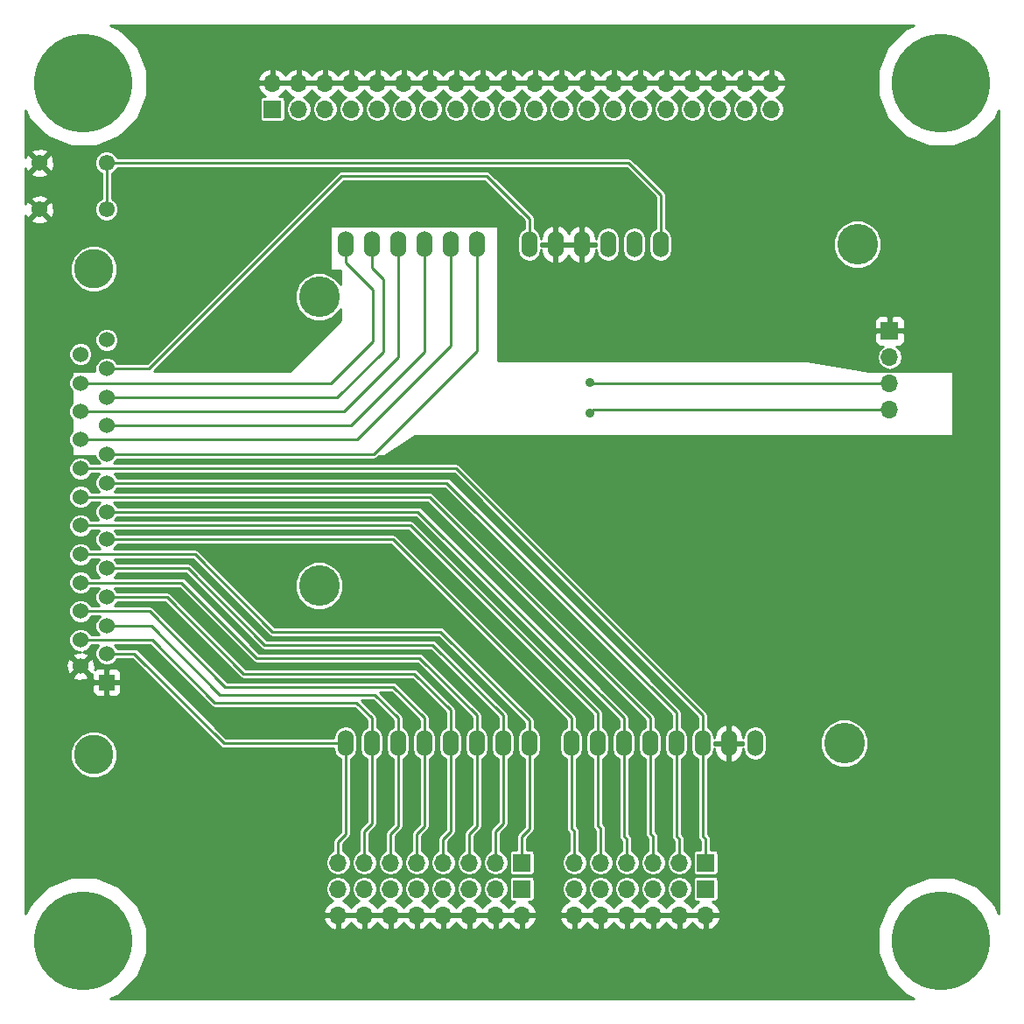
<source format=gbr>
G04 #@! TF.FileFunction,Copper,L2,Bot,Signal*
%FSLAX46Y46*%
G04 Gerber Fmt 4.6, Leading zero omitted, Abs format (unit mm)*
G04 Created by KiCad (PCBNEW 4.0.5) date 02/24/17 02:37:37*
%MOMM*%
%LPD*%
G01*
G04 APERTURE LIST*
%ADD10C,0.150000*%
%ADD11O,1.524000X2.540000*%
%ADD12C,3.937000*%
%ADD13C,3.810000*%
%ADD14R,1.524000X1.524000*%
%ADD15C,1.524000*%
%ADD16R,1.700000X1.700000*%
%ADD17O,1.700000X1.700000*%
%ADD18C,9.525000*%
%ADD19C,1.549400*%
%ADD20C,0.889000*%
%ADD21C,0.254000*%
G04 APERTURE END LIST*
D10*
D11*
X41360000Y-31628000D03*
X43900000Y-31628000D03*
X46440000Y-31628000D03*
X54060000Y-31628000D03*
X51520000Y-31628000D03*
X48980000Y-31628000D03*
X59140000Y-31628000D03*
X61680000Y-31628000D03*
X64220000Y-31628000D03*
X69300000Y-31628000D03*
X71840000Y-31628000D03*
X41360000Y-79888000D03*
X43900000Y-79888000D03*
X46440000Y-79888000D03*
X48980000Y-79888000D03*
X51520000Y-79888000D03*
X54060000Y-79888000D03*
X56600000Y-79888000D03*
X59140000Y-79888000D03*
X63204000Y-79888000D03*
X65744000Y-79888000D03*
X68284000Y-79888000D03*
X70824000Y-79888000D03*
X73364000Y-79888000D03*
X75904000Y-79888000D03*
X78444000Y-79888000D03*
X80984000Y-79888000D03*
X66760000Y-31628000D03*
D12*
X38820000Y-36708000D03*
X38820000Y-64648000D03*
X89620000Y-79888000D03*
X90890000Y-31628000D03*
D13*
X17000000Y-34005000D03*
X17000000Y-80995000D03*
D14*
X18270000Y-74010000D03*
D15*
X18270000Y-71216000D03*
X18270000Y-68549000D03*
X18270000Y-65755000D03*
X18270000Y-62961000D03*
X18270000Y-60167000D03*
X18270000Y-57500000D03*
X18270000Y-54706000D03*
X18270000Y-51912000D03*
X18270000Y-49118000D03*
X18270000Y-46451000D03*
X18270000Y-43657000D03*
X18270000Y-40863000D03*
X15730000Y-72435200D03*
X15730000Y-69895200D03*
X15730000Y-67101200D03*
X15730000Y-64358000D03*
X15730000Y-61614800D03*
X15730000Y-58820800D03*
X15730000Y-56077600D03*
X15730000Y-53334400D03*
X15730000Y-50489600D03*
X15730000Y-47797200D03*
X15730000Y-45054000D03*
X15730000Y-42260000D03*
D16*
X94000000Y-40000000D03*
D17*
X94000000Y-42540000D03*
X94000000Y-45080000D03*
X94000000Y-47620000D03*
D18*
X99000000Y-99000000D03*
X16000000Y-99000000D03*
X99000000Y-16000000D03*
X16000000Y-16000000D03*
D19*
X18251200Y-23749560D03*
X18251200Y-28250440D03*
X11748800Y-23749560D03*
X11748800Y-28250440D03*
D16*
X34290000Y-18542000D03*
D17*
X34290000Y-16002000D03*
X36830000Y-18542000D03*
X36830000Y-16002000D03*
X39370000Y-18542000D03*
X39370000Y-16002000D03*
X41910000Y-18542000D03*
X41910000Y-16002000D03*
X44450000Y-18542000D03*
X44450000Y-16002000D03*
X46990000Y-18542000D03*
X46990000Y-16002000D03*
X49530000Y-18542000D03*
X49530000Y-16002000D03*
X52070000Y-18542000D03*
X52070000Y-16002000D03*
X54610000Y-18542000D03*
X54610000Y-16002000D03*
X57150000Y-18542000D03*
X57150000Y-16002000D03*
X59690000Y-18542000D03*
X59690000Y-16002000D03*
X62230000Y-18542000D03*
X62230000Y-16002000D03*
X64770000Y-18542000D03*
X64770000Y-16002000D03*
X67310000Y-18542000D03*
X67310000Y-16002000D03*
X69850000Y-18542000D03*
X69850000Y-16002000D03*
X72390000Y-18542000D03*
X72390000Y-16002000D03*
X74930000Y-18542000D03*
X74930000Y-16002000D03*
X77470000Y-18542000D03*
X77470000Y-16002000D03*
X80010000Y-18542000D03*
X80010000Y-16002000D03*
X82550000Y-18542000D03*
X82550000Y-16002000D03*
D16*
X76200000Y-91440000D03*
D17*
X73660000Y-91440000D03*
X71120000Y-91440000D03*
X68580000Y-91440000D03*
X66040000Y-91440000D03*
X63500000Y-91440000D03*
D16*
X76200000Y-93980000D03*
D17*
X76200000Y-96520000D03*
X73660000Y-93980000D03*
X73660000Y-96520000D03*
X71120000Y-93980000D03*
X71120000Y-96520000D03*
X68580000Y-93980000D03*
X68580000Y-96520000D03*
X66040000Y-93980000D03*
X66040000Y-96520000D03*
X63500000Y-93980000D03*
X63500000Y-96520000D03*
D16*
X58420000Y-91440000D03*
D17*
X55880000Y-91440000D03*
X53340000Y-91440000D03*
X50800000Y-91440000D03*
X48260000Y-91440000D03*
X45720000Y-91440000D03*
X43180000Y-91440000D03*
X40640000Y-91440000D03*
D16*
X58420000Y-93980000D03*
D17*
X58420000Y-96520000D03*
X55880000Y-93980000D03*
X55880000Y-96520000D03*
X53340000Y-93980000D03*
X53340000Y-96520000D03*
X50800000Y-93980000D03*
X50800000Y-96520000D03*
X48260000Y-93980000D03*
X48260000Y-96520000D03*
X45720000Y-93980000D03*
X45720000Y-96520000D03*
X43180000Y-93980000D03*
X43180000Y-96520000D03*
X40640000Y-93980000D03*
X40640000Y-96520000D03*
D20*
X65000000Y-48000000D03*
X65000000Y-45000000D03*
D21*
X40640000Y-91440000D02*
X40640000Y-89408000D01*
X41360000Y-88688000D02*
X41360000Y-79888000D01*
X40640000Y-89408000D02*
X41360000Y-88688000D01*
X20924000Y-71216000D02*
X29596000Y-79888000D01*
X29596000Y-79888000D02*
X41360000Y-79888000D01*
X18270000Y-71216000D02*
X20924000Y-71216000D01*
X45720000Y-91440000D02*
X45720000Y-88646000D01*
X46440000Y-87926000D02*
X46440000Y-79888000D01*
X45720000Y-88646000D02*
X46440000Y-87926000D01*
X46440000Y-77428000D02*
X46440000Y-79888000D01*
X46440000Y-77428000D02*
X46440000Y-79888000D01*
X22575000Y-68549000D02*
X29210000Y-75184000D01*
X29210000Y-75184000D02*
X44196000Y-75184000D01*
X44196000Y-75184000D02*
X46440000Y-77428000D01*
X18270000Y-68549000D02*
X22575000Y-68549000D01*
X50800000Y-91440000D02*
X50800000Y-89154000D01*
X51520000Y-88434000D02*
X51520000Y-79888000D01*
X50800000Y-89154000D02*
X51520000Y-88434000D01*
X51520000Y-76666000D02*
X51520000Y-79888000D01*
X51520000Y-76666000D02*
X51520000Y-79888000D01*
X24099000Y-65755000D02*
X31496000Y-73152000D01*
X31496000Y-73152000D02*
X48006000Y-73152000D01*
X48006000Y-73152000D02*
X51520000Y-76666000D01*
X18270000Y-65755000D02*
X24099000Y-65755000D01*
X43180000Y-91440000D02*
X43180000Y-88392000D01*
X43900000Y-87672000D02*
X43900000Y-79888000D01*
X43180000Y-88392000D02*
X43900000Y-87672000D01*
X22651200Y-69895200D02*
X28702000Y-75946000D01*
X28702000Y-75946000D02*
X42418000Y-75946000D01*
X42418000Y-75946000D02*
X43900000Y-77428000D01*
X43900000Y-77428000D02*
X43900000Y-79888000D01*
X15730000Y-69895200D02*
X22651200Y-69895200D01*
X48260000Y-91440000D02*
X48260000Y-88646000D01*
X48980000Y-87926000D02*
X48980000Y-79888000D01*
X48260000Y-88646000D02*
X48980000Y-87926000D01*
X22397200Y-67101200D02*
X29718000Y-74422000D01*
X29718000Y-74422000D02*
X45974000Y-74422000D01*
X45974000Y-74422000D02*
X48980000Y-77428000D01*
X48980000Y-77428000D02*
X48980000Y-79888000D01*
X15730000Y-67101200D02*
X22397200Y-67101200D01*
X55880000Y-91440000D02*
X55880000Y-88392000D01*
X56600000Y-87672000D02*
X56600000Y-79888000D01*
X55880000Y-88392000D02*
X56600000Y-87672000D01*
X56600000Y-77174000D02*
X56600000Y-79888000D01*
X56600000Y-77174000D02*
X56600000Y-79888000D01*
X26131000Y-62961000D02*
X33528000Y-70358000D01*
X33528000Y-70358000D02*
X49784000Y-70358000D01*
X49784000Y-70358000D02*
X56600000Y-77174000D01*
X18270000Y-62961000D02*
X26131000Y-62961000D01*
X73660000Y-91440000D02*
X73660000Y-89154000D01*
X73364000Y-88858000D02*
X73364000Y-79888000D01*
X73660000Y-89154000D02*
X73364000Y-88858000D01*
X18270000Y-54706000D02*
X38862000Y-54706000D01*
X51150000Y-54706000D02*
X73364000Y-76920000D01*
X73364000Y-76920000D02*
X73364000Y-79888000D01*
X38862000Y-54706000D02*
X51150000Y-54706000D01*
X68580000Y-91440000D02*
X68580000Y-89154000D01*
X68284000Y-88858000D02*
X68284000Y-79888000D01*
X68580000Y-89154000D02*
X68284000Y-88858000D01*
X18270000Y-57500000D02*
X43180000Y-57500000D01*
X48356000Y-57500000D02*
X68284000Y-77428000D01*
X68284000Y-77428000D02*
X68284000Y-79888000D01*
X43180000Y-57500000D02*
X48356000Y-57500000D01*
X63500000Y-91440000D02*
X63500000Y-88392000D01*
X63204000Y-88096000D02*
X63204000Y-79888000D01*
X63500000Y-88392000D02*
X63204000Y-88096000D01*
X18270000Y-60167000D02*
X40132000Y-60167000D01*
X45943000Y-60167000D02*
X63204000Y-77428000D01*
X63204000Y-77428000D02*
X63204000Y-79888000D01*
X40132000Y-60167000D02*
X45943000Y-60167000D01*
X53340000Y-91440000D02*
X53340000Y-88646000D01*
X54060000Y-87926000D02*
X54060000Y-79888000D01*
X53340000Y-88646000D02*
X54060000Y-87926000D01*
X54060000Y-77174000D02*
X54060000Y-79888000D01*
X54060000Y-77174000D02*
X54060000Y-79888000D01*
X25496000Y-64358000D02*
X32766000Y-71628000D01*
X32766000Y-71628000D02*
X48514000Y-71628000D01*
X48514000Y-71628000D02*
X54060000Y-77174000D01*
X15730000Y-64358000D02*
X25496000Y-64358000D01*
X58420000Y-91440000D02*
X58420000Y-88900000D01*
X59140000Y-88180000D02*
X59140000Y-79888000D01*
X58420000Y-88900000D02*
X59140000Y-88180000D01*
X26816800Y-61614800D02*
X34290000Y-69088000D01*
X34290000Y-69088000D02*
X50546000Y-69088000D01*
X50546000Y-69088000D02*
X59140000Y-77682000D01*
X59140000Y-77682000D02*
X59140000Y-79888000D01*
X15730000Y-61614800D02*
X26816800Y-61614800D01*
X66040000Y-91440000D02*
X66040000Y-88138000D01*
X65744000Y-87842000D02*
X65744000Y-79888000D01*
X66040000Y-88138000D02*
X65744000Y-87842000D01*
X15730000Y-58820800D02*
X44450000Y-58820800D01*
X47644800Y-58820800D02*
X65744000Y-76920000D01*
X65744000Y-76920000D02*
X65744000Y-79888000D01*
X44450000Y-58820800D02*
X47644800Y-58820800D01*
X71120000Y-91440000D02*
X71120000Y-88900000D01*
X70824000Y-88604000D02*
X70824000Y-79888000D01*
X71120000Y-88900000D02*
X70824000Y-88604000D01*
X15730000Y-56077600D02*
X43942000Y-56077600D01*
X49473600Y-56077600D02*
X70824000Y-77428000D01*
X70824000Y-77428000D02*
X70824000Y-79888000D01*
X43942000Y-56077600D02*
X49473600Y-56077600D01*
X76200000Y-91440000D02*
X76200000Y-89154000D01*
X75904000Y-88858000D02*
X75904000Y-79888000D01*
X76200000Y-89154000D02*
X75904000Y-88858000D01*
X75396000Y-79380000D02*
X75904000Y-79888000D01*
X15730000Y-53334400D02*
X42164000Y-53334400D01*
X42164000Y-53334400D02*
X44958000Y-53334400D01*
X52064400Y-53334400D02*
X75904000Y-77174000D01*
X75904000Y-77174000D02*
X75904000Y-79888000D01*
X44958000Y-53334400D02*
X52064400Y-53334400D01*
X15730000Y-47797200D02*
X41202800Y-47797200D01*
X46440000Y-42560000D02*
X46440000Y-31628000D01*
X41202800Y-47797200D02*
X46440000Y-42560000D01*
X15730000Y-45054000D02*
X39946000Y-45054000D01*
X41360000Y-33360000D02*
X41360000Y-31628000D01*
X44000000Y-36000000D02*
X41360000Y-33360000D01*
X44000000Y-41000000D02*
X44000000Y-36000000D01*
X39946000Y-45054000D02*
X44000000Y-41000000D01*
X65000000Y-48000000D02*
X65380000Y-47620000D01*
X65380000Y-47620000D02*
X94000000Y-47620000D01*
X15730000Y-50489600D02*
X42510400Y-50489600D01*
X51520000Y-41480000D02*
X51520000Y-31628000D01*
X42510400Y-50489600D02*
X51520000Y-41480000D01*
X18270000Y-51912000D02*
X44088000Y-51912000D01*
X54060000Y-41940000D02*
X54060000Y-31628000D01*
X44088000Y-51912000D02*
X54060000Y-41940000D01*
X18270000Y-49118000D02*
X41882000Y-49118000D01*
X48980000Y-42020000D02*
X48980000Y-31628000D01*
X41882000Y-49118000D02*
X48980000Y-42020000D01*
X18270000Y-46451000D02*
X40549000Y-46451000D01*
X43900000Y-33900000D02*
X43900000Y-31628000D01*
X45000000Y-35000000D02*
X43900000Y-33900000D01*
X45000000Y-42000000D02*
X45000000Y-35000000D01*
X40549000Y-46451000D02*
X45000000Y-42000000D01*
X65080000Y-45080000D02*
X65000000Y-45000000D01*
X94000000Y-45080000D02*
X65080000Y-45080000D01*
X18270000Y-43657000D02*
X22343000Y-43657000D01*
X59140000Y-29140000D02*
X59140000Y-31628000D01*
X55000000Y-25000000D02*
X59140000Y-29140000D01*
X41000000Y-25000000D02*
X55000000Y-25000000D01*
X22343000Y-43657000D02*
X41000000Y-25000000D01*
X18251200Y-23749560D02*
X18501640Y-24000000D01*
X18251200Y-28250440D02*
X18251200Y-23749560D01*
X68749560Y-23749560D02*
X71840000Y-26840000D01*
X71840000Y-26840000D02*
X71840000Y-31628000D01*
X18251200Y-23749560D02*
X68749560Y-23749560D01*
G36*
X95515482Y-10775185D02*
X93781275Y-12506368D01*
X92841571Y-14769425D01*
X92839433Y-17219825D01*
X93775185Y-19484518D01*
X95506368Y-21218725D01*
X97769425Y-22158429D01*
X100219825Y-22160567D01*
X102484518Y-21224815D01*
X104218725Y-19493632D01*
X104569000Y-18650077D01*
X104569000Y-96348473D01*
X104224815Y-95515482D01*
X102493632Y-93781275D01*
X100230575Y-92841571D01*
X97780175Y-92839433D01*
X95515482Y-93775185D01*
X93781275Y-95506368D01*
X92841571Y-97769425D01*
X92839433Y-100219825D01*
X93775185Y-102484518D01*
X95506368Y-104218725D01*
X96349923Y-104569000D01*
X18651527Y-104569000D01*
X19484518Y-104224815D01*
X21218725Y-102493632D01*
X22158429Y-100230575D01*
X22160567Y-97780175D01*
X21787339Y-96876892D01*
X39198514Y-96876892D01*
X39444817Y-97401358D01*
X39873076Y-97791645D01*
X40283110Y-97961476D01*
X40513000Y-97840155D01*
X40513000Y-96647000D01*
X40767000Y-96647000D01*
X40767000Y-97840155D01*
X40996890Y-97961476D01*
X41406924Y-97791645D01*
X41835183Y-97401358D01*
X41910000Y-97242046D01*
X41984817Y-97401358D01*
X42413076Y-97791645D01*
X42823110Y-97961476D01*
X43053000Y-97840155D01*
X43053000Y-96647000D01*
X43307000Y-96647000D01*
X43307000Y-97840155D01*
X43536890Y-97961476D01*
X43946924Y-97791645D01*
X44375183Y-97401358D01*
X44450000Y-97242046D01*
X44524817Y-97401358D01*
X44953076Y-97791645D01*
X45363110Y-97961476D01*
X45593000Y-97840155D01*
X45593000Y-96647000D01*
X45847000Y-96647000D01*
X45847000Y-97840155D01*
X46076890Y-97961476D01*
X46486924Y-97791645D01*
X46915183Y-97401358D01*
X46990000Y-97242046D01*
X47064817Y-97401358D01*
X47493076Y-97791645D01*
X47903110Y-97961476D01*
X48133000Y-97840155D01*
X48133000Y-96647000D01*
X48387000Y-96647000D01*
X48387000Y-97840155D01*
X48616890Y-97961476D01*
X49026924Y-97791645D01*
X49455183Y-97401358D01*
X49530000Y-97242046D01*
X49604817Y-97401358D01*
X50033076Y-97791645D01*
X50443110Y-97961476D01*
X50673000Y-97840155D01*
X50673000Y-96647000D01*
X50927000Y-96647000D01*
X50927000Y-97840155D01*
X51156890Y-97961476D01*
X51566924Y-97791645D01*
X51995183Y-97401358D01*
X52070000Y-97242046D01*
X52144817Y-97401358D01*
X52573076Y-97791645D01*
X52983110Y-97961476D01*
X53213000Y-97840155D01*
X53213000Y-96647000D01*
X53467000Y-96647000D01*
X53467000Y-97840155D01*
X53696890Y-97961476D01*
X54106924Y-97791645D01*
X54535183Y-97401358D01*
X54610000Y-97242046D01*
X54684817Y-97401358D01*
X55113076Y-97791645D01*
X55523110Y-97961476D01*
X55753000Y-97840155D01*
X55753000Y-96647000D01*
X56007000Y-96647000D01*
X56007000Y-97840155D01*
X56236890Y-97961476D01*
X56646924Y-97791645D01*
X57075183Y-97401358D01*
X57150000Y-97242046D01*
X57224817Y-97401358D01*
X57653076Y-97791645D01*
X58063110Y-97961476D01*
X58293000Y-97840155D01*
X58293000Y-96647000D01*
X58547000Y-96647000D01*
X58547000Y-97840155D01*
X58776890Y-97961476D01*
X59186924Y-97791645D01*
X59615183Y-97401358D01*
X59861486Y-96876892D01*
X62058514Y-96876892D01*
X62304817Y-97401358D01*
X62733076Y-97791645D01*
X63143110Y-97961476D01*
X63373000Y-97840155D01*
X63373000Y-96647000D01*
X63627000Y-96647000D01*
X63627000Y-97840155D01*
X63856890Y-97961476D01*
X64266924Y-97791645D01*
X64695183Y-97401358D01*
X64770000Y-97242046D01*
X64844817Y-97401358D01*
X65273076Y-97791645D01*
X65683110Y-97961476D01*
X65913000Y-97840155D01*
X65913000Y-96647000D01*
X66167000Y-96647000D01*
X66167000Y-97840155D01*
X66396890Y-97961476D01*
X66806924Y-97791645D01*
X67235183Y-97401358D01*
X67310000Y-97242046D01*
X67384817Y-97401358D01*
X67813076Y-97791645D01*
X68223110Y-97961476D01*
X68453000Y-97840155D01*
X68453000Y-96647000D01*
X68707000Y-96647000D01*
X68707000Y-97840155D01*
X68936890Y-97961476D01*
X69346924Y-97791645D01*
X69775183Y-97401358D01*
X69850000Y-97242046D01*
X69924817Y-97401358D01*
X70353076Y-97791645D01*
X70763110Y-97961476D01*
X70993000Y-97840155D01*
X70993000Y-96647000D01*
X71247000Y-96647000D01*
X71247000Y-97840155D01*
X71476890Y-97961476D01*
X71886924Y-97791645D01*
X72315183Y-97401358D01*
X72390000Y-97242046D01*
X72464817Y-97401358D01*
X72893076Y-97791645D01*
X73303110Y-97961476D01*
X73533000Y-97840155D01*
X73533000Y-96647000D01*
X73787000Y-96647000D01*
X73787000Y-97840155D01*
X74016890Y-97961476D01*
X74426924Y-97791645D01*
X74855183Y-97401358D01*
X74930000Y-97242046D01*
X75004817Y-97401358D01*
X75433076Y-97791645D01*
X75843110Y-97961476D01*
X76073000Y-97840155D01*
X76073000Y-96647000D01*
X76327000Y-96647000D01*
X76327000Y-97840155D01*
X76556890Y-97961476D01*
X76966924Y-97791645D01*
X77395183Y-97401358D01*
X77641486Y-96876892D01*
X77520819Y-96647000D01*
X76327000Y-96647000D01*
X76073000Y-96647000D01*
X73787000Y-96647000D01*
X73533000Y-96647000D01*
X71247000Y-96647000D01*
X70993000Y-96647000D01*
X68707000Y-96647000D01*
X68453000Y-96647000D01*
X66167000Y-96647000D01*
X65913000Y-96647000D01*
X63627000Y-96647000D01*
X63373000Y-96647000D01*
X62179181Y-96647000D01*
X62058514Y-96876892D01*
X59861486Y-96876892D01*
X59740819Y-96647000D01*
X58547000Y-96647000D01*
X58293000Y-96647000D01*
X56007000Y-96647000D01*
X55753000Y-96647000D01*
X53467000Y-96647000D01*
X53213000Y-96647000D01*
X50927000Y-96647000D01*
X50673000Y-96647000D01*
X48387000Y-96647000D01*
X48133000Y-96647000D01*
X45847000Y-96647000D01*
X45593000Y-96647000D01*
X43307000Y-96647000D01*
X43053000Y-96647000D01*
X40767000Y-96647000D01*
X40513000Y-96647000D01*
X39319181Y-96647000D01*
X39198514Y-96876892D01*
X21787339Y-96876892D01*
X21492410Y-96163108D01*
X39198514Y-96163108D01*
X39319181Y-96393000D01*
X40513000Y-96393000D01*
X40513000Y-96373000D01*
X40767000Y-96373000D01*
X40767000Y-96393000D01*
X43053000Y-96393000D01*
X43053000Y-96373000D01*
X43307000Y-96373000D01*
X43307000Y-96393000D01*
X45593000Y-96393000D01*
X45593000Y-96373000D01*
X45847000Y-96373000D01*
X45847000Y-96393000D01*
X48133000Y-96393000D01*
X48133000Y-96373000D01*
X48387000Y-96373000D01*
X48387000Y-96393000D01*
X50673000Y-96393000D01*
X50673000Y-96373000D01*
X50927000Y-96373000D01*
X50927000Y-96393000D01*
X53213000Y-96393000D01*
X53213000Y-96373000D01*
X53467000Y-96373000D01*
X53467000Y-96393000D01*
X55753000Y-96393000D01*
X55753000Y-96373000D01*
X56007000Y-96373000D01*
X56007000Y-96393000D01*
X58293000Y-96393000D01*
X58293000Y-96373000D01*
X58547000Y-96373000D01*
X58547000Y-96393000D01*
X59740819Y-96393000D01*
X59861486Y-96163108D01*
X62058514Y-96163108D01*
X62179181Y-96393000D01*
X63373000Y-96393000D01*
X63373000Y-96373000D01*
X63627000Y-96373000D01*
X63627000Y-96393000D01*
X65913000Y-96393000D01*
X65913000Y-96373000D01*
X66167000Y-96373000D01*
X66167000Y-96393000D01*
X68453000Y-96393000D01*
X68453000Y-96373000D01*
X68707000Y-96373000D01*
X68707000Y-96393000D01*
X70993000Y-96393000D01*
X70993000Y-96373000D01*
X71247000Y-96373000D01*
X71247000Y-96393000D01*
X73533000Y-96393000D01*
X73533000Y-96373000D01*
X73787000Y-96373000D01*
X73787000Y-96393000D01*
X76073000Y-96393000D01*
X76073000Y-96373000D01*
X76327000Y-96373000D01*
X76327000Y-96393000D01*
X77520819Y-96393000D01*
X77641486Y-96163108D01*
X77395183Y-95638642D01*
X76966924Y-95248355D01*
X76894756Y-95218464D01*
X77050000Y-95218464D01*
X77191190Y-95191897D01*
X77320865Y-95108454D01*
X77407859Y-94981134D01*
X77438464Y-94830000D01*
X77438464Y-93130000D01*
X77411897Y-92988810D01*
X77328454Y-92859135D01*
X77201134Y-92772141D01*
X77050000Y-92741536D01*
X75350000Y-92741536D01*
X75208810Y-92768103D01*
X75079135Y-92851546D01*
X74992141Y-92978866D01*
X74961536Y-93130000D01*
X74961536Y-94830000D01*
X74988103Y-94971190D01*
X75071546Y-95100865D01*
X75198866Y-95187859D01*
X75350000Y-95218464D01*
X75505244Y-95218464D01*
X75433076Y-95248355D01*
X75004817Y-95638642D01*
X74930000Y-95797954D01*
X74855183Y-95638642D01*
X74426924Y-95248355D01*
X74145488Y-95131788D01*
X74530448Y-94874565D01*
X74797296Y-94475200D01*
X74891000Y-94004117D01*
X74891000Y-93955883D01*
X74797296Y-93484800D01*
X74530448Y-93085435D01*
X74131083Y-92818587D01*
X73660000Y-92724883D01*
X73188917Y-92818587D01*
X72789552Y-93085435D01*
X72522704Y-93484800D01*
X72429000Y-93955883D01*
X72429000Y-94004117D01*
X72522704Y-94475200D01*
X72789552Y-94874565D01*
X73174512Y-95131788D01*
X72893076Y-95248355D01*
X72464817Y-95638642D01*
X72390000Y-95797954D01*
X72315183Y-95638642D01*
X71886924Y-95248355D01*
X71605488Y-95131788D01*
X71990448Y-94874565D01*
X72257296Y-94475200D01*
X72351000Y-94004117D01*
X72351000Y-93955883D01*
X72257296Y-93484800D01*
X71990448Y-93085435D01*
X71591083Y-92818587D01*
X71120000Y-92724883D01*
X70648917Y-92818587D01*
X70249552Y-93085435D01*
X69982704Y-93484800D01*
X69889000Y-93955883D01*
X69889000Y-94004117D01*
X69982704Y-94475200D01*
X70249552Y-94874565D01*
X70634512Y-95131788D01*
X70353076Y-95248355D01*
X69924817Y-95638642D01*
X69850000Y-95797954D01*
X69775183Y-95638642D01*
X69346924Y-95248355D01*
X69065488Y-95131788D01*
X69450448Y-94874565D01*
X69717296Y-94475200D01*
X69811000Y-94004117D01*
X69811000Y-93955883D01*
X69717296Y-93484800D01*
X69450448Y-93085435D01*
X69051083Y-92818587D01*
X68580000Y-92724883D01*
X68108917Y-92818587D01*
X67709552Y-93085435D01*
X67442704Y-93484800D01*
X67349000Y-93955883D01*
X67349000Y-94004117D01*
X67442704Y-94475200D01*
X67709552Y-94874565D01*
X68094512Y-95131788D01*
X67813076Y-95248355D01*
X67384817Y-95638642D01*
X67310000Y-95797954D01*
X67235183Y-95638642D01*
X66806924Y-95248355D01*
X66525488Y-95131788D01*
X66910448Y-94874565D01*
X67177296Y-94475200D01*
X67271000Y-94004117D01*
X67271000Y-93955883D01*
X67177296Y-93484800D01*
X66910448Y-93085435D01*
X66511083Y-92818587D01*
X66040000Y-92724883D01*
X65568917Y-92818587D01*
X65169552Y-93085435D01*
X64902704Y-93484800D01*
X64809000Y-93955883D01*
X64809000Y-94004117D01*
X64902704Y-94475200D01*
X65169552Y-94874565D01*
X65554512Y-95131788D01*
X65273076Y-95248355D01*
X64844817Y-95638642D01*
X64770000Y-95797954D01*
X64695183Y-95638642D01*
X64266924Y-95248355D01*
X63985488Y-95131788D01*
X64370448Y-94874565D01*
X64637296Y-94475200D01*
X64731000Y-94004117D01*
X64731000Y-93955883D01*
X64637296Y-93484800D01*
X64370448Y-93085435D01*
X63971083Y-92818587D01*
X63500000Y-92724883D01*
X63028917Y-92818587D01*
X62629552Y-93085435D01*
X62362704Y-93484800D01*
X62269000Y-93955883D01*
X62269000Y-94004117D01*
X62362704Y-94475200D01*
X62629552Y-94874565D01*
X63014512Y-95131788D01*
X62733076Y-95248355D01*
X62304817Y-95638642D01*
X62058514Y-96163108D01*
X59861486Y-96163108D01*
X59615183Y-95638642D01*
X59186924Y-95248355D01*
X59114756Y-95218464D01*
X59270000Y-95218464D01*
X59411190Y-95191897D01*
X59540865Y-95108454D01*
X59627859Y-94981134D01*
X59658464Y-94830000D01*
X59658464Y-93130000D01*
X59631897Y-92988810D01*
X59548454Y-92859135D01*
X59421134Y-92772141D01*
X59270000Y-92741536D01*
X57570000Y-92741536D01*
X57428810Y-92768103D01*
X57299135Y-92851546D01*
X57212141Y-92978866D01*
X57181536Y-93130000D01*
X57181536Y-94830000D01*
X57208103Y-94971190D01*
X57291546Y-95100865D01*
X57418866Y-95187859D01*
X57570000Y-95218464D01*
X57725244Y-95218464D01*
X57653076Y-95248355D01*
X57224817Y-95638642D01*
X57150000Y-95797954D01*
X57075183Y-95638642D01*
X56646924Y-95248355D01*
X56365488Y-95131788D01*
X56750448Y-94874565D01*
X57017296Y-94475200D01*
X57111000Y-94004117D01*
X57111000Y-93955883D01*
X57017296Y-93484800D01*
X56750448Y-93085435D01*
X56351083Y-92818587D01*
X55880000Y-92724883D01*
X55408917Y-92818587D01*
X55009552Y-93085435D01*
X54742704Y-93484800D01*
X54649000Y-93955883D01*
X54649000Y-94004117D01*
X54742704Y-94475200D01*
X55009552Y-94874565D01*
X55394512Y-95131788D01*
X55113076Y-95248355D01*
X54684817Y-95638642D01*
X54610000Y-95797954D01*
X54535183Y-95638642D01*
X54106924Y-95248355D01*
X53825488Y-95131788D01*
X54210448Y-94874565D01*
X54477296Y-94475200D01*
X54571000Y-94004117D01*
X54571000Y-93955883D01*
X54477296Y-93484800D01*
X54210448Y-93085435D01*
X53811083Y-92818587D01*
X53340000Y-92724883D01*
X52868917Y-92818587D01*
X52469552Y-93085435D01*
X52202704Y-93484800D01*
X52109000Y-93955883D01*
X52109000Y-94004117D01*
X52202704Y-94475200D01*
X52469552Y-94874565D01*
X52854512Y-95131788D01*
X52573076Y-95248355D01*
X52144817Y-95638642D01*
X52070000Y-95797954D01*
X51995183Y-95638642D01*
X51566924Y-95248355D01*
X51285488Y-95131788D01*
X51670448Y-94874565D01*
X51937296Y-94475200D01*
X52031000Y-94004117D01*
X52031000Y-93955883D01*
X51937296Y-93484800D01*
X51670448Y-93085435D01*
X51271083Y-92818587D01*
X50800000Y-92724883D01*
X50328917Y-92818587D01*
X49929552Y-93085435D01*
X49662704Y-93484800D01*
X49569000Y-93955883D01*
X49569000Y-94004117D01*
X49662704Y-94475200D01*
X49929552Y-94874565D01*
X50314512Y-95131788D01*
X50033076Y-95248355D01*
X49604817Y-95638642D01*
X49530000Y-95797954D01*
X49455183Y-95638642D01*
X49026924Y-95248355D01*
X48745488Y-95131788D01*
X49130448Y-94874565D01*
X49397296Y-94475200D01*
X49491000Y-94004117D01*
X49491000Y-93955883D01*
X49397296Y-93484800D01*
X49130448Y-93085435D01*
X48731083Y-92818587D01*
X48260000Y-92724883D01*
X47788917Y-92818587D01*
X47389552Y-93085435D01*
X47122704Y-93484800D01*
X47029000Y-93955883D01*
X47029000Y-94004117D01*
X47122704Y-94475200D01*
X47389552Y-94874565D01*
X47774512Y-95131788D01*
X47493076Y-95248355D01*
X47064817Y-95638642D01*
X46990000Y-95797954D01*
X46915183Y-95638642D01*
X46486924Y-95248355D01*
X46205488Y-95131788D01*
X46590448Y-94874565D01*
X46857296Y-94475200D01*
X46951000Y-94004117D01*
X46951000Y-93955883D01*
X46857296Y-93484800D01*
X46590448Y-93085435D01*
X46191083Y-92818587D01*
X45720000Y-92724883D01*
X45248917Y-92818587D01*
X44849552Y-93085435D01*
X44582704Y-93484800D01*
X44489000Y-93955883D01*
X44489000Y-94004117D01*
X44582704Y-94475200D01*
X44849552Y-94874565D01*
X45234512Y-95131788D01*
X44953076Y-95248355D01*
X44524817Y-95638642D01*
X44450000Y-95797954D01*
X44375183Y-95638642D01*
X43946924Y-95248355D01*
X43665488Y-95131788D01*
X44050448Y-94874565D01*
X44317296Y-94475200D01*
X44411000Y-94004117D01*
X44411000Y-93955883D01*
X44317296Y-93484800D01*
X44050448Y-93085435D01*
X43651083Y-92818587D01*
X43180000Y-92724883D01*
X42708917Y-92818587D01*
X42309552Y-93085435D01*
X42042704Y-93484800D01*
X41949000Y-93955883D01*
X41949000Y-94004117D01*
X42042704Y-94475200D01*
X42309552Y-94874565D01*
X42694512Y-95131788D01*
X42413076Y-95248355D01*
X41984817Y-95638642D01*
X41910000Y-95797954D01*
X41835183Y-95638642D01*
X41406924Y-95248355D01*
X41125488Y-95131788D01*
X41510448Y-94874565D01*
X41777296Y-94475200D01*
X41871000Y-94004117D01*
X41871000Y-93955883D01*
X41777296Y-93484800D01*
X41510448Y-93085435D01*
X41111083Y-92818587D01*
X40640000Y-92724883D01*
X40168917Y-92818587D01*
X39769552Y-93085435D01*
X39502704Y-93484800D01*
X39409000Y-93955883D01*
X39409000Y-94004117D01*
X39502704Y-94475200D01*
X39769552Y-94874565D01*
X40154512Y-95131788D01*
X39873076Y-95248355D01*
X39444817Y-95638642D01*
X39198514Y-96163108D01*
X21492410Y-96163108D01*
X21224815Y-95515482D01*
X19493632Y-93781275D01*
X17230575Y-92841571D01*
X14780175Y-92839433D01*
X12515482Y-93775185D01*
X10781275Y-95506368D01*
X10431000Y-96349923D01*
X10431000Y-81447719D01*
X14713604Y-81447719D01*
X15060894Y-82288223D01*
X15703395Y-82931846D01*
X16543292Y-83280602D01*
X17452719Y-83281396D01*
X18293223Y-82934106D01*
X18936846Y-82291605D01*
X19285602Y-81451708D01*
X19286396Y-80542281D01*
X18939106Y-79701777D01*
X18296605Y-79058154D01*
X17456708Y-78709398D01*
X16547281Y-78708604D01*
X15706777Y-79055894D01*
X15063154Y-79698395D01*
X14714398Y-80538292D01*
X14713604Y-81447719D01*
X10431000Y-81447719D01*
X10431000Y-74295750D01*
X16873000Y-74295750D01*
X16873000Y-74898309D01*
X16969673Y-75131698D01*
X17148301Y-75310327D01*
X17381690Y-75407000D01*
X17984250Y-75407000D01*
X18143000Y-75248250D01*
X18143000Y-74137000D01*
X18397000Y-74137000D01*
X18397000Y-75248250D01*
X18555750Y-75407000D01*
X19158310Y-75407000D01*
X19391699Y-75310327D01*
X19570327Y-75131698D01*
X19667000Y-74898309D01*
X19667000Y-74295750D01*
X19508250Y-74137000D01*
X18397000Y-74137000D01*
X18143000Y-74137000D01*
X17031750Y-74137000D01*
X16873000Y-74295750D01*
X10431000Y-74295750D01*
X10431000Y-73415413D01*
X14929392Y-73415413D01*
X14998857Y-73657597D01*
X15522302Y-73844344D01*
X16077368Y-73816562D01*
X16461143Y-73657597D01*
X16530608Y-73415413D01*
X15730000Y-72614805D01*
X14929392Y-73415413D01*
X10431000Y-73415413D01*
X10431000Y-72227502D01*
X14320856Y-72227502D01*
X14348638Y-72782568D01*
X14507603Y-73166343D01*
X14749787Y-73235808D01*
X15550395Y-72435200D01*
X15909605Y-72435200D01*
X16710213Y-73235808D01*
X16873000Y-73189116D01*
X16873000Y-73724250D01*
X17031750Y-73883000D01*
X18143000Y-73883000D01*
X18143000Y-72771750D01*
X18397000Y-72771750D01*
X18397000Y-73883000D01*
X19508250Y-73883000D01*
X19667000Y-73724250D01*
X19667000Y-73121691D01*
X19570327Y-72888302D01*
X19391699Y-72709673D01*
X19158310Y-72613000D01*
X18555750Y-72613000D01*
X18397000Y-72771750D01*
X18143000Y-72771750D01*
X17984250Y-72613000D01*
X17381690Y-72613000D01*
X17148301Y-72709673D01*
X17097029Y-72760946D01*
X17139144Y-72642898D01*
X17111362Y-72087832D01*
X16952397Y-71704057D01*
X16710213Y-71634592D01*
X15909605Y-72435200D01*
X15550395Y-72435200D01*
X14749787Y-71634592D01*
X14507603Y-71704057D01*
X14320856Y-72227502D01*
X10431000Y-72227502D01*
X10431000Y-45280359D01*
X14586802Y-45280359D01*
X14760446Y-45700612D01*
X14873000Y-45813362D01*
X14873000Y-47037668D01*
X14761577Y-47148897D01*
X14587199Y-47568846D01*
X14586802Y-48023559D01*
X14760446Y-48443812D01*
X14873000Y-48556562D01*
X14873000Y-49730068D01*
X14761577Y-49841297D01*
X14587199Y-50261246D01*
X14586802Y-50715959D01*
X14760446Y-51136212D01*
X14873000Y-51248962D01*
X14873000Y-52000000D01*
X14881685Y-52046159D01*
X14908965Y-52088553D01*
X14950590Y-52116994D01*
X15000000Y-52127000D01*
X17126812Y-52127000D01*
X17126802Y-52138359D01*
X17300446Y-52558612D01*
X17567768Y-52826400D01*
X16756827Y-52826400D01*
X16699554Y-52687788D01*
X16378303Y-52365977D01*
X15958354Y-52191599D01*
X15503641Y-52191202D01*
X15083388Y-52364846D01*
X14761577Y-52686097D01*
X14587199Y-53106046D01*
X14586802Y-53560759D01*
X14760446Y-53981012D01*
X15081697Y-54302823D01*
X15501646Y-54477201D01*
X15956359Y-54477598D01*
X16376612Y-54303954D01*
X16698423Y-53982703D01*
X16756682Y-53842400D01*
X17517249Y-53842400D01*
X17301577Y-54057697D01*
X17127199Y-54477646D01*
X17126802Y-54932359D01*
X17300446Y-55352612D01*
X17517056Y-55569600D01*
X16756827Y-55569600D01*
X16699554Y-55430988D01*
X16378303Y-55109177D01*
X15958354Y-54934799D01*
X15503641Y-54934402D01*
X15083388Y-55108046D01*
X14761577Y-55429297D01*
X14587199Y-55849246D01*
X14586802Y-56303959D01*
X14760446Y-56724212D01*
X15081697Y-57046023D01*
X15501646Y-57220401D01*
X15956359Y-57220798D01*
X16376612Y-57047154D01*
X16698423Y-56725903D01*
X16756682Y-56585600D01*
X17568138Y-56585600D01*
X17301577Y-56851697D01*
X17127199Y-57271646D01*
X17126802Y-57726359D01*
X17300446Y-58146612D01*
X17466345Y-58312800D01*
X16756827Y-58312800D01*
X16699554Y-58174188D01*
X16378303Y-57852377D01*
X15958354Y-57677999D01*
X15503641Y-57677602D01*
X15083388Y-57851246D01*
X14761577Y-58172497D01*
X14587199Y-58592446D01*
X14586802Y-59047159D01*
X14760446Y-59467412D01*
X15081697Y-59789223D01*
X15501646Y-59963601D01*
X15956359Y-59963998D01*
X16376612Y-59790354D01*
X16698423Y-59469103D01*
X16756682Y-59328800D01*
X17491805Y-59328800D01*
X17301577Y-59518697D01*
X17127199Y-59938646D01*
X17126802Y-60393359D01*
X17300446Y-60813612D01*
X17593124Y-61106800D01*
X16756827Y-61106800D01*
X16699554Y-60968188D01*
X16378303Y-60646377D01*
X15958354Y-60471999D01*
X15503641Y-60471602D01*
X15083388Y-60645246D01*
X14761577Y-60966497D01*
X14587199Y-61386446D01*
X14586802Y-61841159D01*
X14760446Y-62261412D01*
X15081697Y-62583223D01*
X15501646Y-62757601D01*
X15956359Y-62757998D01*
X16376612Y-62584354D01*
X16698423Y-62263103D01*
X16756682Y-62122800D01*
X17491805Y-62122800D01*
X17301577Y-62312697D01*
X17127199Y-62732646D01*
X17126802Y-63187359D01*
X17300446Y-63607612D01*
X17542412Y-63850000D01*
X16756827Y-63850000D01*
X16699554Y-63711388D01*
X16378303Y-63389577D01*
X15958354Y-63215199D01*
X15503641Y-63214802D01*
X15083388Y-63388446D01*
X14761577Y-63709697D01*
X14587199Y-64129646D01*
X14586802Y-64584359D01*
X14760446Y-65004612D01*
X15081697Y-65326423D01*
X15501646Y-65500801D01*
X15956359Y-65501198D01*
X16376612Y-65327554D01*
X16698423Y-65006303D01*
X16756682Y-64866000D01*
X17542694Y-64866000D01*
X17301577Y-65106697D01*
X17127199Y-65526646D01*
X17126802Y-65981359D01*
X17300446Y-66401612D01*
X17491701Y-66593200D01*
X16756827Y-66593200D01*
X16699554Y-66454588D01*
X16378303Y-66132777D01*
X15958354Y-65958399D01*
X15503641Y-65958002D01*
X15083388Y-66131646D01*
X14761577Y-66452897D01*
X14587199Y-66872846D01*
X14586802Y-67327559D01*
X14760446Y-67747812D01*
X15081697Y-68069623D01*
X15501646Y-68244001D01*
X15956359Y-68244398D01*
X16376612Y-68070754D01*
X16698423Y-67749503D01*
X16756682Y-67609200D01*
X17593582Y-67609200D01*
X17301577Y-67900697D01*
X17127199Y-68320646D01*
X17126802Y-68775359D01*
X17300446Y-69195612D01*
X17491701Y-69387200D01*
X16756827Y-69387200D01*
X16699554Y-69248588D01*
X16378303Y-68926777D01*
X15958354Y-68752399D01*
X15503641Y-68752002D01*
X15083388Y-68925646D01*
X14761577Y-69246897D01*
X14587199Y-69666846D01*
X14586802Y-70121559D01*
X14760446Y-70541812D01*
X15081697Y-70863623D01*
X15501646Y-71038001D01*
X15695660Y-71038170D01*
X15382632Y-71053838D01*
X14998857Y-71212803D01*
X14929392Y-71454987D01*
X15730000Y-72255595D01*
X16530608Y-71454987D01*
X16461143Y-71212803D01*
X15963742Y-71035348D01*
X16376612Y-70864754D01*
X16698423Y-70543503D01*
X16756682Y-70403200D01*
X17466361Y-70403200D01*
X17301577Y-70567697D01*
X17127199Y-70987646D01*
X17126802Y-71442359D01*
X17300446Y-71862612D01*
X17621697Y-72184423D01*
X18041646Y-72358801D01*
X18496359Y-72359198D01*
X18916612Y-72185554D01*
X19238423Y-71864303D01*
X19296682Y-71724000D01*
X20713580Y-71724000D01*
X29236790Y-80247210D01*
X29401597Y-80357331D01*
X29596000Y-80396000D01*
X40217000Y-80396000D01*
X40217000Y-80428345D01*
X40304006Y-80865752D01*
X40551777Y-81236568D01*
X40852000Y-81437170D01*
X40852000Y-88477580D01*
X40280790Y-89048790D01*
X40170669Y-89213597D01*
X40132000Y-89408000D01*
X40132000Y-90303254D01*
X39769552Y-90545435D01*
X39502704Y-90944800D01*
X39409000Y-91415883D01*
X39409000Y-91464117D01*
X39502704Y-91935200D01*
X39769552Y-92334565D01*
X40168917Y-92601413D01*
X40640000Y-92695117D01*
X41111083Y-92601413D01*
X41510448Y-92334565D01*
X41777296Y-91935200D01*
X41871000Y-91464117D01*
X41871000Y-91415883D01*
X41777296Y-90944800D01*
X41510448Y-90545435D01*
X41148000Y-90303254D01*
X41148000Y-89618420D01*
X41719210Y-89047210D01*
X41829331Y-88882403D01*
X41868000Y-88688000D01*
X41868000Y-81437170D01*
X42168223Y-81236568D01*
X42415994Y-80865752D01*
X42503000Y-80428345D01*
X42503000Y-79347655D01*
X42415994Y-78910248D01*
X42168223Y-78539432D01*
X41797407Y-78291661D01*
X41360000Y-78204655D01*
X40922593Y-78291661D01*
X40551777Y-78539432D01*
X40304006Y-78910248D01*
X40217000Y-79347655D01*
X40217000Y-79380000D01*
X29806420Y-79380000D01*
X21283210Y-70856790D01*
X21118403Y-70746669D01*
X20924000Y-70708000D01*
X19296827Y-70708000D01*
X19239554Y-70569388D01*
X19073655Y-70403200D01*
X22440780Y-70403200D01*
X28342789Y-76305210D01*
X28507596Y-76415331D01*
X28539850Y-76421746D01*
X28702000Y-76454000D01*
X42207580Y-76454000D01*
X43392000Y-77638421D01*
X43392000Y-78338830D01*
X43091777Y-78539432D01*
X42844006Y-78910248D01*
X42757000Y-79347655D01*
X42757000Y-80428345D01*
X42844006Y-80865752D01*
X43091777Y-81236568D01*
X43392000Y-81437170D01*
X43392000Y-87461580D01*
X42820790Y-88032790D01*
X42710669Y-88197597D01*
X42672000Y-88392000D01*
X42672000Y-90303254D01*
X42309552Y-90545435D01*
X42042704Y-90944800D01*
X41949000Y-91415883D01*
X41949000Y-91464117D01*
X42042704Y-91935200D01*
X42309552Y-92334565D01*
X42708917Y-92601413D01*
X43180000Y-92695117D01*
X43651083Y-92601413D01*
X44050448Y-92334565D01*
X44317296Y-91935200D01*
X44411000Y-91464117D01*
X44411000Y-91415883D01*
X44317296Y-90944800D01*
X44050448Y-90545435D01*
X43688000Y-90303254D01*
X43688000Y-88602420D01*
X44259210Y-88031210D01*
X44369331Y-87866403D01*
X44408000Y-87672000D01*
X44408000Y-81437170D01*
X44708223Y-81236568D01*
X44955994Y-80865752D01*
X45043000Y-80428345D01*
X45043000Y-79347655D01*
X44955994Y-78910248D01*
X44708223Y-78539432D01*
X44408000Y-78338830D01*
X44408000Y-77428000D01*
X44369331Y-77233597D01*
X44289688Y-77114403D01*
X44259210Y-77068789D01*
X42882420Y-75692000D01*
X43985580Y-75692000D01*
X45932000Y-77638420D01*
X45932000Y-78338830D01*
X45631777Y-78539432D01*
X45384006Y-78910248D01*
X45297000Y-79347655D01*
X45297000Y-80428345D01*
X45384006Y-80865752D01*
X45631777Y-81236568D01*
X45932000Y-81437170D01*
X45932000Y-87715580D01*
X45360790Y-88286790D01*
X45250669Y-88451597D01*
X45212000Y-88646000D01*
X45212000Y-90303254D01*
X44849552Y-90545435D01*
X44582704Y-90944800D01*
X44489000Y-91415883D01*
X44489000Y-91464117D01*
X44582704Y-91935200D01*
X44849552Y-92334565D01*
X45248917Y-92601413D01*
X45720000Y-92695117D01*
X46191083Y-92601413D01*
X46590448Y-92334565D01*
X46857296Y-91935200D01*
X46951000Y-91464117D01*
X46951000Y-91415883D01*
X46857296Y-90944800D01*
X46590448Y-90545435D01*
X46228000Y-90303254D01*
X46228000Y-88856420D01*
X46799210Y-88285210D01*
X46909331Y-88120403D01*
X46948000Y-87926000D01*
X46948000Y-81437170D01*
X47248223Y-81236568D01*
X47495994Y-80865752D01*
X47583000Y-80428345D01*
X47583000Y-79347655D01*
X47495994Y-78910248D01*
X47248223Y-78539432D01*
X46948000Y-78338830D01*
X46948000Y-77428000D01*
X46909331Y-77233597D01*
X46909331Y-77233596D01*
X46799210Y-77068790D01*
X44660420Y-74930000D01*
X45763580Y-74930000D01*
X48472000Y-77638420D01*
X48472000Y-78338830D01*
X48171777Y-78539432D01*
X47924006Y-78910248D01*
X47837000Y-79347655D01*
X47837000Y-80428345D01*
X47924006Y-80865752D01*
X48171777Y-81236568D01*
X48472000Y-81437170D01*
X48472000Y-87715580D01*
X47900790Y-88286790D01*
X47790669Y-88451597D01*
X47752000Y-88646000D01*
X47752000Y-90303254D01*
X47389552Y-90545435D01*
X47122704Y-90944800D01*
X47029000Y-91415883D01*
X47029000Y-91464117D01*
X47122704Y-91935200D01*
X47389552Y-92334565D01*
X47788917Y-92601413D01*
X48260000Y-92695117D01*
X48731083Y-92601413D01*
X49130448Y-92334565D01*
X49397296Y-91935200D01*
X49491000Y-91464117D01*
X49491000Y-91415883D01*
X49397296Y-90944800D01*
X49130448Y-90545435D01*
X48768000Y-90303254D01*
X48768000Y-88856420D01*
X49339210Y-88285210D01*
X49449331Y-88120403D01*
X49488000Y-87926000D01*
X49488000Y-81437170D01*
X49788223Y-81236568D01*
X50035994Y-80865752D01*
X50123000Y-80428345D01*
X50123000Y-79347655D01*
X50035994Y-78910248D01*
X49788223Y-78539432D01*
X49488000Y-78338830D01*
X49488000Y-77428000D01*
X49449331Y-77233597D01*
X49339210Y-77068790D01*
X46333210Y-74062790D01*
X46168403Y-73952669D01*
X45974000Y-73914000D01*
X29928420Y-73914000D01*
X22756410Y-66741990D01*
X22591603Y-66631869D01*
X22397200Y-66593200D01*
X19048195Y-66593200D01*
X19238423Y-66403303D01*
X19296682Y-66263000D01*
X23888580Y-66263000D01*
X31136790Y-73511210D01*
X31301597Y-73621331D01*
X31496000Y-73660000D01*
X47795580Y-73660000D01*
X51012000Y-76876421D01*
X51012000Y-78338830D01*
X50711777Y-78539432D01*
X50464006Y-78910248D01*
X50377000Y-79347655D01*
X50377000Y-80428345D01*
X50464006Y-80865752D01*
X50711777Y-81236568D01*
X51012000Y-81437170D01*
X51012000Y-88223580D01*
X50440790Y-88794790D01*
X50330669Y-88959597D01*
X50292000Y-89154000D01*
X50292000Y-90303254D01*
X49929552Y-90545435D01*
X49662704Y-90944800D01*
X49569000Y-91415883D01*
X49569000Y-91464117D01*
X49662704Y-91935200D01*
X49929552Y-92334565D01*
X50328917Y-92601413D01*
X50800000Y-92695117D01*
X51271083Y-92601413D01*
X51670448Y-92334565D01*
X51937296Y-91935200D01*
X52031000Y-91464117D01*
X52031000Y-91415883D01*
X51937296Y-90944800D01*
X51670448Y-90545435D01*
X51308000Y-90303254D01*
X51308000Y-89364420D01*
X51879210Y-88793210D01*
X51989331Y-88628403D01*
X52028000Y-88434000D01*
X52028000Y-81437170D01*
X52328223Y-81236568D01*
X52575994Y-80865752D01*
X52663000Y-80428345D01*
X52663000Y-79347655D01*
X52575994Y-78910248D01*
X52328223Y-78539432D01*
X52028000Y-78338830D01*
X52028000Y-76666000D01*
X51989331Y-76471597D01*
X51949509Y-76412000D01*
X51879210Y-76306789D01*
X48365210Y-72792790D01*
X48200403Y-72682669D01*
X48006000Y-72644000D01*
X31706420Y-72644000D01*
X24458210Y-65395790D01*
X24293403Y-65285669D01*
X24099000Y-65247000D01*
X19296827Y-65247000D01*
X19239554Y-65108388D01*
X18997588Y-64866000D01*
X25285580Y-64866000D01*
X32406790Y-71987211D01*
X32571597Y-72097331D01*
X32766000Y-72136000D01*
X48303580Y-72136000D01*
X53552000Y-77384421D01*
X53552000Y-78338830D01*
X53251777Y-78539432D01*
X53004006Y-78910248D01*
X52917000Y-79347655D01*
X52917000Y-80428345D01*
X53004006Y-80865752D01*
X53251777Y-81236568D01*
X53552000Y-81437170D01*
X53552000Y-87715580D01*
X52980790Y-88286790D01*
X52870669Y-88451597D01*
X52832000Y-88646000D01*
X52832000Y-90303254D01*
X52469552Y-90545435D01*
X52202704Y-90944800D01*
X52109000Y-91415883D01*
X52109000Y-91464117D01*
X52202704Y-91935200D01*
X52469552Y-92334565D01*
X52868917Y-92601413D01*
X53340000Y-92695117D01*
X53811083Y-92601413D01*
X54210448Y-92334565D01*
X54477296Y-91935200D01*
X54571000Y-91464117D01*
X54571000Y-91415883D01*
X54477296Y-90944800D01*
X54210448Y-90545435D01*
X53848000Y-90303254D01*
X53848000Y-88856420D01*
X54419210Y-88285210D01*
X54529331Y-88120403D01*
X54568000Y-87926000D01*
X54568000Y-81437170D01*
X54868223Y-81236568D01*
X55115994Y-80865752D01*
X55203000Y-80428345D01*
X55203000Y-79347655D01*
X55115994Y-78910248D01*
X54868223Y-78539432D01*
X54568000Y-78338830D01*
X54568000Y-77174000D01*
X54529331Y-76979597D01*
X54529331Y-76979596D01*
X54419210Y-76814789D01*
X48873210Y-71268790D01*
X48708403Y-71158669D01*
X48514000Y-71120000D01*
X32976421Y-71120000D01*
X25855210Y-63998790D01*
X25690403Y-63888669D01*
X25496000Y-63850000D01*
X18997306Y-63850000D01*
X19238423Y-63609303D01*
X19296682Y-63469000D01*
X25920580Y-63469000D01*
X33168790Y-70717210D01*
X33333597Y-70827331D01*
X33528000Y-70866000D01*
X49573580Y-70866000D01*
X56092000Y-77384420D01*
X56092000Y-78338830D01*
X55791777Y-78539432D01*
X55544006Y-78910248D01*
X55457000Y-79347655D01*
X55457000Y-80428345D01*
X55544006Y-80865752D01*
X55791777Y-81236568D01*
X56092000Y-81437170D01*
X56092000Y-87461580D01*
X55520790Y-88032790D01*
X55410669Y-88197597D01*
X55372000Y-88392000D01*
X55372000Y-90303254D01*
X55009552Y-90545435D01*
X54742704Y-90944800D01*
X54649000Y-91415883D01*
X54649000Y-91464117D01*
X54742704Y-91935200D01*
X55009552Y-92334565D01*
X55408917Y-92601413D01*
X55880000Y-92695117D01*
X56351083Y-92601413D01*
X56750448Y-92334565D01*
X57017296Y-91935200D01*
X57111000Y-91464117D01*
X57111000Y-91415883D01*
X57017296Y-90944800D01*
X56750448Y-90545435D01*
X56388000Y-90303254D01*
X56388000Y-88602420D01*
X56959210Y-88031210D01*
X57069331Y-87866403D01*
X57108000Y-87672000D01*
X57108000Y-81437170D01*
X57408223Y-81236568D01*
X57655994Y-80865752D01*
X57743000Y-80428345D01*
X57743000Y-79347655D01*
X57655994Y-78910248D01*
X57408223Y-78539432D01*
X57108000Y-78338830D01*
X57108000Y-77174000D01*
X57069331Y-76979597D01*
X56959210Y-76814790D01*
X50143210Y-69998790D01*
X49978403Y-69888669D01*
X49784000Y-69850000D01*
X33738420Y-69850000D01*
X26490210Y-62601790D01*
X26325403Y-62491669D01*
X26131000Y-62453000D01*
X19296827Y-62453000D01*
X19239554Y-62314388D01*
X19048299Y-62122800D01*
X26606380Y-62122800D01*
X33930790Y-69447210D01*
X34095597Y-69557331D01*
X34290000Y-69596000D01*
X50335580Y-69596000D01*
X58632000Y-77892420D01*
X58632000Y-78338830D01*
X58331777Y-78539432D01*
X58084006Y-78910248D01*
X57997000Y-79347655D01*
X57997000Y-80428345D01*
X58084006Y-80865752D01*
X58331777Y-81236568D01*
X58632000Y-81437170D01*
X58632000Y-87969580D01*
X58060790Y-88540790D01*
X57950669Y-88705597D01*
X57912000Y-88900000D01*
X57912000Y-90201536D01*
X57570000Y-90201536D01*
X57428810Y-90228103D01*
X57299135Y-90311546D01*
X57212141Y-90438866D01*
X57181536Y-90590000D01*
X57181536Y-92290000D01*
X57208103Y-92431190D01*
X57291546Y-92560865D01*
X57418866Y-92647859D01*
X57570000Y-92678464D01*
X59270000Y-92678464D01*
X59411190Y-92651897D01*
X59540865Y-92568454D01*
X59627859Y-92441134D01*
X59658464Y-92290000D01*
X59658464Y-90590000D01*
X59631897Y-90448810D01*
X59548454Y-90319135D01*
X59421134Y-90232141D01*
X59270000Y-90201536D01*
X58928000Y-90201536D01*
X58928000Y-89110420D01*
X59499210Y-88539210D01*
X59609331Y-88374403D01*
X59648000Y-88180000D01*
X59648000Y-81437170D01*
X59948223Y-81236568D01*
X60195994Y-80865752D01*
X60283000Y-80428345D01*
X60283000Y-79347655D01*
X60195994Y-78910248D01*
X59948223Y-78539432D01*
X59648000Y-78338830D01*
X59648000Y-77682000D01*
X59609331Y-77487597D01*
X59609331Y-77487596D01*
X59499210Y-77322790D01*
X50905210Y-68728790D01*
X50740403Y-68618669D01*
X50546000Y-68580000D01*
X34500420Y-68580000D01*
X31033714Y-65113294D01*
X36470093Y-65113294D01*
X36827030Y-65977146D01*
X37487378Y-66638647D01*
X38350605Y-66997091D01*
X39285294Y-66997907D01*
X40149146Y-66640970D01*
X40810647Y-65980622D01*
X41169091Y-65117395D01*
X41169907Y-64182706D01*
X40812970Y-63318854D01*
X40152622Y-62657353D01*
X39289395Y-62298909D01*
X38354706Y-62298093D01*
X37490854Y-62655030D01*
X36829353Y-63315378D01*
X36470909Y-64178605D01*
X36470093Y-65113294D01*
X31033714Y-65113294D01*
X27176010Y-61255590D01*
X27011203Y-61145469D01*
X26816800Y-61106800D01*
X18946418Y-61106800D01*
X19238423Y-60815303D01*
X19296682Y-60675000D01*
X45732580Y-60675000D01*
X62696000Y-77638420D01*
X62696000Y-78338830D01*
X62395777Y-78539432D01*
X62148006Y-78910248D01*
X62061000Y-79347655D01*
X62061000Y-80428345D01*
X62148006Y-80865752D01*
X62395777Y-81236568D01*
X62696000Y-81437170D01*
X62696000Y-88096000D01*
X62734669Y-88290403D01*
X62844790Y-88455210D01*
X62992000Y-88602420D01*
X62992000Y-90303254D01*
X62629552Y-90545435D01*
X62362704Y-90944800D01*
X62269000Y-91415883D01*
X62269000Y-91464117D01*
X62362704Y-91935200D01*
X62629552Y-92334565D01*
X63028917Y-92601413D01*
X63500000Y-92695117D01*
X63971083Y-92601413D01*
X64370448Y-92334565D01*
X64637296Y-91935200D01*
X64731000Y-91464117D01*
X64731000Y-91415883D01*
X64637296Y-90944800D01*
X64370448Y-90545435D01*
X64008000Y-90303254D01*
X64008000Y-88392000D01*
X63999646Y-88350000D01*
X63969331Y-88197596D01*
X63859210Y-88032790D01*
X63712000Y-87885580D01*
X63712000Y-81437170D01*
X64012223Y-81236568D01*
X64259994Y-80865752D01*
X64347000Y-80428345D01*
X64347000Y-79347655D01*
X64259994Y-78910248D01*
X64012223Y-78539432D01*
X63712000Y-78338830D01*
X63712000Y-77428000D01*
X63673331Y-77233597D01*
X63673331Y-77233596D01*
X63563210Y-77068790D01*
X46302210Y-59807790D01*
X46137403Y-59697669D01*
X45943000Y-59659000D01*
X19296827Y-59659000D01*
X19239554Y-59520388D01*
X19048299Y-59328800D01*
X47434380Y-59328800D01*
X65236000Y-77130420D01*
X65236000Y-78338830D01*
X64935777Y-78539432D01*
X64688006Y-78910248D01*
X64601000Y-79347655D01*
X64601000Y-80428345D01*
X64688006Y-80865752D01*
X64935777Y-81236568D01*
X65236000Y-81437170D01*
X65236000Y-87842000D01*
X65274669Y-88036403D01*
X65384790Y-88201210D01*
X65532000Y-88348420D01*
X65532000Y-90303254D01*
X65169552Y-90545435D01*
X64902704Y-90944800D01*
X64809000Y-91415883D01*
X64809000Y-91464117D01*
X64902704Y-91935200D01*
X65169552Y-92334565D01*
X65568917Y-92601413D01*
X66040000Y-92695117D01*
X66511083Y-92601413D01*
X66910448Y-92334565D01*
X67177296Y-91935200D01*
X67271000Y-91464117D01*
X67271000Y-91415883D01*
X67177296Y-90944800D01*
X66910448Y-90545435D01*
X66548000Y-90303254D01*
X66548000Y-88138000D01*
X66517685Y-87985596D01*
X66509331Y-87943596D01*
X66399210Y-87778790D01*
X66252000Y-87631580D01*
X66252000Y-81437170D01*
X66552223Y-81236568D01*
X66799994Y-80865752D01*
X66887000Y-80428345D01*
X66887000Y-79347655D01*
X66799994Y-78910248D01*
X66552223Y-78539432D01*
X66252000Y-78338830D01*
X66252000Y-76920000D01*
X66213331Y-76725596D01*
X66103210Y-76560790D01*
X48004010Y-58461590D01*
X47839203Y-58351469D01*
X47644800Y-58312800D01*
X19073639Y-58312800D01*
X19238423Y-58148303D01*
X19296682Y-58008000D01*
X48145580Y-58008000D01*
X67776000Y-77638420D01*
X67776000Y-78338830D01*
X67475777Y-78539432D01*
X67228006Y-78910248D01*
X67141000Y-79347655D01*
X67141000Y-80428345D01*
X67228006Y-80865752D01*
X67475777Y-81236568D01*
X67776000Y-81437170D01*
X67776000Y-88858000D01*
X67814669Y-89052403D01*
X67924790Y-89217210D01*
X68072000Y-89364420D01*
X68072000Y-90303254D01*
X67709552Y-90545435D01*
X67442704Y-90944800D01*
X67349000Y-91415883D01*
X67349000Y-91464117D01*
X67442704Y-91935200D01*
X67709552Y-92334565D01*
X68108917Y-92601413D01*
X68580000Y-92695117D01*
X69051083Y-92601413D01*
X69450448Y-92334565D01*
X69717296Y-91935200D01*
X69811000Y-91464117D01*
X69811000Y-91415883D01*
X69717296Y-90944800D01*
X69450448Y-90545435D01*
X69088000Y-90303254D01*
X69088000Y-89154000D01*
X69079646Y-89112000D01*
X69049331Y-88959596D01*
X68939210Y-88794790D01*
X68792000Y-88647580D01*
X68792000Y-81437170D01*
X69092223Y-81236568D01*
X69339994Y-80865752D01*
X69427000Y-80428345D01*
X69427000Y-79347655D01*
X69339994Y-78910248D01*
X69092223Y-78539432D01*
X68792000Y-78338830D01*
X68792000Y-77428000D01*
X68753331Y-77233597D01*
X68643210Y-77068790D01*
X48715210Y-57140790D01*
X48550403Y-57030669D01*
X48356000Y-56992000D01*
X19296827Y-56992000D01*
X19239554Y-56853388D01*
X18972232Y-56585600D01*
X49263180Y-56585600D01*
X70316000Y-77638420D01*
X70316000Y-78338830D01*
X70015777Y-78539432D01*
X69768006Y-78910248D01*
X69681000Y-79347655D01*
X69681000Y-80428345D01*
X69768006Y-80865752D01*
X70015777Y-81236568D01*
X70316000Y-81437170D01*
X70316000Y-88604000D01*
X70354669Y-88798403D01*
X70464790Y-88963210D01*
X70612000Y-89110420D01*
X70612000Y-90303254D01*
X70249552Y-90545435D01*
X69982704Y-90944800D01*
X69889000Y-91415883D01*
X69889000Y-91464117D01*
X69982704Y-91935200D01*
X70249552Y-92334565D01*
X70648917Y-92601413D01*
X71120000Y-92695117D01*
X71591083Y-92601413D01*
X71990448Y-92334565D01*
X72257296Y-91935200D01*
X72351000Y-91464117D01*
X72351000Y-91415883D01*
X72257296Y-90944800D01*
X71990448Y-90545435D01*
X71628000Y-90303254D01*
X71628000Y-88900000D01*
X71619646Y-88858000D01*
X71589331Y-88705596D01*
X71479210Y-88540790D01*
X71332000Y-88393580D01*
X71332000Y-81437170D01*
X71632223Y-81236568D01*
X71879994Y-80865752D01*
X71967000Y-80428345D01*
X71967000Y-79347655D01*
X71879994Y-78910248D01*
X71632223Y-78539432D01*
X71332000Y-78338830D01*
X71332000Y-77428000D01*
X71293331Y-77233597D01*
X71293331Y-77233596D01*
X71183210Y-77068790D01*
X49832810Y-55718390D01*
X49668003Y-55608269D01*
X49473600Y-55569600D01*
X19022751Y-55569600D01*
X19238423Y-55354303D01*
X19296682Y-55214000D01*
X50939580Y-55214000D01*
X72856000Y-77130420D01*
X72856000Y-78338830D01*
X72555777Y-78539432D01*
X72308006Y-78910248D01*
X72221000Y-79347655D01*
X72221000Y-80428345D01*
X72308006Y-80865752D01*
X72555777Y-81236568D01*
X72856000Y-81437170D01*
X72856000Y-88858000D01*
X72894669Y-89052403D01*
X73004790Y-89217210D01*
X73152000Y-89364420D01*
X73152000Y-90303254D01*
X72789552Y-90545435D01*
X72522704Y-90944800D01*
X72429000Y-91415883D01*
X72429000Y-91464117D01*
X72522704Y-91935200D01*
X72789552Y-92334565D01*
X73188917Y-92601413D01*
X73660000Y-92695117D01*
X74131083Y-92601413D01*
X74530448Y-92334565D01*
X74797296Y-91935200D01*
X74891000Y-91464117D01*
X74891000Y-91415883D01*
X74797296Y-90944800D01*
X74530448Y-90545435D01*
X74168000Y-90303254D01*
X74168000Y-89154000D01*
X74159646Y-89112000D01*
X74129331Y-88959596D01*
X74019210Y-88794790D01*
X73872000Y-88647580D01*
X73872000Y-81437170D01*
X74172223Y-81236568D01*
X74419994Y-80865752D01*
X74507000Y-80428345D01*
X74507000Y-79347655D01*
X74419994Y-78910248D01*
X74172223Y-78539432D01*
X73872000Y-78338830D01*
X73872000Y-76920000D01*
X73833331Y-76725596D01*
X73723210Y-76560790D01*
X51509210Y-54346790D01*
X51344403Y-54236669D01*
X51150000Y-54198000D01*
X19296827Y-54198000D01*
X19239554Y-54059388D01*
X19022944Y-53842400D01*
X51853980Y-53842400D01*
X75396000Y-77384420D01*
X75396000Y-78338830D01*
X75095777Y-78539432D01*
X74848006Y-78910248D01*
X74761000Y-79347655D01*
X74761000Y-80428345D01*
X74848006Y-80865752D01*
X75095777Y-81236568D01*
X75396000Y-81437170D01*
X75396000Y-88858000D01*
X75434669Y-89052403D01*
X75544790Y-89217210D01*
X75692000Y-89364420D01*
X75692000Y-90201536D01*
X75350000Y-90201536D01*
X75208810Y-90228103D01*
X75079135Y-90311546D01*
X74992141Y-90438866D01*
X74961536Y-90590000D01*
X74961536Y-92290000D01*
X74988103Y-92431190D01*
X75071546Y-92560865D01*
X75198866Y-92647859D01*
X75350000Y-92678464D01*
X77050000Y-92678464D01*
X77191190Y-92651897D01*
X77320865Y-92568454D01*
X77407859Y-92441134D01*
X77438464Y-92290000D01*
X77438464Y-90590000D01*
X77411897Y-90448810D01*
X77328454Y-90319135D01*
X77201134Y-90232141D01*
X77050000Y-90201536D01*
X76708000Y-90201536D01*
X76708000Y-89154000D01*
X76699646Y-89112000D01*
X76669331Y-88959596D01*
X76559210Y-88794790D01*
X76412000Y-88647580D01*
X76412000Y-81437170D01*
X76712223Y-81236568D01*
X76959994Y-80865752D01*
X77047000Y-80428345D01*
X77047000Y-80523000D01*
X77201941Y-81047941D01*
X77545974Y-81473630D01*
X78026723Y-81735260D01*
X78100930Y-81750220D01*
X78317000Y-81627720D01*
X78317000Y-80015000D01*
X77047000Y-80015000D01*
X77047000Y-79761000D01*
X78317000Y-79761000D01*
X78317000Y-78148280D01*
X78571000Y-78148280D01*
X78571000Y-79761000D01*
X79841000Y-79761000D01*
X79841000Y-80015000D01*
X78571000Y-80015000D01*
X78571000Y-81627720D01*
X78787070Y-81750220D01*
X78861277Y-81735260D01*
X79342026Y-81473630D01*
X79686059Y-81047941D01*
X79841000Y-80523000D01*
X79841000Y-80428345D01*
X79928006Y-80865752D01*
X80175777Y-81236568D01*
X80546593Y-81484339D01*
X80984000Y-81571345D01*
X81421407Y-81484339D01*
X81792223Y-81236568D01*
X82039994Y-80865752D01*
X82127000Y-80428345D01*
X82127000Y-80353294D01*
X87270093Y-80353294D01*
X87627030Y-81217146D01*
X88287378Y-81878647D01*
X89150605Y-82237091D01*
X90085294Y-82237907D01*
X90949146Y-81880970D01*
X91610647Y-81220622D01*
X91969091Y-80357395D01*
X91969907Y-79422706D01*
X91612970Y-78558854D01*
X90952622Y-77897353D01*
X90089395Y-77538909D01*
X89154706Y-77538093D01*
X88290854Y-77895030D01*
X87629353Y-78555378D01*
X87270909Y-79418605D01*
X87270093Y-80353294D01*
X82127000Y-80353294D01*
X82127000Y-79347655D01*
X82039994Y-78910248D01*
X81792223Y-78539432D01*
X81421407Y-78291661D01*
X80984000Y-78204655D01*
X80546593Y-78291661D01*
X80175777Y-78539432D01*
X79928006Y-78910248D01*
X79841000Y-79347655D01*
X79841000Y-79253000D01*
X79686059Y-78728059D01*
X79342026Y-78302370D01*
X78861277Y-78040740D01*
X78787070Y-78025780D01*
X78571000Y-78148280D01*
X78317000Y-78148280D01*
X78100930Y-78025780D01*
X78026723Y-78040740D01*
X77545974Y-78302370D01*
X77201941Y-78728059D01*
X77047000Y-79253000D01*
X77047000Y-79347655D01*
X76959994Y-78910248D01*
X76712223Y-78539432D01*
X76412000Y-78338830D01*
X76412000Y-77174000D01*
X76373331Y-76979597D01*
X76263210Y-76814790D01*
X52423610Y-52975190D01*
X52258803Y-52865069D01*
X52064400Y-52826400D01*
X18971862Y-52826400D01*
X19238423Y-52560303D01*
X19296682Y-52420000D01*
X44088000Y-52420000D01*
X44282403Y-52381331D01*
X44447210Y-52271210D01*
X44591420Y-52127000D01*
X45000000Y-52127000D01*
X45070447Y-52105670D01*
X48038452Y-50127000D01*
X100000000Y-50127000D01*
X100046159Y-50118315D01*
X100088553Y-50091035D01*
X100116994Y-50049410D01*
X100127000Y-50000000D01*
X100127000Y-44000000D01*
X100118315Y-43953841D01*
X100091035Y-43911447D01*
X100049410Y-43883006D01*
X100000000Y-43873000D01*
X94144773Y-43873000D01*
X94024117Y-43849000D01*
X93975883Y-43849000D01*
X93855227Y-43873000D01*
X92010511Y-43873000D01*
X86020879Y-42874728D01*
X86000000Y-42873000D01*
X56127000Y-42873000D01*
X56127000Y-40285750D01*
X92515000Y-40285750D01*
X92515000Y-40976310D01*
X92611673Y-41209699D01*
X92790302Y-41388327D01*
X93023691Y-41485000D01*
X93381636Y-41485000D01*
X93105435Y-41669552D01*
X92838587Y-42068917D01*
X92744883Y-42540000D01*
X92838587Y-43011083D01*
X93105435Y-43410448D01*
X93504800Y-43677296D01*
X93975883Y-43771000D01*
X94024117Y-43771000D01*
X94495200Y-43677296D01*
X94894565Y-43410448D01*
X95161413Y-43011083D01*
X95255117Y-42540000D01*
X95161413Y-42068917D01*
X94894565Y-41669552D01*
X94618364Y-41485000D01*
X94976309Y-41485000D01*
X95209698Y-41388327D01*
X95388327Y-41209699D01*
X95485000Y-40976310D01*
X95485000Y-40285750D01*
X95326250Y-40127000D01*
X94127000Y-40127000D01*
X94127000Y-40147000D01*
X93873000Y-40147000D01*
X93873000Y-40127000D01*
X92673750Y-40127000D01*
X92515000Y-40285750D01*
X56127000Y-40285750D01*
X56127000Y-39023690D01*
X92515000Y-39023690D01*
X92515000Y-39714250D01*
X92673750Y-39873000D01*
X93873000Y-39873000D01*
X93873000Y-38673750D01*
X94127000Y-38673750D01*
X94127000Y-39873000D01*
X95326250Y-39873000D01*
X95485000Y-39714250D01*
X95485000Y-39023690D01*
X95388327Y-38790301D01*
X95209698Y-38611673D01*
X94976309Y-38515000D01*
X94285750Y-38515000D01*
X94127000Y-38673750D01*
X93873000Y-38673750D01*
X93714250Y-38515000D01*
X93023691Y-38515000D01*
X92790302Y-38611673D01*
X92611673Y-38790301D01*
X92515000Y-39023690D01*
X56127000Y-39023690D01*
X56127000Y-30000000D01*
X56118315Y-29953841D01*
X56091035Y-29911447D01*
X56049410Y-29883006D01*
X56000000Y-29873000D01*
X40000000Y-29873000D01*
X39953841Y-29881685D01*
X39911447Y-29908965D01*
X39883006Y-29950590D01*
X39873000Y-30000000D01*
X39873000Y-34000000D01*
X39881685Y-34046159D01*
X39908965Y-34088553D01*
X39950590Y-34116994D01*
X40000000Y-34127000D01*
X40873000Y-34127000D01*
X40873000Y-35524137D01*
X40812970Y-35378854D01*
X40152622Y-34717353D01*
X39289395Y-34358909D01*
X38354706Y-34358093D01*
X37490854Y-34715030D01*
X36829353Y-35375378D01*
X36470909Y-36238605D01*
X36470093Y-37173294D01*
X36827030Y-38037146D01*
X37487378Y-38698647D01*
X38350605Y-39057091D01*
X39285294Y-39057907D01*
X40149146Y-38700970D01*
X40810647Y-38040622D01*
X40873000Y-37890460D01*
X40873000Y-38947394D01*
X35947394Y-43873000D01*
X22845420Y-43873000D01*
X41210421Y-25508000D01*
X54789580Y-25508000D01*
X58632000Y-29350420D01*
X58632000Y-30078830D01*
X58331777Y-30279432D01*
X58084006Y-30650248D01*
X57997000Y-31087655D01*
X57997000Y-32168345D01*
X58084006Y-32605752D01*
X58331777Y-32976568D01*
X58702593Y-33224339D01*
X59140000Y-33311345D01*
X59577407Y-33224339D01*
X59948223Y-32976568D01*
X60195994Y-32605752D01*
X60283000Y-32168345D01*
X60283000Y-32263000D01*
X60437941Y-32787941D01*
X60781974Y-33213630D01*
X61262723Y-33475260D01*
X61336930Y-33490220D01*
X61553000Y-33367720D01*
X61553000Y-31755000D01*
X61807000Y-31755000D01*
X61807000Y-33367720D01*
X62023070Y-33490220D01*
X62097277Y-33475260D01*
X62578026Y-33213630D01*
X62922059Y-32787941D01*
X62950000Y-32693277D01*
X62977941Y-32787941D01*
X63321974Y-33213630D01*
X63802723Y-33475260D01*
X63876930Y-33490220D01*
X64093000Y-33367720D01*
X64093000Y-31755000D01*
X61807000Y-31755000D01*
X61553000Y-31755000D01*
X60283000Y-31755000D01*
X60283000Y-31501000D01*
X61553000Y-31501000D01*
X61553000Y-29888280D01*
X61807000Y-29888280D01*
X61807000Y-31501000D01*
X64093000Y-31501000D01*
X64093000Y-29888280D01*
X64347000Y-29888280D01*
X64347000Y-31501000D01*
X65617000Y-31501000D01*
X65617000Y-31755000D01*
X64347000Y-31755000D01*
X64347000Y-33367720D01*
X64563070Y-33490220D01*
X64637277Y-33475260D01*
X65118026Y-33213630D01*
X65462059Y-32787941D01*
X65617000Y-32263000D01*
X65617000Y-32168345D01*
X65704006Y-32605752D01*
X65951777Y-32976568D01*
X66322593Y-33224339D01*
X66760000Y-33311345D01*
X67197407Y-33224339D01*
X67568223Y-32976568D01*
X67815994Y-32605752D01*
X67903000Y-32168345D01*
X67903000Y-31087655D01*
X68157000Y-31087655D01*
X68157000Y-32168345D01*
X68244006Y-32605752D01*
X68491777Y-32976568D01*
X68862593Y-33224339D01*
X69300000Y-33311345D01*
X69737407Y-33224339D01*
X70108223Y-32976568D01*
X70355994Y-32605752D01*
X70443000Y-32168345D01*
X70443000Y-31087655D01*
X70355994Y-30650248D01*
X70108223Y-30279432D01*
X69737407Y-30031661D01*
X69300000Y-29944655D01*
X68862593Y-30031661D01*
X68491777Y-30279432D01*
X68244006Y-30650248D01*
X68157000Y-31087655D01*
X67903000Y-31087655D01*
X67815994Y-30650248D01*
X67568223Y-30279432D01*
X67197407Y-30031661D01*
X66760000Y-29944655D01*
X66322593Y-30031661D01*
X65951777Y-30279432D01*
X65704006Y-30650248D01*
X65617000Y-31087655D01*
X65617000Y-30993000D01*
X65462059Y-30468059D01*
X65118026Y-30042370D01*
X64637277Y-29780740D01*
X64563070Y-29765780D01*
X64347000Y-29888280D01*
X64093000Y-29888280D01*
X63876930Y-29765780D01*
X63802723Y-29780740D01*
X63321974Y-30042370D01*
X62977941Y-30468059D01*
X62950000Y-30562723D01*
X62922059Y-30468059D01*
X62578026Y-30042370D01*
X62097277Y-29780740D01*
X62023070Y-29765780D01*
X61807000Y-29888280D01*
X61553000Y-29888280D01*
X61336930Y-29765780D01*
X61262723Y-29780740D01*
X60781974Y-30042370D01*
X60437941Y-30468059D01*
X60283000Y-30993000D01*
X60283000Y-31087655D01*
X60195994Y-30650248D01*
X59948223Y-30279432D01*
X59648000Y-30078830D01*
X59648000Y-29140000D01*
X59609331Y-28945597D01*
X59609331Y-28945596D01*
X59499210Y-28780790D01*
X55359210Y-24640790D01*
X55194403Y-24530669D01*
X55000000Y-24492000D01*
X41000000Y-24492000D01*
X40837850Y-24524254D01*
X40805596Y-24530669D01*
X40640789Y-24640790D01*
X22132580Y-43149000D01*
X19296827Y-43149000D01*
X19239554Y-43010388D01*
X18918303Y-42688577D01*
X18498354Y-42514199D01*
X18043641Y-42513802D01*
X17623388Y-42687446D01*
X17301577Y-43008697D01*
X17127199Y-43428646D01*
X17126811Y-43873000D01*
X15000000Y-43873000D01*
X14953841Y-43881685D01*
X14911447Y-43908965D01*
X14883006Y-43950590D01*
X14873000Y-44000000D01*
X14873000Y-44294468D01*
X14761577Y-44405697D01*
X14587199Y-44825646D01*
X14586802Y-45280359D01*
X10431000Y-45280359D01*
X10431000Y-42486359D01*
X14586802Y-42486359D01*
X14760446Y-42906612D01*
X15081697Y-43228423D01*
X15501646Y-43402801D01*
X15956359Y-43403198D01*
X16376612Y-43229554D01*
X16698423Y-42908303D01*
X16872801Y-42488354D01*
X16873198Y-42033641D01*
X16699554Y-41613388D01*
X16378303Y-41291577D01*
X15958354Y-41117199D01*
X15503641Y-41116802D01*
X15083388Y-41290446D01*
X14761577Y-41611697D01*
X14587199Y-42031646D01*
X14586802Y-42486359D01*
X10431000Y-42486359D01*
X10431000Y-41089359D01*
X17126802Y-41089359D01*
X17300446Y-41509612D01*
X17621697Y-41831423D01*
X18041646Y-42005801D01*
X18496359Y-42006198D01*
X18916612Y-41832554D01*
X19238423Y-41511303D01*
X19412801Y-41091354D01*
X19413198Y-40636641D01*
X19239554Y-40216388D01*
X18918303Y-39894577D01*
X18498354Y-39720199D01*
X18043641Y-39719802D01*
X17623388Y-39893446D01*
X17301577Y-40214697D01*
X17127199Y-40634646D01*
X17126802Y-41089359D01*
X10431000Y-41089359D01*
X10431000Y-34457719D01*
X14713604Y-34457719D01*
X15060894Y-35298223D01*
X15703395Y-35941846D01*
X16543292Y-36290602D01*
X17452719Y-36291396D01*
X18293223Y-35944106D01*
X18936846Y-35301605D01*
X19285602Y-34461708D01*
X19286396Y-33552281D01*
X18939106Y-32711777D01*
X18296605Y-32068154D01*
X17456708Y-31719398D01*
X16547281Y-31718604D01*
X15706777Y-32065894D01*
X15063154Y-32708395D01*
X14714398Y-33548292D01*
X14713604Y-34457719D01*
X10431000Y-34457719D01*
X10431000Y-29239856D01*
X10938989Y-29239856D01*
X11010016Y-29483355D01*
X11538068Y-29672225D01*
X12098203Y-29644642D01*
X12487584Y-29483355D01*
X12558611Y-29239856D01*
X11748800Y-28430045D01*
X10938989Y-29239856D01*
X10431000Y-29239856D01*
X10431000Y-28784294D01*
X10515885Y-28989224D01*
X10759384Y-29060251D01*
X11569195Y-28250440D01*
X11928405Y-28250440D01*
X12738216Y-29060251D01*
X12981715Y-28989224D01*
X13170585Y-28461172D01*
X13143002Y-27901037D01*
X12981715Y-27511656D01*
X12738216Y-27440629D01*
X11928405Y-28250440D01*
X11569195Y-28250440D01*
X10759384Y-27440629D01*
X10515885Y-27511656D01*
X10431000Y-27748982D01*
X10431000Y-27261024D01*
X10938989Y-27261024D01*
X11748800Y-28070835D01*
X12558611Y-27261024D01*
X12487584Y-27017525D01*
X11959532Y-26828655D01*
X11399397Y-26856238D01*
X11010016Y-27017525D01*
X10938989Y-27261024D01*
X10431000Y-27261024D01*
X10431000Y-24738976D01*
X10938989Y-24738976D01*
X11010016Y-24982475D01*
X11538068Y-25171345D01*
X12098203Y-25143762D01*
X12487584Y-24982475D01*
X12558611Y-24738976D01*
X11748800Y-23929165D01*
X10938989Y-24738976D01*
X10431000Y-24738976D01*
X10431000Y-24283414D01*
X10515885Y-24488344D01*
X10759384Y-24559371D01*
X11569195Y-23749560D01*
X11928405Y-23749560D01*
X12738216Y-24559371D01*
X12981715Y-24488344D01*
X13164096Y-23978434D01*
X17095299Y-23978434D01*
X17270874Y-24403356D01*
X17595694Y-24728744D01*
X17743200Y-24789994D01*
X17743200Y-27209872D01*
X17597404Y-27270114D01*
X17272016Y-27594934D01*
X17095701Y-28019548D01*
X17095299Y-28479314D01*
X17270874Y-28904236D01*
X17595694Y-29229624D01*
X18020308Y-29405939D01*
X18480074Y-29406341D01*
X18904996Y-29230766D01*
X19230384Y-28905946D01*
X19406699Y-28481332D01*
X19407101Y-28021566D01*
X19231526Y-27596644D01*
X18906706Y-27271256D01*
X18759200Y-27210006D01*
X18759200Y-24790128D01*
X18904996Y-24729886D01*
X19230384Y-24405066D01*
X19291634Y-24257560D01*
X68539140Y-24257560D01*
X71332000Y-27050420D01*
X71332000Y-30078830D01*
X71031777Y-30279432D01*
X70784006Y-30650248D01*
X70697000Y-31087655D01*
X70697000Y-32168345D01*
X70784006Y-32605752D01*
X71031777Y-32976568D01*
X71402593Y-33224339D01*
X71840000Y-33311345D01*
X72277407Y-33224339D01*
X72648223Y-32976568D01*
X72895994Y-32605752D01*
X72983000Y-32168345D01*
X72983000Y-32093294D01*
X88540093Y-32093294D01*
X88897030Y-32957146D01*
X89557378Y-33618647D01*
X90420605Y-33977091D01*
X91355294Y-33977907D01*
X92219146Y-33620970D01*
X92880647Y-32960622D01*
X93239091Y-32097395D01*
X93239907Y-31162706D01*
X92882970Y-30298854D01*
X92222622Y-29637353D01*
X91359395Y-29278909D01*
X90424706Y-29278093D01*
X89560854Y-29635030D01*
X88899353Y-30295378D01*
X88540909Y-31158605D01*
X88540093Y-32093294D01*
X72983000Y-32093294D01*
X72983000Y-31087655D01*
X72895994Y-30650248D01*
X72648223Y-30279432D01*
X72348000Y-30078830D01*
X72348000Y-26840000D01*
X72309331Y-26645597D01*
X72309331Y-26645596D01*
X72199210Y-26480790D01*
X69108770Y-23390350D01*
X68943963Y-23280229D01*
X68749560Y-23241560D01*
X19291768Y-23241560D01*
X19231526Y-23095764D01*
X18906706Y-22770376D01*
X18482092Y-22594061D01*
X18022326Y-22593659D01*
X17597404Y-22769234D01*
X17272016Y-23094054D01*
X17095701Y-23518668D01*
X17095299Y-23978434D01*
X13164096Y-23978434D01*
X13170585Y-23960292D01*
X13143002Y-23400157D01*
X12981715Y-23010776D01*
X12738216Y-22939749D01*
X11928405Y-23749560D01*
X11569195Y-23749560D01*
X10759384Y-22939749D01*
X10515885Y-23010776D01*
X10431000Y-23248102D01*
X10431000Y-22760144D01*
X10938989Y-22760144D01*
X11748800Y-23569955D01*
X12558611Y-22760144D01*
X12487584Y-22516645D01*
X11959532Y-22327775D01*
X11399397Y-22355358D01*
X11010016Y-22516645D01*
X10938989Y-22760144D01*
X10431000Y-22760144D01*
X10431000Y-18651527D01*
X10775185Y-19484518D01*
X12506368Y-21218725D01*
X14769425Y-22158429D01*
X17219825Y-22160567D01*
X19484518Y-21224815D01*
X21218725Y-19493632D01*
X22158429Y-17230575D01*
X22159189Y-16358892D01*
X32848514Y-16358892D01*
X33094817Y-16883358D01*
X33523076Y-17273645D01*
X33595244Y-17303536D01*
X33440000Y-17303536D01*
X33298810Y-17330103D01*
X33169135Y-17413546D01*
X33082141Y-17540866D01*
X33051536Y-17692000D01*
X33051536Y-19392000D01*
X33078103Y-19533190D01*
X33161546Y-19662865D01*
X33288866Y-19749859D01*
X33440000Y-19780464D01*
X35140000Y-19780464D01*
X35281190Y-19753897D01*
X35410865Y-19670454D01*
X35497859Y-19543134D01*
X35528464Y-19392000D01*
X35528464Y-17692000D01*
X35501897Y-17550810D01*
X35418454Y-17421135D01*
X35291134Y-17334141D01*
X35140000Y-17303536D01*
X34984756Y-17303536D01*
X35056924Y-17273645D01*
X35485183Y-16883358D01*
X35560000Y-16724046D01*
X35634817Y-16883358D01*
X36063076Y-17273645D01*
X36344512Y-17390212D01*
X35959552Y-17647435D01*
X35692704Y-18046800D01*
X35599000Y-18517883D01*
X35599000Y-18566117D01*
X35692704Y-19037200D01*
X35959552Y-19436565D01*
X36358917Y-19703413D01*
X36830000Y-19797117D01*
X37301083Y-19703413D01*
X37700448Y-19436565D01*
X37967296Y-19037200D01*
X38061000Y-18566117D01*
X38061000Y-18517883D01*
X37967296Y-18046800D01*
X37700448Y-17647435D01*
X37315488Y-17390212D01*
X37596924Y-17273645D01*
X38025183Y-16883358D01*
X38100000Y-16724046D01*
X38174817Y-16883358D01*
X38603076Y-17273645D01*
X38884512Y-17390212D01*
X38499552Y-17647435D01*
X38232704Y-18046800D01*
X38139000Y-18517883D01*
X38139000Y-18566117D01*
X38232704Y-19037200D01*
X38499552Y-19436565D01*
X38898917Y-19703413D01*
X39370000Y-19797117D01*
X39841083Y-19703413D01*
X40240448Y-19436565D01*
X40507296Y-19037200D01*
X40601000Y-18566117D01*
X40601000Y-18517883D01*
X40507296Y-18046800D01*
X40240448Y-17647435D01*
X39855488Y-17390212D01*
X40136924Y-17273645D01*
X40565183Y-16883358D01*
X40640000Y-16724046D01*
X40714817Y-16883358D01*
X41143076Y-17273645D01*
X41424512Y-17390212D01*
X41039552Y-17647435D01*
X40772704Y-18046800D01*
X40679000Y-18517883D01*
X40679000Y-18566117D01*
X40772704Y-19037200D01*
X41039552Y-19436565D01*
X41438917Y-19703413D01*
X41910000Y-19797117D01*
X42381083Y-19703413D01*
X42780448Y-19436565D01*
X43047296Y-19037200D01*
X43141000Y-18566117D01*
X43141000Y-18517883D01*
X43047296Y-18046800D01*
X42780448Y-17647435D01*
X42395488Y-17390212D01*
X42676924Y-17273645D01*
X43105183Y-16883358D01*
X43180000Y-16724046D01*
X43254817Y-16883358D01*
X43683076Y-17273645D01*
X43964512Y-17390212D01*
X43579552Y-17647435D01*
X43312704Y-18046800D01*
X43219000Y-18517883D01*
X43219000Y-18566117D01*
X43312704Y-19037200D01*
X43579552Y-19436565D01*
X43978917Y-19703413D01*
X44450000Y-19797117D01*
X44921083Y-19703413D01*
X45320448Y-19436565D01*
X45587296Y-19037200D01*
X45681000Y-18566117D01*
X45681000Y-18517883D01*
X45587296Y-18046800D01*
X45320448Y-17647435D01*
X44935488Y-17390212D01*
X45216924Y-17273645D01*
X45645183Y-16883358D01*
X45720000Y-16724046D01*
X45794817Y-16883358D01*
X46223076Y-17273645D01*
X46504512Y-17390212D01*
X46119552Y-17647435D01*
X45852704Y-18046800D01*
X45759000Y-18517883D01*
X45759000Y-18566117D01*
X45852704Y-19037200D01*
X46119552Y-19436565D01*
X46518917Y-19703413D01*
X46990000Y-19797117D01*
X47461083Y-19703413D01*
X47860448Y-19436565D01*
X48127296Y-19037200D01*
X48221000Y-18566117D01*
X48221000Y-18517883D01*
X48127296Y-18046800D01*
X47860448Y-17647435D01*
X47475488Y-17390212D01*
X47756924Y-17273645D01*
X48185183Y-16883358D01*
X48260000Y-16724046D01*
X48334817Y-16883358D01*
X48763076Y-17273645D01*
X49044512Y-17390212D01*
X48659552Y-17647435D01*
X48392704Y-18046800D01*
X48299000Y-18517883D01*
X48299000Y-18566117D01*
X48392704Y-19037200D01*
X48659552Y-19436565D01*
X49058917Y-19703413D01*
X49530000Y-19797117D01*
X50001083Y-19703413D01*
X50400448Y-19436565D01*
X50667296Y-19037200D01*
X50761000Y-18566117D01*
X50761000Y-18517883D01*
X50667296Y-18046800D01*
X50400448Y-17647435D01*
X50015488Y-17390212D01*
X50296924Y-17273645D01*
X50725183Y-16883358D01*
X50800000Y-16724046D01*
X50874817Y-16883358D01*
X51303076Y-17273645D01*
X51584512Y-17390212D01*
X51199552Y-17647435D01*
X50932704Y-18046800D01*
X50839000Y-18517883D01*
X50839000Y-18566117D01*
X50932704Y-19037200D01*
X51199552Y-19436565D01*
X51598917Y-19703413D01*
X52070000Y-19797117D01*
X52541083Y-19703413D01*
X52940448Y-19436565D01*
X53207296Y-19037200D01*
X53301000Y-18566117D01*
X53301000Y-18517883D01*
X53207296Y-18046800D01*
X52940448Y-17647435D01*
X52555488Y-17390212D01*
X52836924Y-17273645D01*
X53265183Y-16883358D01*
X53340000Y-16724046D01*
X53414817Y-16883358D01*
X53843076Y-17273645D01*
X54124512Y-17390212D01*
X53739552Y-17647435D01*
X53472704Y-18046800D01*
X53379000Y-18517883D01*
X53379000Y-18566117D01*
X53472704Y-19037200D01*
X53739552Y-19436565D01*
X54138917Y-19703413D01*
X54610000Y-19797117D01*
X55081083Y-19703413D01*
X55480448Y-19436565D01*
X55747296Y-19037200D01*
X55841000Y-18566117D01*
X55841000Y-18517883D01*
X55747296Y-18046800D01*
X55480448Y-17647435D01*
X55095488Y-17390212D01*
X55376924Y-17273645D01*
X55805183Y-16883358D01*
X55880000Y-16724046D01*
X55954817Y-16883358D01*
X56383076Y-17273645D01*
X56664512Y-17390212D01*
X56279552Y-17647435D01*
X56012704Y-18046800D01*
X55919000Y-18517883D01*
X55919000Y-18566117D01*
X56012704Y-19037200D01*
X56279552Y-19436565D01*
X56678917Y-19703413D01*
X57150000Y-19797117D01*
X57621083Y-19703413D01*
X58020448Y-19436565D01*
X58287296Y-19037200D01*
X58381000Y-18566117D01*
X58381000Y-18517883D01*
X58287296Y-18046800D01*
X58020448Y-17647435D01*
X57635488Y-17390212D01*
X57916924Y-17273645D01*
X58345183Y-16883358D01*
X58420000Y-16724046D01*
X58494817Y-16883358D01*
X58923076Y-17273645D01*
X59204512Y-17390212D01*
X58819552Y-17647435D01*
X58552704Y-18046800D01*
X58459000Y-18517883D01*
X58459000Y-18566117D01*
X58552704Y-19037200D01*
X58819552Y-19436565D01*
X59218917Y-19703413D01*
X59690000Y-19797117D01*
X60161083Y-19703413D01*
X60560448Y-19436565D01*
X60827296Y-19037200D01*
X60921000Y-18566117D01*
X60921000Y-18517883D01*
X60827296Y-18046800D01*
X60560448Y-17647435D01*
X60175488Y-17390212D01*
X60456924Y-17273645D01*
X60885183Y-16883358D01*
X60960000Y-16724046D01*
X61034817Y-16883358D01*
X61463076Y-17273645D01*
X61744512Y-17390212D01*
X61359552Y-17647435D01*
X61092704Y-18046800D01*
X60999000Y-18517883D01*
X60999000Y-18566117D01*
X61092704Y-19037200D01*
X61359552Y-19436565D01*
X61758917Y-19703413D01*
X62230000Y-19797117D01*
X62701083Y-19703413D01*
X63100448Y-19436565D01*
X63367296Y-19037200D01*
X63461000Y-18566117D01*
X63461000Y-18517883D01*
X63367296Y-18046800D01*
X63100448Y-17647435D01*
X62715488Y-17390212D01*
X62996924Y-17273645D01*
X63425183Y-16883358D01*
X63500000Y-16724046D01*
X63574817Y-16883358D01*
X64003076Y-17273645D01*
X64284512Y-17390212D01*
X63899552Y-17647435D01*
X63632704Y-18046800D01*
X63539000Y-18517883D01*
X63539000Y-18566117D01*
X63632704Y-19037200D01*
X63899552Y-19436565D01*
X64298917Y-19703413D01*
X64770000Y-19797117D01*
X65241083Y-19703413D01*
X65640448Y-19436565D01*
X65907296Y-19037200D01*
X66001000Y-18566117D01*
X66001000Y-18517883D01*
X65907296Y-18046800D01*
X65640448Y-17647435D01*
X65255488Y-17390212D01*
X65536924Y-17273645D01*
X65965183Y-16883358D01*
X66040000Y-16724046D01*
X66114817Y-16883358D01*
X66543076Y-17273645D01*
X66824512Y-17390212D01*
X66439552Y-17647435D01*
X66172704Y-18046800D01*
X66079000Y-18517883D01*
X66079000Y-18566117D01*
X66172704Y-19037200D01*
X66439552Y-19436565D01*
X66838917Y-19703413D01*
X67310000Y-19797117D01*
X67781083Y-19703413D01*
X68180448Y-19436565D01*
X68447296Y-19037200D01*
X68541000Y-18566117D01*
X68541000Y-18517883D01*
X68447296Y-18046800D01*
X68180448Y-17647435D01*
X67795488Y-17390212D01*
X68076924Y-17273645D01*
X68505183Y-16883358D01*
X68580000Y-16724046D01*
X68654817Y-16883358D01*
X69083076Y-17273645D01*
X69364512Y-17390212D01*
X68979552Y-17647435D01*
X68712704Y-18046800D01*
X68619000Y-18517883D01*
X68619000Y-18566117D01*
X68712704Y-19037200D01*
X68979552Y-19436565D01*
X69378917Y-19703413D01*
X69850000Y-19797117D01*
X70321083Y-19703413D01*
X70720448Y-19436565D01*
X70987296Y-19037200D01*
X71081000Y-18566117D01*
X71081000Y-18517883D01*
X70987296Y-18046800D01*
X70720448Y-17647435D01*
X70335488Y-17390212D01*
X70616924Y-17273645D01*
X71045183Y-16883358D01*
X71120000Y-16724046D01*
X71194817Y-16883358D01*
X71623076Y-17273645D01*
X71904512Y-17390212D01*
X71519552Y-17647435D01*
X71252704Y-18046800D01*
X71159000Y-18517883D01*
X71159000Y-18566117D01*
X71252704Y-19037200D01*
X71519552Y-19436565D01*
X71918917Y-19703413D01*
X72390000Y-19797117D01*
X72861083Y-19703413D01*
X73260448Y-19436565D01*
X73527296Y-19037200D01*
X73621000Y-18566117D01*
X73621000Y-18517883D01*
X73527296Y-18046800D01*
X73260448Y-17647435D01*
X72875488Y-17390212D01*
X73156924Y-17273645D01*
X73585183Y-16883358D01*
X73660000Y-16724046D01*
X73734817Y-16883358D01*
X74163076Y-17273645D01*
X74444512Y-17390212D01*
X74059552Y-17647435D01*
X73792704Y-18046800D01*
X73699000Y-18517883D01*
X73699000Y-18566117D01*
X73792704Y-19037200D01*
X74059552Y-19436565D01*
X74458917Y-19703413D01*
X74930000Y-19797117D01*
X75401083Y-19703413D01*
X75800448Y-19436565D01*
X76067296Y-19037200D01*
X76161000Y-18566117D01*
X76161000Y-18517883D01*
X76067296Y-18046800D01*
X75800448Y-17647435D01*
X75415488Y-17390212D01*
X75696924Y-17273645D01*
X76125183Y-16883358D01*
X76200000Y-16724046D01*
X76274817Y-16883358D01*
X76703076Y-17273645D01*
X76984512Y-17390212D01*
X76599552Y-17647435D01*
X76332704Y-18046800D01*
X76239000Y-18517883D01*
X76239000Y-18566117D01*
X76332704Y-19037200D01*
X76599552Y-19436565D01*
X76998917Y-19703413D01*
X77470000Y-19797117D01*
X77941083Y-19703413D01*
X78340448Y-19436565D01*
X78607296Y-19037200D01*
X78701000Y-18566117D01*
X78701000Y-18517883D01*
X78607296Y-18046800D01*
X78340448Y-17647435D01*
X77955488Y-17390212D01*
X78236924Y-17273645D01*
X78665183Y-16883358D01*
X78740000Y-16724046D01*
X78814817Y-16883358D01*
X79243076Y-17273645D01*
X79524512Y-17390212D01*
X79139552Y-17647435D01*
X78872704Y-18046800D01*
X78779000Y-18517883D01*
X78779000Y-18566117D01*
X78872704Y-19037200D01*
X79139552Y-19436565D01*
X79538917Y-19703413D01*
X80010000Y-19797117D01*
X80481083Y-19703413D01*
X80880448Y-19436565D01*
X81147296Y-19037200D01*
X81241000Y-18566117D01*
X81241000Y-18517883D01*
X81147296Y-18046800D01*
X80880448Y-17647435D01*
X80495488Y-17390212D01*
X80776924Y-17273645D01*
X81205183Y-16883358D01*
X81280000Y-16724046D01*
X81354817Y-16883358D01*
X81783076Y-17273645D01*
X82064512Y-17390212D01*
X81679552Y-17647435D01*
X81412704Y-18046800D01*
X81319000Y-18517883D01*
X81319000Y-18566117D01*
X81412704Y-19037200D01*
X81679552Y-19436565D01*
X82078917Y-19703413D01*
X82550000Y-19797117D01*
X83021083Y-19703413D01*
X83420448Y-19436565D01*
X83687296Y-19037200D01*
X83781000Y-18566117D01*
X83781000Y-18517883D01*
X83687296Y-18046800D01*
X83420448Y-17647435D01*
X83035488Y-17390212D01*
X83316924Y-17273645D01*
X83745183Y-16883358D01*
X83991486Y-16358892D01*
X83870819Y-16129000D01*
X82677000Y-16129000D01*
X82677000Y-16149000D01*
X82423000Y-16149000D01*
X82423000Y-16129000D01*
X80137000Y-16129000D01*
X80137000Y-16149000D01*
X79883000Y-16149000D01*
X79883000Y-16129000D01*
X77597000Y-16129000D01*
X77597000Y-16149000D01*
X77343000Y-16149000D01*
X77343000Y-16129000D01*
X75057000Y-16129000D01*
X75057000Y-16149000D01*
X74803000Y-16149000D01*
X74803000Y-16129000D01*
X72517000Y-16129000D01*
X72517000Y-16149000D01*
X72263000Y-16149000D01*
X72263000Y-16129000D01*
X69977000Y-16129000D01*
X69977000Y-16149000D01*
X69723000Y-16149000D01*
X69723000Y-16129000D01*
X67437000Y-16129000D01*
X67437000Y-16149000D01*
X67183000Y-16149000D01*
X67183000Y-16129000D01*
X64897000Y-16129000D01*
X64897000Y-16149000D01*
X64643000Y-16149000D01*
X64643000Y-16129000D01*
X62357000Y-16129000D01*
X62357000Y-16149000D01*
X62103000Y-16149000D01*
X62103000Y-16129000D01*
X59817000Y-16129000D01*
X59817000Y-16149000D01*
X59563000Y-16149000D01*
X59563000Y-16129000D01*
X57277000Y-16129000D01*
X57277000Y-16149000D01*
X57023000Y-16149000D01*
X57023000Y-16129000D01*
X54737000Y-16129000D01*
X54737000Y-16149000D01*
X54483000Y-16149000D01*
X54483000Y-16129000D01*
X52197000Y-16129000D01*
X52197000Y-16149000D01*
X51943000Y-16149000D01*
X51943000Y-16129000D01*
X49657000Y-16129000D01*
X49657000Y-16149000D01*
X49403000Y-16149000D01*
X49403000Y-16129000D01*
X47117000Y-16129000D01*
X47117000Y-16149000D01*
X46863000Y-16149000D01*
X46863000Y-16129000D01*
X44577000Y-16129000D01*
X44577000Y-16149000D01*
X44323000Y-16149000D01*
X44323000Y-16129000D01*
X42037000Y-16129000D01*
X42037000Y-16149000D01*
X41783000Y-16149000D01*
X41783000Y-16129000D01*
X39497000Y-16129000D01*
X39497000Y-16149000D01*
X39243000Y-16149000D01*
X39243000Y-16129000D01*
X36957000Y-16129000D01*
X36957000Y-16149000D01*
X36703000Y-16149000D01*
X36703000Y-16129000D01*
X34417000Y-16129000D01*
X34417000Y-16149000D01*
X34163000Y-16149000D01*
X34163000Y-16129000D01*
X32969181Y-16129000D01*
X32848514Y-16358892D01*
X22159189Y-16358892D01*
X22159812Y-15645108D01*
X32848514Y-15645108D01*
X32969181Y-15875000D01*
X34163000Y-15875000D01*
X34163000Y-14681845D01*
X34417000Y-14681845D01*
X34417000Y-15875000D01*
X36703000Y-15875000D01*
X36703000Y-14681845D01*
X36957000Y-14681845D01*
X36957000Y-15875000D01*
X39243000Y-15875000D01*
X39243000Y-14681845D01*
X39497000Y-14681845D01*
X39497000Y-15875000D01*
X41783000Y-15875000D01*
X41783000Y-14681845D01*
X42037000Y-14681845D01*
X42037000Y-15875000D01*
X44323000Y-15875000D01*
X44323000Y-14681845D01*
X44577000Y-14681845D01*
X44577000Y-15875000D01*
X46863000Y-15875000D01*
X46863000Y-14681845D01*
X47117000Y-14681845D01*
X47117000Y-15875000D01*
X49403000Y-15875000D01*
X49403000Y-14681845D01*
X49657000Y-14681845D01*
X49657000Y-15875000D01*
X51943000Y-15875000D01*
X51943000Y-14681845D01*
X52197000Y-14681845D01*
X52197000Y-15875000D01*
X54483000Y-15875000D01*
X54483000Y-14681845D01*
X54737000Y-14681845D01*
X54737000Y-15875000D01*
X57023000Y-15875000D01*
X57023000Y-14681845D01*
X57277000Y-14681845D01*
X57277000Y-15875000D01*
X59563000Y-15875000D01*
X59563000Y-14681845D01*
X59817000Y-14681845D01*
X59817000Y-15875000D01*
X62103000Y-15875000D01*
X62103000Y-14681845D01*
X62357000Y-14681845D01*
X62357000Y-15875000D01*
X64643000Y-15875000D01*
X64643000Y-14681845D01*
X64897000Y-14681845D01*
X64897000Y-15875000D01*
X67183000Y-15875000D01*
X67183000Y-14681845D01*
X67437000Y-14681845D01*
X67437000Y-15875000D01*
X69723000Y-15875000D01*
X69723000Y-14681845D01*
X69977000Y-14681845D01*
X69977000Y-15875000D01*
X72263000Y-15875000D01*
X72263000Y-14681845D01*
X72517000Y-14681845D01*
X72517000Y-15875000D01*
X74803000Y-15875000D01*
X74803000Y-14681845D01*
X75057000Y-14681845D01*
X75057000Y-15875000D01*
X77343000Y-15875000D01*
X77343000Y-14681845D01*
X77597000Y-14681845D01*
X77597000Y-15875000D01*
X79883000Y-15875000D01*
X79883000Y-14681845D01*
X80137000Y-14681845D01*
X80137000Y-15875000D01*
X82423000Y-15875000D01*
X82423000Y-14681845D01*
X82677000Y-14681845D01*
X82677000Y-15875000D01*
X83870819Y-15875000D01*
X83991486Y-15645108D01*
X83745183Y-15120642D01*
X83316924Y-14730355D01*
X82906890Y-14560524D01*
X82677000Y-14681845D01*
X82423000Y-14681845D01*
X82193110Y-14560524D01*
X81783076Y-14730355D01*
X81354817Y-15120642D01*
X81280000Y-15279954D01*
X81205183Y-15120642D01*
X80776924Y-14730355D01*
X80366890Y-14560524D01*
X80137000Y-14681845D01*
X79883000Y-14681845D01*
X79653110Y-14560524D01*
X79243076Y-14730355D01*
X78814817Y-15120642D01*
X78740000Y-15279954D01*
X78665183Y-15120642D01*
X78236924Y-14730355D01*
X77826890Y-14560524D01*
X77597000Y-14681845D01*
X77343000Y-14681845D01*
X77113110Y-14560524D01*
X76703076Y-14730355D01*
X76274817Y-15120642D01*
X76200000Y-15279954D01*
X76125183Y-15120642D01*
X75696924Y-14730355D01*
X75286890Y-14560524D01*
X75057000Y-14681845D01*
X74803000Y-14681845D01*
X74573110Y-14560524D01*
X74163076Y-14730355D01*
X73734817Y-15120642D01*
X73660000Y-15279954D01*
X73585183Y-15120642D01*
X73156924Y-14730355D01*
X72746890Y-14560524D01*
X72517000Y-14681845D01*
X72263000Y-14681845D01*
X72033110Y-14560524D01*
X71623076Y-14730355D01*
X71194817Y-15120642D01*
X71120000Y-15279954D01*
X71045183Y-15120642D01*
X70616924Y-14730355D01*
X70206890Y-14560524D01*
X69977000Y-14681845D01*
X69723000Y-14681845D01*
X69493110Y-14560524D01*
X69083076Y-14730355D01*
X68654817Y-15120642D01*
X68580000Y-15279954D01*
X68505183Y-15120642D01*
X68076924Y-14730355D01*
X67666890Y-14560524D01*
X67437000Y-14681845D01*
X67183000Y-14681845D01*
X66953110Y-14560524D01*
X66543076Y-14730355D01*
X66114817Y-15120642D01*
X66040000Y-15279954D01*
X65965183Y-15120642D01*
X65536924Y-14730355D01*
X65126890Y-14560524D01*
X64897000Y-14681845D01*
X64643000Y-14681845D01*
X64413110Y-14560524D01*
X64003076Y-14730355D01*
X63574817Y-15120642D01*
X63500000Y-15279954D01*
X63425183Y-15120642D01*
X62996924Y-14730355D01*
X62586890Y-14560524D01*
X62357000Y-14681845D01*
X62103000Y-14681845D01*
X61873110Y-14560524D01*
X61463076Y-14730355D01*
X61034817Y-15120642D01*
X60960000Y-15279954D01*
X60885183Y-15120642D01*
X60456924Y-14730355D01*
X60046890Y-14560524D01*
X59817000Y-14681845D01*
X59563000Y-14681845D01*
X59333110Y-14560524D01*
X58923076Y-14730355D01*
X58494817Y-15120642D01*
X58420000Y-15279954D01*
X58345183Y-15120642D01*
X57916924Y-14730355D01*
X57506890Y-14560524D01*
X57277000Y-14681845D01*
X57023000Y-14681845D01*
X56793110Y-14560524D01*
X56383076Y-14730355D01*
X55954817Y-15120642D01*
X55880000Y-15279954D01*
X55805183Y-15120642D01*
X55376924Y-14730355D01*
X54966890Y-14560524D01*
X54737000Y-14681845D01*
X54483000Y-14681845D01*
X54253110Y-14560524D01*
X53843076Y-14730355D01*
X53414817Y-15120642D01*
X53340000Y-15279954D01*
X53265183Y-15120642D01*
X52836924Y-14730355D01*
X52426890Y-14560524D01*
X52197000Y-14681845D01*
X51943000Y-14681845D01*
X51713110Y-14560524D01*
X51303076Y-14730355D01*
X50874817Y-15120642D01*
X50800000Y-15279954D01*
X50725183Y-15120642D01*
X50296924Y-14730355D01*
X49886890Y-14560524D01*
X49657000Y-14681845D01*
X49403000Y-14681845D01*
X49173110Y-14560524D01*
X48763076Y-14730355D01*
X48334817Y-15120642D01*
X48260000Y-15279954D01*
X48185183Y-15120642D01*
X47756924Y-14730355D01*
X47346890Y-14560524D01*
X47117000Y-14681845D01*
X46863000Y-14681845D01*
X46633110Y-14560524D01*
X46223076Y-14730355D01*
X45794817Y-15120642D01*
X45720000Y-15279954D01*
X45645183Y-15120642D01*
X45216924Y-14730355D01*
X44806890Y-14560524D01*
X44577000Y-14681845D01*
X44323000Y-14681845D01*
X44093110Y-14560524D01*
X43683076Y-14730355D01*
X43254817Y-15120642D01*
X43180000Y-15279954D01*
X43105183Y-15120642D01*
X42676924Y-14730355D01*
X42266890Y-14560524D01*
X42037000Y-14681845D01*
X41783000Y-14681845D01*
X41553110Y-14560524D01*
X41143076Y-14730355D01*
X40714817Y-15120642D01*
X40640000Y-15279954D01*
X40565183Y-15120642D01*
X40136924Y-14730355D01*
X39726890Y-14560524D01*
X39497000Y-14681845D01*
X39243000Y-14681845D01*
X39013110Y-14560524D01*
X38603076Y-14730355D01*
X38174817Y-15120642D01*
X38100000Y-15279954D01*
X38025183Y-15120642D01*
X37596924Y-14730355D01*
X37186890Y-14560524D01*
X36957000Y-14681845D01*
X36703000Y-14681845D01*
X36473110Y-14560524D01*
X36063076Y-14730355D01*
X35634817Y-15120642D01*
X35560000Y-15279954D01*
X35485183Y-15120642D01*
X35056924Y-14730355D01*
X34646890Y-14560524D01*
X34417000Y-14681845D01*
X34163000Y-14681845D01*
X33933110Y-14560524D01*
X33523076Y-14730355D01*
X33094817Y-15120642D01*
X32848514Y-15645108D01*
X22159812Y-15645108D01*
X22160567Y-14780175D01*
X21224815Y-12515482D01*
X19493632Y-10781275D01*
X18650077Y-10431000D01*
X96348473Y-10431000D01*
X95515482Y-10775185D01*
X95515482Y-10775185D01*
G37*
X95515482Y-10775185D02*
X93781275Y-12506368D01*
X92841571Y-14769425D01*
X92839433Y-17219825D01*
X93775185Y-19484518D01*
X95506368Y-21218725D01*
X97769425Y-22158429D01*
X100219825Y-22160567D01*
X102484518Y-21224815D01*
X104218725Y-19493632D01*
X104569000Y-18650077D01*
X104569000Y-96348473D01*
X104224815Y-95515482D01*
X102493632Y-93781275D01*
X100230575Y-92841571D01*
X97780175Y-92839433D01*
X95515482Y-93775185D01*
X93781275Y-95506368D01*
X92841571Y-97769425D01*
X92839433Y-100219825D01*
X93775185Y-102484518D01*
X95506368Y-104218725D01*
X96349923Y-104569000D01*
X18651527Y-104569000D01*
X19484518Y-104224815D01*
X21218725Y-102493632D01*
X22158429Y-100230575D01*
X22160567Y-97780175D01*
X21787339Y-96876892D01*
X39198514Y-96876892D01*
X39444817Y-97401358D01*
X39873076Y-97791645D01*
X40283110Y-97961476D01*
X40513000Y-97840155D01*
X40513000Y-96647000D01*
X40767000Y-96647000D01*
X40767000Y-97840155D01*
X40996890Y-97961476D01*
X41406924Y-97791645D01*
X41835183Y-97401358D01*
X41910000Y-97242046D01*
X41984817Y-97401358D01*
X42413076Y-97791645D01*
X42823110Y-97961476D01*
X43053000Y-97840155D01*
X43053000Y-96647000D01*
X43307000Y-96647000D01*
X43307000Y-97840155D01*
X43536890Y-97961476D01*
X43946924Y-97791645D01*
X44375183Y-97401358D01*
X44450000Y-97242046D01*
X44524817Y-97401358D01*
X44953076Y-97791645D01*
X45363110Y-97961476D01*
X45593000Y-97840155D01*
X45593000Y-96647000D01*
X45847000Y-96647000D01*
X45847000Y-97840155D01*
X46076890Y-97961476D01*
X46486924Y-97791645D01*
X46915183Y-97401358D01*
X46990000Y-97242046D01*
X47064817Y-97401358D01*
X47493076Y-97791645D01*
X47903110Y-97961476D01*
X48133000Y-97840155D01*
X48133000Y-96647000D01*
X48387000Y-96647000D01*
X48387000Y-97840155D01*
X48616890Y-97961476D01*
X49026924Y-97791645D01*
X49455183Y-97401358D01*
X49530000Y-97242046D01*
X49604817Y-97401358D01*
X50033076Y-97791645D01*
X50443110Y-97961476D01*
X50673000Y-97840155D01*
X50673000Y-96647000D01*
X50927000Y-96647000D01*
X50927000Y-97840155D01*
X51156890Y-97961476D01*
X51566924Y-97791645D01*
X51995183Y-97401358D01*
X52070000Y-97242046D01*
X52144817Y-97401358D01*
X52573076Y-97791645D01*
X52983110Y-97961476D01*
X53213000Y-97840155D01*
X53213000Y-96647000D01*
X53467000Y-96647000D01*
X53467000Y-97840155D01*
X53696890Y-97961476D01*
X54106924Y-97791645D01*
X54535183Y-97401358D01*
X54610000Y-97242046D01*
X54684817Y-97401358D01*
X55113076Y-97791645D01*
X55523110Y-97961476D01*
X55753000Y-97840155D01*
X55753000Y-96647000D01*
X56007000Y-96647000D01*
X56007000Y-97840155D01*
X56236890Y-97961476D01*
X56646924Y-97791645D01*
X57075183Y-97401358D01*
X57150000Y-97242046D01*
X57224817Y-97401358D01*
X57653076Y-97791645D01*
X58063110Y-97961476D01*
X58293000Y-97840155D01*
X58293000Y-96647000D01*
X58547000Y-96647000D01*
X58547000Y-97840155D01*
X58776890Y-97961476D01*
X59186924Y-97791645D01*
X59615183Y-97401358D01*
X59861486Y-96876892D01*
X62058514Y-96876892D01*
X62304817Y-97401358D01*
X62733076Y-97791645D01*
X63143110Y-97961476D01*
X63373000Y-97840155D01*
X63373000Y-96647000D01*
X63627000Y-96647000D01*
X63627000Y-97840155D01*
X63856890Y-97961476D01*
X64266924Y-97791645D01*
X64695183Y-97401358D01*
X64770000Y-97242046D01*
X64844817Y-97401358D01*
X65273076Y-97791645D01*
X65683110Y-97961476D01*
X65913000Y-97840155D01*
X65913000Y-96647000D01*
X66167000Y-96647000D01*
X66167000Y-97840155D01*
X66396890Y-97961476D01*
X66806924Y-97791645D01*
X67235183Y-97401358D01*
X67310000Y-97242046D01*
X67384817Y-97401358D01*
X67813076Y-97791645D01*
X68223110Y-97961476D01*
X68453000Y-97840155D01*
X68453000Y-96647000D01*
X68707000Y-96647000D01*
X68707000Y-97840155D01*
X68936890Y-97961476D01*
X69346924Y-97791645D01*
X69775183Y-97401358D01*
X69850000Y-97242046D01*
X69924817Y-97401358D01*
X70353076Y-97791645D01*
X70763110Y-97961476D01*
X70993000Y-97840155D01*
X70993000Y-96647000D01*
X71247000Y-96647000D01*
X71247000Y-97840155D01*
X71476890Y-97961476D01*
X71886924Y-97791645D01*
X72315183Y-97401358D01*
X72390000Y-97242046D01*
X72464817Y-97401358D01*
X72893076Y-97791645D01*
X73303110Y-97961476D01*
X73533000Y-97840155D01*
X73533000Y-96647000D01*
X73787000Y-96647000D01*
X73787000Y-97840155D01*
X74016890Y-97961476D01*
X74426924Y-97791645D01*
X74855183Y-97401358D01*
X74930000Y-97242046D01*
X75004817Y-97401358D01*
X75433076Y-97791645D01*
X75843110Y-97961476D01*
X76073000Y-97840155D01*
X76073000Y-96647000D01*
X76327000Y-96647000D01*
X76327000Y-97840155D01*
X76556890Y-97961476D01*
X76966924Y-97791645D01*
X77395183Y-97401358D01*
X77641486Y-96876892D01*
X77520819Y-96647000D01*
X76327000Y-96647000D01*
X76073000Y-96647000D01*
X73787000Y-96647000D01*
X73533000Y-96647000D01*
X71247000Y-96647000D01*
X70993000Y-96647000D01*
X68707000Y-96647000D01*
X68453000Y-96647000D01*
X66167000Y-96647000D01*
X65913000Y-96647000D01*
X63627000Y-96647000D01*
X63373000Y-96647000D01*
X62179181Y-96647000D01*
X62058514Y-96876892D01*
X59861486Y-96876892D01*
X59740819Y-96647000D01*
X58547000Y-96647000D01*
X58293000Y-96647000D01*
X56007000Y-96647000D01*
X55753000Y-96647000D01*
X53467000Y-96647000D01*
X53213000Y-96647000D01*
X50927000Y-96647000D01*
X50673000Y-96647000D01*
X48387000Y-96647000D01*
X48133000Y-96647000D01*
X45847000Y-96647000D01*
X45593000Y-96647000D01*
X43307000Y-96647000D01*
X43053000Y-96647000D01*
X40767000Y-96647000D01*
X40513000Y-96647000D01*
X39319181Y-96647000D01*
X39198514Y-96876892D01*
X21787339Y-96876892D01*
X21492410Y-96163108D01*
X39198514Y-96163108D01*
X39319181Y-96393000D01*
X40513000Y-96393000D01*
X40513000Y-96373000D01*
X40767000Y-96373000D01*
X40767000Y-96393000D01*
X43053000Y-96393000D01*
X43053000Y-96373000D01*
X43307000Y-96373000D01*
X43307000Y-96393000D01*
X45593000Y-96393000D01*
X45593000Y-96373000D01*
X45847000Y-96373000D01*
X45847000Y-96393000D01*
X48133000Y-96393000D01*
X48133000Y-96373000D01*
X48387000Y-96373000D01*
X48387000Y-96393000D01*
X50673000Y-96393000D01*
X50673000Y-96373000D01*
X50927000Y-96373000D01*
X50927000Y-96393000D01*
X53213000Y-96393000D01*
X53213000Y-96373000D01*
X53467000Y-96373000D01*
X53467000Y-96393000D01*
X55753000Y-96393000D01*
X55753000Y-96373000D01*
X56007000Y-96373000D01*
X56007000Y-96393000D01*
X58293000Y-96393000D01*
X58293000Y-96373000D01*
X58547000Y-96373000D01*
X58547000Y-96393000D01*
X59740819Y-96393000D01*
X59861486Y-96163108D01*
X62058514Y-96163108D01*
X62179181Y-96393000D01*
X63373000Y-96393000D01*
X63373000Y-96373000D01*
X63627000Y-96373000D01*
X63627000Y-96393000D01*
X65913000Y-96393000D01*
X65913000Y-96373000D01*
X66167000Y-96373000D01*
X66167000Y-96393000D01*
X68453000Y-96393000D01*
X68453000Y-96373000D01*
X68707000Y-96373000D01*
X68707000Y-96393000D01*
X70993000Y-96393000D01*
X70993000Y-96373000D01*
X71247000Y-96373000D01*
X71247000Y-96393000D01*
X73533000Y-96393000D01*
X73533000Y-96373000D01*
X73787000Y-96373000D01*
X73787000Y-96393000D01*
X76073000Y-96393000D01*
X76073000Y-96373000D01*
X76327000Y-96373000D01*
X76327000Y-96393000D01*
X77520819Y-96393000D01*
X77641486Y-96163108D01*
X77395183Y-95638642D01*
X76966924Y-95248355D01*
X76894756Y-95218464D01*
X77050000Y-95218464D01*
X77191190Y-95191897D01*
X77320865Y-95108454D01*
X77407859Y-94981134D01*
X77438464Y-94830000D01*
X77438464Y-93130000D01*
X77411897Y-92988810D01*
X77328454Y-92859135D01*
X77201134Y-92772141D01*
X77050000Y-92741536D01*
X75350000Y-92741536D01*
X75208810Y-92768103D01*
X75079135Y-92851546D01*
X74992141Y-92978866D01*
X74961536Y-93130000D01*
X74961536Y-94830000D01*
X74988103Y-94971190D01*
X75071546Y-95100865D01*
X75198866Y-95187859D01*
X75350000Y-95218464D01*
X75505244Y-95218464D01*
X75433076Y-95248355D01*
X75004817Y-95638642D01*
X74930000Y-95797954D01*
X74855183Y-95638642D01*
X74426924Y-95248355D01*
X74145488Y-95131788D01*
X74530448Y-94874565D01*
X74797296Y-94475200D01*
X74891000Y-94004117D01*
X74891000Y-93955883D01*
X74797296Y-93484800D01*
X74530448Y-93085435D01*
X74131083Y-92818587D01*
X73660000Y-92724883D01*
X73188917Y-92818587D01*
X72789552Y-93085435D01*
X72522704Y-93484800D01*
X72429000Y-93955883D01*
X72429000Y-94004117D01*
X72522704Y-94475200D01*
X72789552Y-94874565D01*
X73174512Y-95131788D01*
X72893076Y-95248355D01*
X72464817Y-95638642D01*
X72390000Y-95797954D01*
X72315183Y-95638642D01*
X71886924Y-95248355D01*
X71605488Y-95131788D01*
X71990448Y-94874565D01*
X72257296Y-94475200D01*
X72351000Y-94004117D01*
X72351000Y-93955883D01*
X72257296Y-93484800D01*
X71990448Y-93085435D01*
X71591083Y-92818587D01*
X71120000Y-92724883D01*
X70648917Y-92818587D01*
X70249552Y-93085435D01*
X69982704Y-93484800D01*
X69889000Y-93955883D01*
X69889000Y-94004117D01*
X69982704Y-94475200D01*
X70249552Y-94874565D01*
X70634512Y-95131788D01*
X70353076Y-95248355D01*
X69924817Y-95638642D01*
X69850000Y-95797954D01*
X69775183Y-95638642D01*
X69346924Y-95248355D01*
X69065488Y-95131788D01*
X69450448Y-94874565D01*
X69717296Y-94475200D01*
X69811000Y-94004117D01*
X69811000Y-93955883D01*
X69717296Y-93484800D01*
X69450448Y-93085435D01*
X69051083Y-92818587D01*
X68580000Y-92724883D01*
X68108917Y-92818587D01*
X67709552Y-93085435D01*
X67442704Y-93484800D01*
X67349000Y-93955883D01*
X67349000Y-94004117D01*
X67442704Y-94475200D01*
X67709552Y-94874565D01*
X68094512Y-95131788D01*
X67813076Y-95248355D01*
X67384817Y-95638642D01*
X67310000Y-95797954D01*
X67235183Y-95638642D01*
X66806924Y-95248355D01*
X66525488Y-95131788D01*
X66910448Y-94874565D01*
X67177296Y-94475200D01*
X67271000Y-94004117D01*
X67271000Y-93955883D01*
X67177296Y-93484800D01*
X66910448Y-93085435D01*
X66511083Y-92818587D01*
X66040000Y-92724883D01*
X65568917Y-92818587D01*
X65169552Y-93085435D01*
X64902704Y-93484800D01*
X64809000Y-93955883D01*
X64809000Y-94004117D01*
X64902704Y-94475200D01*
X65169552Y-94874565D01*
X65554512Y-95131788D01*
X65273076Y-95248355D01*
X64844817Y-95638642D01*
X64770000Y-95797954D01*
X64695183Y-95638642D01*
X64266924Y-95248355D01*
X63985488Y-95131788D01*
X64370448Y-94874565D01*
X64637296Y-94475200D01*
X64731000Y-94004117D01*
X64731000Y-93955883D01*
X64637296Y-93484800D01*
X64370448Y-93085435D01*
X63971083Y-92818587D01*
X63500000Y-92724883D01*
X63028917Y-92818587D01*
X62629552Y-93085435D01*
X62362704Y-93484800D01*
X62269000Y-93955883D01*
X62269000Y-94004117D01*
X62362704Y-94475200D01*
X62629552Y-94874565D01*
X63014512Y-95131788D01*
X62733076Y-95248355D01*
X62304817Y-95638642D01*
X62058514Y-96163108D01*
X59861486Y-96163108D01*
X59615183Y-95638642D01*
X59186924Y-95248355D01*
X59114756Y-95218464D01*
X59270000Y-95218464D01*
X59411190Y-95191897D01*
X59540865Y-95108454D01*
X59627859Y-94981134D01*
X59658464Y-94830000D01*
X59658464Y-93130000D01*
X59631897Y-92988810D01*
X59548454Y-92859135D01*
X59421134Y-92772141D01*
X59270000Y-92741536D01*
X57570000Y-92741536D01*
X57428810Y-92768103D01*
X57299135Y-92851546D01*
X57212141Y-92978866D01*
X57181536Y-93130000D01*
X57181536Y-94830000D01*
X57208103Y-94971190D01*
X57291546Y-95100865D01*
X57418866Y-95187859D01*
X57570000Y-95218464D01*
X57725244Y-95218464D01*
X57653076Y-95248355D01*
X57224817Y-95638642D01*
X57150000Y-95797954D01*
X57075183Y-95638642D01*
X56646924Y-95248355D01*
X56365488Y-95131788D01*
X56750448Y-94874565D01*
X57017296Y-94475200D01*
X57111000Y-94004117D01*
X57111000Y-93955883D01*
X57017296Y-93484800D01*
X56750448Y-93085435D01*
X56351083Y-92818587D01*
X55880000Y-92724883D01*
X55408917Y-92818587D01*
X55009552Y-93085435D01*
X54742704Y-93484800D01*
X54649000Y-93955883D01*
X54649000Y-94004117D01*
X54742704Y-94475200D01*
X55009552Y-94874565D01*
X55394512Y-95131788D01*
X55113076Y-95248355D01*
X54684817Y-95638642D01*
X54610000Y-95797954D01*
X54535183Y-95638642D01*
X54106924Y-95248355D01*
X53825488Y-95131788D01*
X54210448Y-94874565D01*
X54477296Y-94475200D01*
X54571000Y-94004117D01*
X54571000Y-93955883D01*
X54477296Y-93484800D01*
X54210448Y-93085435D01*
X53811083Y-92818587D01*
X53340000Y-92724883D01*
X52868917Y-92818587D01*
X52469552Y-93085435D01*
X52202704Y-93484800D01*
X52109000Y-93955883D01*
X52109000Y-94004117D01*
X52202704Y-94475200D01*
X52469552Y-94874565D01*
X52854512Y-95131788D01*
X52573076Y-95248355D01*
X52144817Y-95638642D01*
X52070000Y-95797954D01*
X51995183Y-95638642D01*
X51566924Y-95248355D01*
X51285488Y-95131788D01*
X51670448Y-94874565D01*
X51937296Y-94475200D01*
X52031000Y-94004117D01*
X52031000Y-93955883D01*
X51937296Y-93484800D01*
X51670448Y-93085435D01*
X51271083Y-92818587D01*
X50800000Y-92724883D01*
X50328917Y-92818587D01*
X49929552Y-93085435D01*
X49662704Y-93484800D01*
X49569000Y-93955883D01*
X49569000Y-94004117D01*
X49662704Y-94475200D01*
X49929552Y-94874565D01*
X50314512Y-95131788D01*
X50033076Y-95248355D01*
X49604817Y-95638642D01*
X49530000Y-95797954D01*
X49455183Y-95638642D01*
X49026924Y-95248355D01*
X48745488Y-95131788D01*
X49130448Y-94874565D01*
X49397296Y-94475200D01*
X49491000Y-94004117D01*
X49491000Y-93955883D01*
X49397296Y-93484800D01*
X49130448Y-93085435D01*
X48731083Y-92818587D01*
X48260000Y-92724883D01*
X47788917Y-92818587D01*
X47389552Y-93085435D01*
X47122704Y-93484800D01*
X47029000Y-93955883D01*
X47029000Y-94004117D01*
X47122704Y-94475200D01*
X47389552Y-94874565D01*
X47774512Y-95131788D01*
X47493076Y-95248355D01*
X47064817Y-95638642D01*
X46990000Y-95797954D01*
X46915183Y-95638642D01*
X46486924Y-95248355D01*
X46205488Y-95131788D01*
X46590448Y-94874565D01*
X46857296Y-94475200D01*
X46951000Y-94004117D01*
X46951000Y-93955883D01*
X46857296Y-93484800D01*
X46590448Y-93085435D01*
X46191083Y-92818587D01*
X45720000Y-92724883D01*
X45248917Y-92818587D01*
X44849552Y-93085435D01*
X44582704Y-93484800D01*
X44489000Y-93955883D01*
X44489000Y-94004117D01*
X44582704Y-94475200D01*
X44849552Y-94874565D01*
X45234512Y-95131788D01*
X44953076Y-95248355D01*
X44524817Y-95638642D01*
X44450000Y-95797954D01*
X44375183Y-95638642D01*
X43946924Y-95248355D01*
X43665488Y-95131788D01*
X44050448Y-94874565D01*
X44317296Y-94475200D01*
X44411000Y-94004117D01*
X44411000Y-93955883D01*
X44317296Y-93484800D01*
X44050448Y-93085435D01*
X43651083Y-92818587D01*
X43180000Y-92724883D01*
X42708917Y-92818587D01*
X42309552Y-93085435D01*
X42042704Y-93484800D01*
X41949000Y-93955883D01*
X41949000Y-94004117D01*
X42042704Y-94475200D01*
X42309552Y-94874565D01*
X42694512Y-95131788D01*
X42413076Y-95248355D01*
X41984817Y-95638642D01*
X41910000Y-95797954D01*
X41835183Y-95638642D01*
X41406924Y-95248355D01*
X41125488Y-95131788D01*
X41510448Y-94874565D01*
X41777296Y-94475200D01*
X41871000Y-94004117D01*
X41871000Y-93955883D01*
X41777296Y-93484800D01*
X41510448Y-93085435D01*
X41111083Y-92818587D01*
X40640000Y-92724883D01*
X40168917Y-92818587D01*
X39769552Y-93085435D01*
X39502704Y-93484800D01*
X39409000Y-93955883D01*
X39409000Y-94004117D01*
X39502704Y-94475200D01*
X39769552Y-94874565D01*
X40154512Y-95131788D01*
X39873076Y-95248355D01*
X39444817Y-95638642D01*
X39198514Y-96163108D01*
X21492410Y-96163108D01*
X21224815Y-95515482D01*
X19493632Y-93781275D01*
X17230575Y-92841571D01*
X14780175Y-92839433D01*
X12515482Y-93775185D01*
X10781275Y-95506368D01*
X10431000Y-96349923D01*
X10431000Y-81447719D01*
X14713604Y-81447719D01*
X15060894Y-82288223D01*
X15703395Y-82931846D01*
X16543292Y-83280602D01*
X17452719Y-83281396D01*
X18293223Y-82934106D01*
X18936846Y-82291605D01*
X19285602Y-81451708D01*
X19286396Y-80542281D01*
X18939106Y-79701777D01*
X18296605Y-79058154D01*
X17456708Y-78709398D01*
X16547281Y-78708604D01*
X15706777Y-79055894D01*
X15063154Y-79698395D01*
X14714398Y-80538292D01*
X14713604Y-81447719D01*
X10431000Y-81447719D01*
X10431000Y-74295750D01*
X16873000Y-74295750D01*
X16873000Y-74898309D01*
X16969673Y-75131698D01*
X17148301Y-75310327D01*
X17381690Y-75407000D01*
X17984250Y-75407000D01*
X18143000Y-75248250D01*
X18143000Y-74137000D01*
X18397000Y-74137000D01*
X18397000Y-75248250D01*
X18555750Y-75407000D01*
X19158310Y-75407000D01*
X19391699Y-75310327D01*
X19570327Y-75131698D01*
X19667000Y-74898309D01*
X19667000Y-74295750D01*
X19508250Y-74137000D01*
X18397000Y-74137000D01*
X18143000Y-74137000D01*
X17031750Y-74137000D01*
X16873000Y-74295750D01*
X10431000Y-74295750D01*
X10431000Y-73415413D01*
X14929392Y-73415413D01*
X14998857Y-73657597D01*
X15522302Y-73844344D01*
X16077368Y-73816562D01*
X16461143Y-73657597D01*
X16530608Y-73415413D01*
X15730000Y-72614805D01*
X14929392Y-73415413D01*
X10431000Y-73415413D01*
X10431000Y-72227502D01*
X14320856Y-72227502D01*
X14348638Y-72782568D01*
X14507603Y-73166343D01*
X14749787Y-73235808D01*
X15550395Y-72435200D01*
X15909605Y-72435200D01*
X16710213Y-73235808D01*
X16873000Y-73189116D01*
X16873000Y-73724250D01*
X17031750Y-73883000D01*
X18143000Y-73883000D01*
X18143000Y-72771750D01*
X18397000Y-72771750D01*
X18397000Y-73883000D01*
X19508250Y-73883000D01*
X19667000Y-73724250D01*
X19667000Y-73121691D01*
X19570327Y-72888302D01*
X19391699Y-72709673D01*
X19158310Y-72613000D01*
X18555750Y-72613000D01*
X18397000Y-72771750D01*
X18143000Y-72771750D01*
X17984250Y-72613000D01*
X17381690Y-72613000D01*
X17148301Y-72709673D01*
X17097029Y-72760946D01*
X17139144Y-72642898D01*
X17111362Y-72087832D01*
X16952397Y-71704057D01*
X16710213Y-71634592D01*
X15909605Y-72435200D01*
X15550395Y-72435200D01*
X14749787Y-71634592D01*
X14507603Y-71704057D01*
X14320856Y-72227502D01*
X10431000Y-72227502D01*
X10431000Y-45280359D01*
X14586802Y-45280359D01*
X14760446Y-45700612D01*
X14873000Y-45813362D01*
X14873000Y-47037668D01*
X14761577Y-47148897D01*
X14587199Y-47568846D01*
X14586802Y-48023559D01*
X14760446Y-48443812D01*
X14873000Y-48556562D01*
X14873000Y-49730068D01*
X14761577Y-49841297D01*
X14587199Y-50261246D01*
X14586802Y-50715959D01*
X14760446Y-51136212D01*
X14873000Y-51248962D01*
X14873000Y-52000000D01*
X14881685Y-52046159D01*
X14908965Y-52088553D01*
X14950590Y-52116994D01*
X15000000Y-52127000D01*
X17126812Y-52127000D01*
X17126802Y-52138359D01*
X17300446Y-52558612D01*
X17567768Y-52826400D01*
X16756827Y-52826400D01*
X16699554Y-52687788D01*
X16378303Y-52365977D01*
X15958354Y-52191599D01*
X15503641Y-52191202D01*
X15083388Y-52364846D01*
X14761577Y-52686097D01*
X14587199Y-53106046D01*
X14586802Y-53560759D01*
X14760446Y-53981012D01*
X15081697Y-54302823D01*
X15501646Y-54477201D01*
X15956359Y-54477598D01*
X16376612Y-54303954D01*
X16698423Y-53982703D01*
X16756682Y-53842400D01*
X17517249Y-53842400D01*
X17301577Y-54057697D01*
X17127199Y-54477646D01*
X17126802Y-54932359D01*
X17300446Y-55352612D01*
X17517056Y-55569600D01*
X16756827Y-55569600D01*
X16699554Y-55430988D01*
X16378303Y-55109177D01*
X15958354Y-54934799D01*
X15503641Y-54934402D01*
X15083388Y-55108046D01*
X14761577Y-55429297D01*
X14587199Y-55849246D01*
X14586802Y-56303959D01*
X14760446Y-56724212D01*
X15081697Y-57046023D01*
X15501646Y-57220401D01*
X15956359Y-57220798D01*
X16376612Y-57047154D01*
X16698423Y-56725903D01*
X16756682Y-56585600D01*
X17568138Y-56585600D01*
X17301577Y-56851697D01*
X17127199Y-57271646D01*
X17126802Y-57726359D01*
X17300446Y-58146612D01*
X17466345Y-58312800D01*
X16756827Y-58312800D01*
X16699554Y-58174188D01*
X16378303Y-57852377D01*
X15958354Y-57677999D01*
X15503641Y-57677602D01*
X15083388Y-57851246D01*
X14761577Y-58172497D01*
X14587199Y-58592446D01*
X14586802Y-59047159D01*
X14760446Y-59467412D01*
X15081697Y-59789223D01*
X15501646Y-59963601D01*
X15956359Y-59963998D01*
X16376612Y-59790354D01*
X16698423Y-59469103D01*
X16756682Y-59328800D01*
X17491805Y-59328800D01*
X17301577Y-59518697D01*
X17127199Y-59938646D01*
X17126802Y-60393359D01*
X17300446Y-60813612D01*
X17593124Y-61106800D01*
X16756827Y-61106800D01*
X16699554Y-60968188D01*
X16378303Y-60646377D01*
X15958354Y-60471999D01*
X15503641Y-60471602D01*
X15083388Y-60645246D01*
X14761577Y-60966497D01*
X14587199Y-61386446D01*
X14586802Y-61841159D01*
X14760446Y-62261412D01*
X15081697Y-62583223D01*
X15501646Y-62757601D01*
X15956359Y-62757998D01*
X16376612Y-62584354D01*
X16698423Y-62263103D01*
X16756682Y-62122800D01*
X17491805Y-62122800D01*
X17301577Y-62312697D01*
X17127199Y-62732646D01*
X17126802Y-63187359D01*
X17300446Y-63607612D01*
X17542412Y-63850000D01*
X16756827Y-63850000D01*
X16699554Y-63711388D01*
X16378303Y-63389577D01*
X15958354Y-63215199D01*
X15503641Y-63214802D01*
X15083388Y-63388446D01*
X14761577Y-63709697D01*
X14587199Y-64129646D01*
X14586802Y-64584359D01*
X14760446Y-65004612D01*
X15081697Y-65326423D01*
X15501646Y-65500801D01*
X15956359Y-65501198D01*
X16376612Y-65327554D01*
X16698423Y-65006303D01*
X16756682Y-64866000D01*
X17542694Y-64866000D01*
X17301577Y-65106697D01*
X17127199Y-65526646D01*
X17126802Y-65981359D01*
X17300446Y-66401612D01*
X17491701Y-66593200D01*
X16756827Y-66593200D01*
X16699554Y-66454588D01*
X16378303Y-66132777D01*
X15958354Y-65958399D01*
X15503641Y-65958002D01*
X15083388Y-66131646D01*
X14761577Y-66452897D01*
X14587199Y-66872846D01*
X14586802Y-67327559D01*
X14760446Y-67747812D01*
X15081697Y-68069623D01*
X15501646Y-68244001D01*
X15956359Y-68244398D01*
X16376612Y-68070754D01*
X16698423Y-67749503D01*
X16756682Y-67609200D01*
X17593582Y-67609200D01*
X17301577Y-67900697D01*
X17127199Y-68320646D01*
X17126802Y-68775359D01*
X17300446Y-69195612D01*
X17491701Y-69387200D01*
X16756827Y-69387200D01*
X16699554Y-69248588D01*
X16378303Y-68926777D01*
X15958354Y-68752399D01*
X15503641Y-68752002D01*
X15083388Y-68925646D01*
X14761577Y-69246897D01*
X14587199Y-69666846D01*
X14586802Y-70121559D01*
X14760446Y-70541812D01*
X15081697Y-70863623D01*
X15501646Y-71038001D01*
X15695660Y-71038170D01*
X15382632Y-71053838D01*
X14998857Y-71212803D01*
X14929392Y-71454987D01*
X15730000Y-72255595D01*
X16530608Y-71454987D01*
X16461143Y-71212803D01*
X15963742Y-71035348D01*
X16376612Y-70864754D01*
X16698423Y-70543503D01*
X16756682Y-70403200D01*
X17466361Y-70403200D01*
X17301577Y-70567697D01*
X17127199Y-70987646D01*
X17126802Y-71442359D01*
X17300446Y-71862612D01*
X17621697Y-72184423D01*
X18041646Y-72358801D01*
X18496359Y-72359198D01*
X18916612Y-72185554D01*
X19238423Y-71864303D01*
X19296682Y-71724000D01*
X20713580Y-71724000D01*
X29236790Y-80247210D01*
X29401597Y-80357331D01*
X29596000Y-80396000D01*
X40217000Y-80396000D01*
X40217000Y-80428345D01*
X40304006Y-80865752D01*
X40551777Y-81236568D01*
X40852000Y-81437170D01*
X40852000Y-88477580D01*
X40280790Y-89048790D01*
X40170669Y-89213597D01*
X40132000Y-89408000D01*
X40132000Y-90303254D01*
X39769552Y-90545435D01*
X39502704Y-90944800D01*
X39409000Y-91415883D01*
X39409000Y-91464117D01*
X39502704Y-91935200D01*
X39769552Y-92334565D01*
X40168917Y-92601413D01*
X40640000Y-92695117D01*
X41111083Y-92601413D01*
X41510448Y-92334565D01*
X41777296Y-91935200D01*
X41871000Y-91464117D01*
X41871000Y-91415883D01*
X41777296Y-90944800D01*
X41510448Y-90545435D01*
X41148000Y-90303254D01*
X41148000Y-89618420D01*
X41719210Y-89047210D01*
X41829331Y-88882403D01*
X41868000Y-88688000D01*
X41868000Y-81437170D01*
X42168223Y-81236568D01*
X42415994Y-80865752D01*
X42503000Y-80428345D01*
X42503000Y-79347655D01*
X42415994Y-78910248D01*
X42168223Y-78539432D01*
X41797407Y-78291661D01*
X41360000Y-78204655D01*
X40922593Y-78291661D01*
X40551777Y-78539432D01*
X40304006Y-78910248D01*
X40217000Y-79347655D01*
X40217000Y-79380000D01*
X29806420Y-79380000D01*
X21283210Y-70856790D01*
X21118403Y-70746669D01*
X20924000Y-70708000D01*
X19296827Y-70708000D01*
X19239554Y-70569388D01*
X19073655Y-70403200D01*
X22440780Y-70403200D01*
X28342789Y-76305210D01*
X28507596Y-76415331D01*
X28539850Y-76421746D01*
X28702000Y-76454000D01*
X42207580Y-76454000D01*
X43392000Y-77638421D01*
X43392000Y-78338830D01*
X43091777Y-78539432D01*
X42844006Y-78910248D01*
X42757000Y-79347655D01*
X42757000Y-80428345D01*
X42844006Y-80865752D01*
X43091777Y-81236568D01*
X43392000Y-81437170D01*
X43392000Y-87461580D01*
X42820790Y-88032790D01*
X42710669Y-88197597D01*
X42672000Y-88392000D01*
X42672000Y-90303254D01*
X42309552Y-90545435D01*
X42042704Y-90944800D01*
X41949000Y-91415883D01*
X41949000Y-91464117D01*
X42042704Y-91935200D01*
X42309552Y-92334565D01*
X42708917Y-92601413D01*
X43180000Y-92695117D01*
X43651083Y-92601413D01*
X44050448Y-92334565D01*
X44317296Y-91935200D01*
X44411000Y-91464117D01*
X44411000Y-91415883D01*
X44317296Y-90944800D01*
X44050448Y-90545435D01*
X43688000Y-90303254D01*
X43688000Y-88602420D01*
X44259210Y-88031210D01*
X44369331Y-87866403D01*
X44408000Y-87672000D01*
X44408000Y-81437170D01*
X44708223Y-81236568D01*
X44955994Y-80865752D01*
X45043000Y-80428345D01*
X45043000Y-79347655D01*
X44955994Y-78910248D01*
X44708223Y-78539432D01*
X44408000Y-78338830D01*
X44408000Y-77428000D01*
X44369331Y-77233597D01*
X44289688Y-77114403D01*
X44259210Y-77068789D01*
X42882420Y-75692000D01*
X43985580Y-75692000D01*
X45932000Y-77638420D01*
X45932000Y-78338830D01*
X45631777Y-78539432D01*
X45384006Y-78910248D01*
X45297000Y-79347655D01*
X45297000Y-80428345D01*
X45384006Y-80865752D01*
X45631777Y-81236568D01*
X45932000Y-81437170D01*
X45932000Y-87715580D01*
X45360790Y-88286790D01*
X45250669Y-88451597D01*
X45212000Y-88646000D01*
X45212000Y-90303254D01*
X44849552Y-90545435D01*
X44582704Y-90944800D01*
X44489000Y-91415883D01*
X44489000Y-91464117D01*
X44582704Y-91935200D01*
X44849552Y-92334565D01*
X45248917Y-92601413D01*
X45720000Y-92695117D01*
X46191083Y-92601413D01*
X46590448Y-92334565D01*
X46857296Y-91935200D01*
X46951000Y-91464117D01*
X46951000Y-91415883D01*
X46857296Y-90944800D01*
X46590448Y-90545435D01*
X46228000Y-90303254D01*
X46228000Y-88856420D01*
X46799210Y-88285210D01*
X46909331Y-88120403D01*
X46948000Y-87926000D01*
X46948000Y-81437170D01*
X47248223Y-81236568D01*
X47495994Y-80865752D01*
X47583000Y-80428345D01*
X47583000Y-79347655D01*
X47495994Y-78910248D01*
X47248223Y-78539432D01*
X46948000Y-78338830D01*
X46948000Y-77428000D01*
X46909331Y-77233597D01*
X46909331Y-77233596D01*
X46799210Y-77068790D01*
X44660420Y-74930000D01*
X45763580Y-74930000D01*
X48472000Y-77638420D01*
X48472000Y-78338830D01*
X48171777Y-78539432D01*
X47924006Y-78910248D01*
X47837000Y-79347655D01*
X47837000Y-80428345D01*
X47924006Y-80865752D01*
X48171777Y-81236568D01*
X48472000Y-81437170D01*
X48472000Y-87715580D01*
X47900790Y-88286790D01*
X47790669Y-88451597D01*
X47752000Y-88646000D01*
X47752000Y-90303254D01*
X47389552Y-90545435D01*
X47122704Y-90944800D01*
X47029000Y-91415883D01*
X47029000Y-91464117D01*
X47122704Y-91935200D01*
X47389552Y-92334565D01*
X47788917Y-92601413D01*
X48260000Y-92695117D01*
X48731083Y-92601413D01*
X49130448Y-92334565D01*
X49397296Y-91935200D01*
X49491000Y-91464117D01*
X49491000Y-91415883D01*
X49397296Y-90944800D01*
X49130448Y-90545435D01*
X48768000Y-90303254D01*
X48768000Y-88856420D01*
X49339210Y-88285210D01*
X49449331Y-88120403D01*
X49488000Y-87926000D01*
X49488000Y-81437170D01*
X49788223Y-81236568D01*
X50035994Y-80865752D01*
X50123000Y-80428345D01*
X50123000Y-79347655D01*
X50035994Y-78910248D01*
X49788223Y-78539432D01*
X49488000Y-78338830D01*
X49488000Y-77428000D01*
X49449331Y-77233597D01*
X49339210Y-77068790D01*
X46333210Y-74062790D01*
X46168403Y-73952669D01*
X45974000Y-73914000D01*
X29928420Y-73914000D01*
X22756410Y-66741990D01*
X22591603Y-66631869D01*
X22397200Y-66593200D01*
X19048195Y-66593200D01*
X19238423Y-66403303D01*
X19296682Y-66263000D01*
X23888580Y-66263000D01*
X31136790Y-73511210D01*
X31301597Y-73621331D01*
X31496000Y-73660000D01*
X47795580Y-73660000D01*
X51012000Y-76876421D01*
X51012000Y-78338830D01*
X50711777Y-78539432D01*
X50464006Y-78910248D01*
X50377000Y-79347655D01*
X50377000Y-80428345D01*
X50464006Y-80865752D01*
X50711777Y-81236568D01*
X51012000Y-81437170D01*
X51012000Y-88223580D01*
X50440790Y-88794790D01*
X50330669Y-88959597D01*
X50292000Y-89154000D01*
X50292000Y-90303254D01*
X49929552Y-90545435D01*
X49662704Y-90944800D01*
X49569000Y-91415883D01*
X49569000Y-91464117D01*
X49662704Y-91935200D01*
X49929552Y-92334565D01*
X50328917Y-92601413D01*
X50800000Y-92695117D01*
X51271083Y-92601413D01*
X51670448Y-92334565D01*
X51937296Y-91935200D01*
X52031000Y-91464117D01*
X52031000Y-91415883D01*
X51937296Y-90944800D01*
X51670448Y-90545435D01*
X51308000Y-90303254D01*
X51308000Y-89364420D01*
X51879210Y-88793210D01*
X51989331Y-88628403D01*
X52028000Y-88434000D01*
X52028000Y-81437170D01*
X52328223Y-81236568D01*
X52575994Y-80865752D01*
X52663000Y-80428345D01*
X52663000Y-79347655D01*
X52575994Y-78910248D01*
X52328223Y-78539432D01*
X52028000Y-78338830D01*
X52028000Y-76666000D01*
X51989331Y-76471597D01*
X51949509Y-76412000D01*
X51879210Y-76306789D01*
X48365210Y-72792790D01*
X48200403Y-72682669D01*
X48006000Y-72644000D01*
X31706420Y-72644000D01*
X24458210Y-65395790D01*
X24293403Y-65285669D01*
X24099000Y-65247000D01*
X19296827Y-65247000D01*
X19239554Y-65108388D01*
X18997588Y-64866000D01*
X25285580Y-64866000D01*
X32406790Y-71987211D01*
X32571597Y-72097331D01*
X32766000Y-72136000D01*
X48303580Y-72136000D01*
X53552000Y-77384421D01*
X53552000Y-78338830D01*
X53251777Y-78539432D01*
X53004006Y-78910248D01*
X52917000Y-79347655D01*
X52917000Y-80428345D01*
X53004006Y-80865752D01*
X53251777Y-81236568D01*
X53552000Y-81437170D01*
X53552000Y-87715580D01*
X52980790Y-88286790D01*
X52870669Y-88451597D01*
X52832000Y-88646000D01*
X52832000Y-90303254D01*
X52469552Y-90545435D01*
X52202704Y-90944800D01*
X52109000Y-91415883D01*
X52109000Y-91464117D01*
X52202704Y-91935200D01*
X52469552Y-92334565D01*
X52868917Y-92601413D01*
X53340000Y-92695117D01*
X53811083Y-92601413D01*
X54210448Y-92334565D01*
X54477296Y-91935200D01*
X54571000Y-91464117D01*
X54571000Y-91415883D01*
X54477296Y-90944800D01*
X54210448Y-90545435D01*
X53848000Y-90303254D01*
X53848000Y-88856420D01*
X54419210Y-88285210D01*
X54529331Y-88120403D01*
X54568000Y-87926000D01*
X54568000Y-81437170D01*
X54868223Y-81236568D01*
X55115994Y-80865752D01*
X55203000Y-80428345D01*
X55203000Y-79347655D01*
X55115994Y-78910248D01*
X54868223Y-78539432D01*
X54568000Y-78338830D01*
X54568000Y-77174000D01*
X54529331Y-76979597D01*
X54529331Y-76979596D01*
X54419210Y-76814789D01*
X48873210Y-71268790D01*
X48708403Y-71158669D01*
X48514000Y-71120000D01*
X32976421Y-71120000D01*
X25855210Y-63998790D01*
X25690403Y-63888669D01*
X25496000Y-63850000D01*
X18997306Y-63850000D01*
X19238423Y-63609303D01*
X19296682Y-63469000D01*
X25920580Y-63469000D01*
X33168790Y-70717210D01*
X33333597Y-70827331D01*
X33528000Y-70866000D01*
X49573580Y-70866000D01*
X56092000Y-77384420D01*
X56092000Y-78338830D01*
X55791777Y-78539432D01*
X55544006Y-78910248D01*
X55457000Y-79347655D01*
X55457000Y-80428345D01*
X55544006Y-80865752D01*
X55791777Y-81236568D01*
X56092000Y-81437170D01*
X56092000Y-87461580D01*
X55520790Y-88032790D01*
X55410669Y-88197597D01*
X55372000Y-88392000D01*
X55372000Y-90303254D01*
X55009552Y-90545435D01*
X54742704Y-90944800D01*
X54649000Y-91415883D01*
X54649000Y-91464117D01*
X54742704Y-91935200D01*
X55009552Y-92334565D01*
X55408917Y-92601413D01*
X55880000Y-92695117D01*
X56351083Y-92601413D01*
X56750448Y-92334565D01*
X57017296Y-91935200D01*
X57111000Y-91464117D01*
X57111000Y-91415883D01*
X57017296Y-90944800D01*
X56750448Y-90545435D01*
X56388000Y-90303254D01*
X56388000Y-88602420D01*
X56959210Y-88031210D01*
X57069331Y-87866403D01*
X57108000Y-87672000D01*
X57108000Y-81437170D01*
X57408223Y-81236568D01*
X57655994Y-80865752D01*
X57743000Y-80428345D01*
X57743000Y-79347655D01*
X57655994Y-78910248D01*
X57408223Y-78539432D01*
X57108000Y-78338830D01*
X57108000Y-77174000D01*
X57069331Y-76979597D01*
X56959210Y-76814790D01*
X50143210Y-69998790D01*
X49978403Y-69888669D01*
X49784000Y-69850000D01*
X33738420Y-69850000D01*
X26490210Y-62601790D01*
X26325403Y-62491669D01*
X26131000Y-62453000D01*
X19296827Y-62453000D01*
X19239554Y-62314388D01*
X19048299Y-62122800D01*
X26606380Y-62122800D01*
X33930790Y-69447210D01*
X34095597Y-69557331D01*
X34290000Y-69596000D01*
X50335580Y-69596000D01*
X58632000Y-77892420D01*
X58632000Y-78338830D01*
X58331777Y-78539432D01*
X58084006Y-78910248D01*
X57997000Y-79347655D01*
X57997000Y-80428345D01*
X58084006Y-80865752D01*
X58331777Y-81236568D01*
X58632000Y-81437170D01*
X58632000Y-87969580D01*
X58060790Y-88540790D01*
X57950669Y-88705597D01*
X57912000Y-88900000D01*
X57912000Y-90201536D01*
X57570000Y-90201536D01*
X57428810Y-90228103D01*
X57299135Y-90311546D01*
X57212141Y-90438866D01*
X57181536Y-90590000D01*
X57181536Y-92290000D01*
X57208103Y-92431190D01*
X57291546Y-92560865D01*
X57418866Y-92647859D01*
X57570000Y-92678464D01*
X59270000Y-92678464D01*
X59411190Y-92651897D01*
X59540865Y-92568454D01*
X59627859Y-92441134D01*
X59658464Y-92290000D01*
X59658464Y-90590000D01*
X59631897Y-90448810D01*
X59548454Y-90319135D01*
X59421134Y-90232141D01*
X59270000Y-90201536D01*
X58928000Y-90201536D01*
X58928000Y-89110420D01*
X59499210Y-88539210D01*
X59609331Y-88374403D01*
X59648000Y-88180000D01*
X59648000Y-81437170D01*
X59948223Y-81236568D01*
X60195994Y-80865752D01*
X60283000Y-80428345D01*
X60283000Y-79347655D01*
X60195994Y-78910248D01*
X59948223Y-78539432D01*
X59648000Y-78338830D01*
X59648000Y-77682000D01*
X59609331Y-77487597D01*
X59609331Y-77487596D01*
X59499210Y-77322790D01*
X50905210Y-68728790D01*
X50740403Y-68618669D01*
X50546000Y-68580000D01*
X34500420Y-68580000D01*
X31033714Y-65113294D01*
X36470093Y-65113294D01*
X36827030Y-65977146D01*
X37487378Y-66638647D01*
X38350605Y-66997091D01*
X39285294Y-66997907D01*
X40149146Y-66640970D01*
X40810647Y-65980622D01*
X41169091Y-65117395D01*
X41169907Y-64182706D01*
X40812970Y-63318854D01*
X40152622Y-62657353D01*
X39289395Y-62298909D01*
X38354706Y-62298093D01*
X37490854Y-62655030D01*
X36829353Y-63315378D01*
X36470909Y-64178605D01*
X36470093Y-65113294D01*
X31033714Y-65113294D01*
X27176010Y-61255590D01*
X27011203Y-61145469D01*
X26816800Y-61106800D01*
X18946418Y-61106800D01*
X19238423Y-60815303D01*
X19296682Y-60675000D01*
X45732580Y-60675000D01*
X62696000Y-77638420D01*
X62696000Y-78338830D01*
X62395777Y-78539432D01*
X62148006Y-78910248D01*
X62061000Y-79347655D01*
X62061000Y-80428345D01*
X62148006Y-80865752D01*
X62395777Y-81236568D01*
X62696000Y-81437170D01*
X62696000Y-88096000D01*
X62734669Y-88290403D01*
X62844790Y-88455210D01*
X62992000Y-88602420D01*
X62992000Y-90303254D01*
X62629552Y-90545435D01*
X62362704Y-90944800D01*
X62269000Y-91415883D01*
X62269000Y-91464117D01*
X62362704Y-91935200D01*
X62629552Y-92334565D01*
X63028917Y-92601413D01*
X63500000Y-92695117D01*
X63971083Y-92601413D01*
X64370448Y-92334565D01*
X64637296Y-91935200D01*
X64731000Y-91464117D01*
X64731000Y-91415883D01*
X64637296Y-90944800D01*
X64370448Y-90545435D01*
X64008000Y-90303254D01*
X64008000Y-88392000D01*
X63999646Y-88350000D01*
X63969331Y-88197596D01*
X63859210Y-88032790D01*
X63712000Y-87885580D01*
X63712000Y-81437170D01*
X64012223Y-81236568D01*
X64259994Y-80865752D01*
X64347000Y-80428345D01*
X64347000Y-79347655D01*
X64259994Y-78910248D01*
X64012223Y-78539432D01*
X63712000Y-78338830D01*
X63712000Y-77428000D01*
X63673331Y-77233597D01*
X63673331Y-77233596D01*
X63563210Y-77068790D01*
X46302210Y-59807790D01*
X46137403Y-59697669D01*
X45943000Y-59659000D01*
X19296827Y-59659000D01*
X19239554Y-59520388D01*
X19048299Y-59328800D01*
X47434380Y-59328800D01*
X65236000Y-77130420D01*
X65236000Y-78338830D01*
X64935777Y-78539432D01*
X64688006Y-78910248D01*
X64601000Y-79347655D01*
X64601000Y-80428345D01*
X64688006Y-80865752D01*
X64935777Y-81236568D01*
X65236000Y-81437170D01*
X65236000Y-87842000D01*
X65274669Y-88036403D01*
X65384790Y-88201210D01*
X65532000Y-88348420D01*
X65532000Y-90303254D01*
X65169552Y-90545435D01*
X64902704Y-90944800D01*
X64809000Y-91415883D01*
X64809000Y-91464117D01*
X64902704Y-91935200D01*
X65169552Y-92334565D01*
X65568917Y-92601413D01*
X66040000Y-92695117D01*
X66511083Y-92601413D01*
X66910448Y-92334565D01*
X67177296Y-91935200D01*
X67271000Y-91464117D01*
X67271000Y-91415883D01*
X67177296Y-90944800D01*
X66910448Y-90545435D01*
X66548000Y-90303254D01*
X66548000Y-88138000D01*
X66517685Y-87985596D01*
X66509331Y-87943596D01*
X66399210Y-87778790D01*
X66252000Y-87631580D01*
X66252000Y-81437170D01*
X66552223Y-81236568D01*
X66799994Y-80865752D01*
X66887000Y-80428345D01*
X66887000Y-79347655D01*
X66799994Y-78910248D01*
X66552223Y-78539432D01*
X66252000Y-78338830D01*
X66252000Y-76920000D01*
X66213331Y-76725596D01*
X66103210Y-76560790D01*
X48004010Y-58461590D01*
X47839203Y-58351469D01*
X47644800Y-58312800D01*
X19073639Y-58312800D01*
X19238423Y-58148303D01*
X19296682Y-58008000D01*
X48145580Y-58008000D01*
X67776000Y-77638420D01*
X67776000Y-78338830D01*
X67475777Y-78539432D01*
X67228006Y-78910248D01*
X67141000Y-79347655D01*
X67141000Y-80428345D01*
X67228006Y-80865752D01*
X67475777Y-81236568D01*
X67776000Y-81437170D01*
X67776000Y-88858000D01*
X67814669Y-89052403D01*
X67924790Y-89217210D01*
X68072000Y-89364420D01*
X68072000Y-90303254D01*
X67709552Y-90545435D01*
X67442704Y-90944800D01*
X67349000Y-91415883D01*
X67349000Y-91464117D01*
X67442704Y-91935200D01*
X67709552Y-92334565D01*
X68108917Y-92601413D01*
X68580000Y-92695117D01*
X69051083Y-92601413D01*
X69450448Y-92334565D01*
X69717296Y-91935200D01*
X69811000Y-91464117D01*
X69811000Y-91415883D01*
X69717296Y-90944800D01*
X69450448Y-90545435D01*
X69088000Y-90303254D01*
X69088000Y-89154000D01*
X69079646Y-89112000D01*
X69049331Y-88959596D01*
X68939210Y-88794790D01*
X68792000Y-88647580D01*
X68792000Y-81437170D01*
X69092223Y-81236568D01*
X69339994Y-80865752D01*
X69427000Y-80428345D01*
X69427000Y-79347655D01*
X69339994Y-78910248D01*
X69092223Y-78539432D01*
X68792000Y-78338830D01*
X68792000Y-77428000D01*
X68753331Y-77233597D01*
X68643210Y-77068790D01*
X48715210Y-57140790D01*
X48550403Y-57030669D01*
X48356000Y-56992000D01*
X19296827Y-56992000D01*
X19239554Y-56853388D01*
X18972232Y-56585600D01*
X49263180Y-56585600D01*
X70316000Y-77638420D01*
X70316000Y-78338830D01*
X70015777Y-78539432D01*
X69768006Y-78910248D01*
X69681000Y-79347655D01*
X69681000Y-80428345D01*
X69768006Y-80865752D01*
X70015777Y-81236568D01*
X70316000Y-81437170D01*
X70316000Y-88604000D01*
X70354669Y-88798403D01*
X70464790Y-88963210D01*
X70612000Y-89110420D01*
X70612000Y-90303254D01*
X70249552Y-90545435D01*
X69982704Y-90944800D01*
X69889000Y-91415883D01*
X69889000Y-91464117D01*
X69982704Y-91935200D01*
X70249552Y-92334565D01*
X70648917Y-92601413D01*
X71120000Y-92695117D01*
X71591083Y-92601413D01*
X71990448Y-92334565D01*
X72257296Y-91935200D01*
X72351000Y-91464117D01*
X72351000Y-91415883D01*
X72257296Y-90944800D01*
X71990448Y-90545435D01*
X71628000Y-90303254D01*
X71628000Y-88900000D01*
X71619646Y-88858000D01*
X71589331Y-88705596D01*
X71479210Y-88540790D01*
X71332000Y-88393580D01*
X71332000Y-81437170D01*
X71632223Y-81236568D01*
X71879994Y-80865752D01*
X71967000Y-80428345D01*
X71967000Y-79347655D01*
X71879994Y-78910248D01*
X71632223Y-78539432D01*
X71332000Y-78338830D01*
X71332000Y-77428000D01*
X71293331Y-77233597D01*
X71293331Y-77233596D01*
X71183210Y-77068790D01*
X49832810Y-55718390D01*
X49668003Y-55608269D01*
X49473600Y-55569600D01*
X19022751Y-55569600D01*
X19238423Y-55354303D01*
X19296682Y-55214000D01*
X50939580Y-55214000D01*
X72856000Y-77130420D01*
X72856000Y-78338830D01*
X72555777Y-78539432D01*
X72308006Y-78910248D01*
X72221000Y-79347655D01*
X72221000Y-80428345D01*
X72308006Y-80865752D01*
X72555777Y-81236568D01*
X72856000Y-81437170D01*
X72856000Y-88858000D01*
X72894669Y-89052403D01*
X73004790Y-89217210D01*
X73152000Y-89364420D01*
X73152000Y-90303254D01*
X72789552Y-90545435D01*
X72522704Y-90944800D01*
X72429000Y-91415883D01*
X72429000Y-91464117D01*
X72522704Y-91935200D01*
X72789552Y-92334565D01*
X73188917Y-92601413D01*
X73660000Y-92695117D01*
X74131083Y-92601413D01*
X74530448Y-92334565D01*
X74797296Y-91935200D01*
X74891000Y-91464117D01*
X74891000Y-91415883D01*
X74797296Y-90944800D01*
X74530448Y-90545435D01*
X74168000Y-90303254D01*
X74168000Y-89154000D01*
X74159646Y-89112000D01*
X74129331Y-88959596D01*
X74019210Y-88794790D01*
X73872000Y-88647580D01*
X73872000Y-81437170D01*
X74172223Y-81236568D01*
X74419994Y-80865752D01*
X74507000Y-80428345D01*
X74507000Y-79347655D01*
X74419994Y-78910248D01*
X74172223Y-78539432D01*
X73872000Y-78338830D01*
X73872000Y-76920000D01*
X73833331Y-76725596D01*
X73723210Y-76560790D01*
X51509210Y-54346790D01*
X51344403Y-54236669D01*
X51150000Y-54198000D01*
X19296827Y-54198000D01*
X19239554Y-54059388D01*
X19022944Y-53842400D01*
X51853980Y-53842400D01*
X75396000Y-77384420D01*
X75396000Y-78338830D01*
X75095777Y-78539432D01*
X74848006Y-78910248D01*
X74761000Y-79347655D01*
X74761000Y-80428345D01*
X74848006Y-80865752D01*
X75095777Y-81236568D01*
X75396000Y-81437170D01*
X75396000Y-88858000D01*
X75434669Y-89052403D01*
X75544790Y-89217210D01*
X75692000Y-89364420D01*
X75692000Y-90201536D01*
X75350000Y-90201536D01*
X75208810Y-90228103D01*
X75079135Y-90311546D01*
X74992141Y-90438866D01*
X74961536Y-90590000D01*
X74961536Y-92290000D01*
X74988103Y-92431190D01*
X75071546Y-92560865D01*
X75198866Y-92647859D01*
X75350000Y-92678464D01*
X77050000Y-92678464D01*
X77191190Y-92651897D01*
X77320865Y-92568454D01*
X77407859Y-92441134D01*
X77438464Y-92290000D01*
X77438464Y-90590000D01*
X77411897Y-90448810D01*
X77328454Y-90319135D01*
X77201134Y-90232141D01*
X77050000Y-90201536D01*
X76708000Y-90201536D01*
X76708000Y-89154000D01*
X76699646Y-89112000D01*
X76669331Y-88959596D01*
X76559210Y-88794790D01*
X76412000Y-88647580D01*
X76412000Y-81437170D01*
X76712223Y-81236568D01*
X76959994Y-80865752D01*
X77047000Y-80428345D01*
X77047000Y-80523000D01*
X77201941Y-81047941D01*
X77545974Y-81473630D01*
X78026723Y-81735260D01*
X78100930Y-81750220D01*
X78317000Y-81627720D01*
X78317000Y-80015000D01*
X77047000Y-80015000D01*
X77047000Y-79761000D01*
X78317000Y-79761000D01*
X78317000Y-78148280D01*
X78571000Y-78148280D01*
X78571000Y-79761000D01*
X79841000Y-79761000D01*
X79841000Y-80015000D01*
X78571000Y-80015000D01*
X78571000Y-81627720D01*
X78787070Y-81750220D01*
X78861277Y-81735260D01*
X79342026Y-81473630D01*
X79686059Y-81047941D01*
X79841000Y-80523000D01*
X79841000Y-80428345D01*
X79928006Y-80865752D01*
X80175777Y-81236568D01*
X80546593Y-81484339D01*
X80984000Y-81571345D01*
X81421407Y-81484339D01*
X81792223Y-81236568D01*
X82039994Y-80865752D01*
X82127000Y-80428345D01*
X82127000Y-80353294D01*
X87270093Y-80353294D01*
X87627030Y-81217146D01*
X88287378Y-81878647D01*
X89150605Y-82237091D01*
X90085294Y-82237907D01*
X90949146Y-81880970D01*
X91610647Y-81220622D01*
X91969091Y-80357395D01*
X91969907Y-79422706D01*
X91612970Y-78558854D01*
X90952622Y-77897353D01*
X90089395Y-77538909D01*
X89154706Y-77538093D01*
X88290854Y-77895030D01*
X87629353Y-78555378D01*
X87270909Y-79418605D01*
X87270093Y-80353294D01*
X82127000Y-80353294D01*
X82127000Y-79347655D01*
X82039994Y-78910248D01*
X81792223Y-78539432D01*
X81421407Y-78291661D01*
X80984000Y-78204655D01*
X80546593Y-78291661D01*
X80175777Y-78539432D01*
X79928006Y-78910248D01*
X79841000Y-79347655D01*
X79841000Y-79253000D01*
X79686059Y-78728059D01*
X79342026Y-78302370D01*
X78861277Y-78040740D01*
X78787070Y-78025780D01*
X78571000Y-78148280D01*
X78317000Y-78148280D01*
X78100930Y-78025780D01*
X78026723Y-78040740D01*
X77545974Y-78302370D01*
X77201941Y-78728059D01*
X77047000Y-79253000D01*
X77047000Y-79347655D01*
X76959994Y-78910248D01*
X76712223Y-78539432D01*
X76412000Y-78338830D01*
X76412000Y-77174000D01*
X76373331Y-76979597D01*
X76263210Y-76814790D01*
X52423610Y-52975190D01*
X52258803Y-52865069D01*
X52064400Y-52826400D01*
X18971862Y-52826400D01*
X19238423Y-52560303D01*
X19296682Y-52420000D01*
X44088000Y-52420000D01*
X44282403Y-52381331D01*
X44447210Y-52271210D01*
X44591420Y-52127000D01*
X45000000Y-52127000D01*
X45070447Y-52105670D01*
X48038452Y-50127000D01*
X100000000Y-50127000D01*
X100046159Y-50118315D01*
X100088553Y-50091035D01*
X100116994Y-50049410D01*
X100127000Y-50000000D01*
X100127000Y-44000000D01*
X100118315Y-43953841D01*
X100091035Y-43911447D01*
X100049410Y-43883006D01*
X100000000Y-43873000D01*
X94144773Y-43873000D01*
X94024117Y-43849000D01*
X93975883Y-43849000D01*
X93855227Y-43873000D01*
X92010511Y-43873000D01*
X86020879Y-42874728D01*
X86000000Y-42873000D01*
X56127000Y-42873000D01*
X56127000Y-40285750D01*
X92515000Y-40285750D01*
X92515000Y-40976310D01*
X92611673Y-41209699D01*
X92790302Y-41388327D01*
X93023691Y-41485000D01*
X93381636Y-41485000D01*
X93105435Y-41669552D01*
X92838587Y-42068917D01*
X92744883Y-42540000D01*
X92838587Y-43011083D01*
X93105435Y-43410448D01*
X93504800Y-43677296D01*
X93975883Y-43771000D01*
X94024117Y-43771000D01*
X94495200Y-43677296D01*
X94894565Y-43410448D01*
X95161413Y-43011083D01*
X95255117Y-42540000D01*
X95161413Y-42068917D01*
X94894565Y-41669552D01*
X94618364Y-41485000D01*
X94976309Y-41485000D01*
X95209698Y-41388327D01*
X95388327Y-41209699D01*
X95485000Y-40976310D01*
X95485000Y-40285750D01*
X95326250Y-40127000D01*
X94127000Y-40127000D01*
X94127000Y-40147000D01*
X93873000Y-40147000D01*
X93873000Y-40127000D01*
X92673750Y-40127000D01*
X92515000Y-40285750D01*
X56127000Y-40285750D01*
X56127000Y-39023690D01*
X92515000Y-39023690D01*
X92515000Y-39714250D01*
X92673750Y-39873000D01*
X93873000Y-39873000D01*
X93873000Y-38673750D01*
X94127000Y-38673750D01*
X94127000Y-39873000D01*
X95326250Y-39873000D01*
X95485000Y-39714250D01*
X95485000Y-39023690D01*
X95388327Y-38790301D01*
X95209698Y-38611673D01*
X94976309Y-38515000D01*
X94285750Y-38515000D01*
X94127000Y-38673750D01*
X93873000Y-38673750D01*
X93714250Y-38515000D01*
X93023691Y-38515000D01*
X92790302Y-38611673D01*
X92611673Y-38790301D01*
X92515000Y-39023690D01*
X56127000Y-39023690D01*
X56127000Y-30000000D01*
X56118315Y-29953841D01*
X56091035Y-29911447D01*
X56049410Y-29883006D01*
X56000000Y-29873000D01*
X40000000Y-29873000D01*
X39953841Y-29881685D01*
X39911447Y-29908965D01*
X39883006Y-29950590D01*
X39873000Y-30000000D01*
X39873000Y-34000000D01*
X39881685Y-34046159D01*
X39908965Y-34088553D01*
X39950590Y-34116994D01*
X40000000Y-34127000D01*
X40873000Y-34127000D01*
X40873000Y-35524137D01*
X40812970Y-35378854D01*
X40152622Y-34717353D01*
X39289395Y-34358909D01*
X38354706Y-34358093D01*
X37490854Y-34715030D01*
X36829353Y-35375378D01*
X36470909Y-36238605D01*
X36470093Y-37173294D01*
X36827030Y-38037146D01*
X37487378Y-38698647D01*
X38350605Y-39057091D01*
X39285294Y-39057907D01*
X40149146Y-38700970D01*
X40810647Y-38040622D01*
X40873000Y-37890460D01*
X40873000Y-38947394D01*
X35947394Y-43873000D01*
X22845420Y-43873000D01*
X41210421Y-25508000D01*
X54789580Y-25508000D01*
X58632000Y-29350420D01*
X58632000Y-30078830D01*
X58331777Y-30279432D01*
X58084006Y-30650248D01*
X57997000Y-31087655D01*
X57997000Y-32168345D01*
X58084006Y-32605752D01*
X58331777Y-32976568D01*
X58702593Y-33224339D01*
X59140000Y-33311345D01*
X59577407Y-33224339D01*
X59948223Y-32976568D01*
X60195994Y-32605752D01*
X60283000Y-32168345D01*
X60283000Y-32263000D01*
X60437941Y-32787941D01*
X60781974Y-33213630D01*
X61262723Y-33475260D01*
X61336930Y-33490220D01*
X61553000Y-33367720D01*
X61553000Y-31755000D01*
X61807000Y-31755000D01*
X61807000Y-33367720D01*
X62023070Y-33490220D01*
X62097277Y-33475260D01*
X62578026Y-33213630D01*
X62922059Y-32787941D01*
X62950000Y-32693277D01*
X62977941Y-32787941D01*
X63321974Y-33213630D01*
X63802723Y-33475260D01*
X63876930Y-33490220D01*
X64093000Y-33367720D01*
X64093000Y-31755000D01*
X61807000Y-31755000D01*
X61553000Y-31755000D01*
X60283000Y-31755000D01*
X60283000Y-31501000D01*
X61553000Y-31501000D01*
X61553000Y-29888280D01*
X61807000Y-29888280D01*
X61807000Y-31501000D01*
X64093000Y-31501000D01*
X64093000Y-29888280D01*
X64347000Y-29888280D01*
X64347000Y-31501000D01*
X65617000Y-31501000D01*
X65617000Y-31755000D01*
X64347000Y-31755000D01*
X64347000Y-33367720D01*
X64563070Y-33490220D01*
X64637277Y-33475260D01*
X65118026Y-33213630D01*
X65462059Y-32787941D01*
X65617000Y-32263000D01*
X65617000Y-32168345D01*
X65704006Y-32605752D01*
X65951777Y-32976568D01*
X66322593Y-33224339D01*
X66760000Y-33311345D01*
X67197407Y-33224339D01*
X67568223Y-32976568D01*
X67815994Y-32605752D01*
X67903000Y-32168345D01*
X67903000Y-31087655D01*
X68157000Y-31087655D01*
X68157000Y-32168345D01*
X68244006Y-32605752D01*
X68491777Y-32976568D01*
X68862593Y-33224339D01*
X69300000Y-33311345D01*
X69737407Y-33224339D01*
X70108223Y-32976568D01*
X70355994Y-32605752D01*
X70443000Y-32168345D01*
X70443000Y-31087655D01*
X70355994Y-30650248D01*
X70108223Y-30279432D01*
X69737407Y-30031661D01*
X69300000Y-29944655D01*
X68862593Y-30031661D01*
X68491777Y-30279432D01*
X68244006Y-30650248D01*
X68157000Y-31087655D01*
X67903000Y-31087655D01*
X67815994Y-30650248D01*
X67568223Y-30279432D01*
X67197407Y-30031661D01*
X66760000Y-29944655D01*
X66322593Y-30031661D01*
X65951777Y-30279432D01*
X65704006Y-30650248D01*
X65617000Y-31087655D01*
X65617000Y-30993000D01*
X65462059Y-30468059D01*
X65118026Y-30042370D01*
X64637277Y-29780740D01*
X64563070Y-29765780D01*
X64347000Y-29888280D01*
X64093000Y-29888280D01*
X63876930Y-29765780D01*
X63802723Y-29780740D01*
X63321974Y-30042370D01*
X62977941Y-30468059D01*
X62950000Y-30562723D01*
X62922059Y-30468059D01*
X62578026Y-30042370D01*
X62097277Y-29780740D01*
X62023070Y-29765780D01*
X61807000Y-29888280D01*
X61553000Y-29888280D01*
X61336930Y-29765780D01*
X61262723Y-29780740D01*
X60781974Y-30042370D01*
X60437941Y-30468059D01*
X60283000Y-30993000D01*
X60283000Y-31087655D01*
X60195994Y-30650248D01*
X59948223Y-30279432D01*
X59648000Y-30078830D01*
X59648000Y-29140000D01*
X59609331Y-28945597D01*
X59609331Y-28945596D01*
X59499210Y-28780790D01*
X55359210Y-24640790D01*
X55194403Y-24530669D01*
X55000000Y-24492000D01*
X41000000Y-24492000D01*
X40837850Y-24524254D01*
X40805596Y-24530669D01*
X40640789Y-24640790D01*
X22132580Y-43149000D01*
X19296827Y-43149000D01*
X19239554Y-43010388D01*
X18918303Y-42688577D01*
X18498354Y-42514199D01*
X18043641Y-42513802D01*
X17623388Y-42687446D01*
X17301577Y-43008697D01*
X17127199Y-43428646D01*
X17126811Y-43873000D01*
X15000000Y-43873000D01*
X14953841Y-43881685D01*
X14911447Y-43908965D01*
X14883006Y-43950590D01*
X14873000Y-44000000D01*
X14873000Y-44294468D01*
X14761577Y-44405697D01*
X14587199Y-44825646D01*
X14586802Y-45280359D01*
X10431000Y-45280359D01*
X10431000Y-42486359D01*
X14586802Y-42486359D01*
X14760446Y-42906612D01*
X15081697Y-43228423D01*
X15501646Y-43402801D01*
X15956359Y-43403198D01*
X16376612Y-43229554D01*
X16698423Y-42908303D01*
X16872801Y-42488354D01*
X16873198Y-42033641D01*
X16699554Y-41613388D01*
X16378303Y-41291577D01*
X15958354Y-41117199D01*
X15503641Y-41116802D01*
X15083388Y-41290446D01*
X14761577Y-41611697D01*
X14587199Y-42031646D01*
X14586802Y-42486359D01*
X10431000Y-42486359D01*
X10431000Y-41089359D01*
X17126802Y-41089359D01*
X17300446Y-41509612D01*
X17621697Y-41831423D01*
X18041646Y-42005801D01*
X18496359Y-42006198D01*
X18916612Y-41832554D01*
X19238423Y-41511303D01*
X19412801Y-41091354D01*
X19413198Y-40636641D01*
X19239554Y-40216388D01*
X18918303Y-39894577D01*
X18498354Y-39720199D01*
X18043641Y-39719802D01*
X17623388Y-39893446D01*
X17301577Y-40214697D01*
X17127199Y-40634646D01*
X17126802Y-41089359D01*
X10431000Y-41089359D01*
X10431000Y-34457719D01*
X14713604Y-34457719D01*
X15060894Y-35298223D01*
X15703395Y-35941846D01*
X16543292Y-36290602D01*
X17452719Y-36291396D01*
X18293223Y-35944106D01*
X18936846Y-35301605D01*
X19285602Y-34461708D01*
X19286396Y-33552281D01*
X18939106Y-32711777D01*
X18296605Y-32068154D01*
X17456708Y-31719398D01*
X16547281Y-31718604D01*
X15706777Y-32065894D01*
X15063154Y-32708395D01*
X14714398Y-33548292D01*
X14713604Y-34457719D01*
X10431000Y-34457719D01*
X10431000Y-29239856D01*
X10938989Y-29239856D01*
X11010016Y-29483355D01*
X11538068Y-29672225D01*
X12098203Y-29644642D01*
X12487584Y-29483355D01*
X12558611Y-29239856D01*
X11748800Y-28430045D01*
X10938989Y-29239856D01*
X10431000Y-29239856D01*
X10431000Y-28784294D01*
X10515885Y-28989224D01*
X10759384Y-29060251D01*
X11569195Y-28250440D01*
X11928405Y-28250440D01*
X12738216Y-29060251D01*
X12981715Y-28989224D01*
X13170585Y-28461172D01*
X13143002Y-27901037D01*
X12981715Y-27511656D01*
X12738216Y-27440629D01*
X11928405Y-28250440D01*
X11569195Y-28250440D01*
X10759384Y-27440629D01*
X10515885Y-27511656D01*
X10431000Y-27748982D01*
X10431000Y-27261024D01*
X10938989Y-27261024D01*
X11748800Y-28070835D01*
X12558611Y-27261024D01*
X12487584Y-27017525D01*
X11959532Y-26828655D01*
X11399397Y-26856238D01*
X11010016Y-27017525D01*
X10938989Y-27261024D01*
X10431000Y-27261024D01*
X10431000Y-24738976D01*
X10938989Y-24738976D01*
X11010016Y-24982475D01*
X11538068Y-25171345D01*
X12098203Y-25143762D01*
X12487584Y-24982475D01*
X12558611Y-24738976D01*
X11748800Y-23929165D01*
X10938989Y-24738976D01*
X10431000Y-24738976D01*
X10431000Y-24283414D01*
X10515885Y-24488344D01*
X10759384Y-24559371D01*
X11569195Y-23749560D01*
X11928405Y-23749560D01*
X12738216Y-24559371D01*
X12981715Y-24488344D01*
X13164096Y-23978434D01*
X17095299Y-23978434D01*
X17270874Y-24403356D01*
X17595694Y-24728744D01*
X17743200Y-24789994D01*
X17743200Y-27209872D01*
X17597404Y-27270114D01*
X17272016Y-27594934D01*
X17095701Y-28019548D01*
X17095299Y-28479314D01*
X17270874Y-28904236D01*
X17595694Y-29229624D01*
X18020308Y-29405939D01*
X18480074Y-29406341D01*
X18904996Y-29230766D01*
X19230384Y-28905946D01*
X19406699Y-28481332D01*
X19407101Y-28021566D01*
X19231526Y-27596644D01*
X18906706Y-27271256D01*
X18759200Y-27210006D01*
X18759200Y-24790128D01*
X18904996Y-24729886D01*
X19230384Y-24405066D01*
X19291634Y-24257560D01*
X68539140Y-24257560D01*
X71332000Y-27050420D01*
X71332000Y-30078830D01*
X71031777Y-30279432D01*
X70784006Y-30650248D01*
X70697000Y-31087655D01*
X70697000Y-32168345D01*
X70784006Y-32605752D01*
X71031777Y-32976568D01*
X71402593Y-33224339D01*
X71840000Y-33311345D01*
X72277407Y-33224339D01*
X72648223Y-32976568D01*
X72895994Y-32605752D01*
X72983000Y-32168345D01*
X72983000Y-32093294D01*
X88540093Y-32093294D01*
X88897030Y-32957146D01*
X89557378Y-33618647D01*
X90420605Y-33977091D01*
X91355294Y-33977907D01*
X92219146Y-33620970D01*
X92880647Y-32960622D01*
X93239091Y-32097395D01*
X93239907Y-31162706D01*
X92882970Y-30298854D01*
X92222622Y-29637353D01*
X91359395Y-29278909D01*
X90424706Y-29278093D01*
X89560854Y-29635030D01*
X88899353Y-30295378D01*
X88540909Y-31158605D01*
X88540093Y-32093294D01*
X72983000Y-32093294D01*
X72983000Y-31087655D01*
X72895994Y-30650248D01*
X72648223Y-30279432D01*
X72348000Y-30078830D01*
X72348000Y-26840000D01*
X72309331Y-26645597D01*
X72309331Y-26645596D01*
X72199210Y-26480790D01*
X69108770Y-23390350D01*
X68943963Y-23280229D01*
X68749560Y-23241560D01*
X19291768Y-23241560D01*
X19231526Y-23095764D01*
X18906706Y-22770376D01*
X18482092Y-22594061D01*
X18022326Y-22593659D01*
X17597404Y-22769234D01*
X17272016Y-23094054D01*
X17095701Y-23518668D01*
X17095299Y-23978434D01*
X13164096Y-23978434D01*
X13170585Y-23960292D01*
X13143002Y-23400157D01*
X12981715Y-23010776D01*
X12738216Y-22939749D01*
X11928405Y-23749560D01*
X11569195Y-23749560D01*
X10759384Y-22939749D01*
X10515885Y-23010776D01*
X10431000Y-23248102D01*
X10431000Y-22760144D01*
X10938989Y-22760144D01*
X11748800Y-23569955D01*
X12558611Y-22760144D01*
X12487584Y-22516645D01*
X11959532Y-22327775D01*
X11399397Y-22355358D01*
X11010016Y-22516645D01*
X10938989Y-22760144D01*
X10431000Y-22760144D01*
X10431000Y-18651527D01*
X10775185Y-19484518D01*
X12506368Y-21218725D01*
X14769425Y-22158429D01*
X17219825Y-22160567D01*
X19484518Y-21224815D01*
X21218725Y-19493632D01*
X22158429Y-17230575D01*
X22159189Y-16358892D01*
X32848514Y-16358892D01*
X33094817Y-16883358D01*
X33523076Y-17273645D01*
X33595244Y-17303536D01*
X33440000Y-17303536D01*
X33298810Y-17330103D01*
X33169135Y-17413546D01*
X33082141Y-17540866D01*
X33051536Y-17692000D01*
X33051536Y-19392000D01*
X33078103Y-19533190D01*
X33161546Y-19662865D01*
X33288866Y-19749859D01*
X33440000Y-19780464D01*
X35140000Y-19780464D01*
X35281190Y-19753897D01*
X35410865Y-19670454D01*
X35497859Y-19543134D01*
X35528464Y-19392000D01*
X35528464Y-17692000D01*
X35501897Y-17550810D01*
X35418454Y-17421135D01*
X35291134Y-17334141D01*
X35140000Y-17303536D01*
X34984756Y-17303536D01*
X35056924Y-17273645D01*
X35485183Y-16883358D01*
X35560000Y-16724046D01*
X35634817Y-16883358D01*
X36063076Y-17273645D01*
X36344512Y-17390212D01*
X35959552Y-17647435D01*
X35692704Y-18046800D01*
X35599000Y-18517883D01*
X35599000Y-18566117D01*
X35692704Y-19037200D01*
X35959552Y-19436565D01*
X36358917Y-19703413D01*
X36830000Y-19797117D01*
X37301083Y-19703413D01*
X37700448Y-19436565D01*
X37967296Y-19037200D01*
X38061000Y-18566117D01*
X38061000Y-18517883D01*
X37967296Y-18046800D01*
X37700448Y-17647435D01*
X37315488Y-17390212D01*
X37596924Y-17273645D01*
X38025183Y-16883358D01*
X38100000Y-16724046D01*
X38174817Y-16883358D01*
X38603076Y-17273645D01*
X38884512Y-17390212D01*
X38499552Y-17647435D01*
X38232704Y-18046800D01*
X38139000Y-18517883D01*
X38139000Y-18566117D01*
X38232704Y-19037200D01*
X38499552Y-19436565D01*
X38898917Y-19703413D01*
X39370000Y-19797117D01*
X39841083Y-19703413D01*
X40240448Y-19436565D01*
X40507296Y-19037200D01*
X40601000Y-18566117D01*
X40601000Y-18517883D01*
X40507296Y-18046800D01*
X40240448Y-17647435D01*
X39855488Y-17390212D01*
X40136924Y-17273645D01*
X40565183Y-16883358D01*
X40640000Y-16724046D01*
X40714817Y-16883358D01*
X41143076Y-17273645D01*
X41424512Y-17390212D01*
X41039552Y-17647435D01*
X40772704Y-18046800D01*
X40679000Y-18517883D01*
X40679000Y-18566117D01*
X40772704Y-19037200D01*
X41039552Y-19436565D01*
X41438917Y-19703413D01*
X41910000Y-19797117D01*
X42381083Y-19703413D01*
X42780448Y-19436565D01*
X43047296Y-19037200D01*
X43141000Y-18566117D01*
X43141000Y-18517883D01*
X43047296Y-18046800D01*
X42780448Y-17647435D01*
X42395488Y-17390212D01*
X42676924Y-17273645D01*
X43105183Y-16883358D01*
X43180000Y-16724046D01*
X43254817Y-16883358D01*
X43683076Y-17273645D01*
X43964512Y-17390212D01*
X43579552Y-17647435D01*
X43312704Y-18046800D01*
X43219000Y-18517883D01*
X43219000Y-18566117D01*
X43312704Y-19037200D01*
X43579552Y-19436565D01*
X43978917Y-19703413D01*
X44450000Y-19797117D01*
X44921083Y-19703413D01*
X45320448Y-19436565D01*
X45587296Y-19037200D01*
X45681000Y-18566117D01*
X45681000Y-18517883D01*
X45587296Y-18046800D01*
X45320448Y-17647435D01*
X44935488Y-17390212D01*
X45216924Y-17273645D01*
X45645183Y-16883358D01*
X45720000Y-16724046D01*
X45794817Y-16883358D01*
X46223076Y-17273645D01*
X46504512Y-17390212D01*
X46119552Y-17647435D01*
X45852704Y-18046800D01*
X45759000Y-18517883D01*
X45759000Y-18566117D01*
X45852704Y-19037200D01*
X46119552Y-19436565D01*
X46518917Y-19703413D01*
X46990000Y-19797117D01*
X47461083Y-19703413D01*
X47860448Y-19436565D01*
X48127296Y-19037200D01*
X48221000Y-18566117D01*
X48221000Y-18517883D01*
X48127296Y-18046800D01*
X47860448Y-17647435D01*
X47475488Y-17390212D01*
X47756924Y-17273645D01*
X48185183Y-16883358D01*
X48260000Y-16724046D01*
X48334817Y-16883358D01*
X48763076Y-17273645D01*
X49044512Y-17390212D01*
X48659552Y-17647435D01*
X48392704Y-18046800D01*
X48299000Y-18517883D01*
X48299000Y-18566117D01*
X48392704Y-19037200D01*
X48659552Y-19436565D01*
X49058917Y-19703413D01*
X49530000Y-19797117D01*
X50001083Y-19703413D01*
X50400448Y-19436565D01*
X50667296Y-19037200D01*
X50761000Y-18566117D01*
X50761000Y-18517883D01*
X50667296Y-18046800D01*
X50400448Y-17647435D01*
X50015488Y-17390212D01*
X50296924Y-17273645D01*
X50725183Y-16883358D01*
X50800000Y-16724046D01*
X50874817Y-16883358D01*
X51303076Y-17273645D01*
X51584512Y-17390212D01*
X51199552Y-17647435D01*
X50932704Y-18046800D01*
X50839000Y-18517883D01*
X50839000Y-18566117D01*
X50932704Y-19037200D01*
X51199552Y-19436565D01*
X51598917Y-19703413D01*
X52070000Y-19797117D01*
X52541083Y-19703413D01*
X52940448Y-19436565D01*
X53207296Y-19037200D01*
X53301000Y-18566117D01*
X53301000Y-18517883D01*
X53207296Y-18046800D01*
X52940448Y-17647435D01*
X52555488Y-17390212D01*
X52836924Y-17273645D01*
X53265183Y-16883358D01*
X53340000Y-16724046D01*
X53414817Y-16883358D01*
X53843076Y-17273645D01*
X54124512Y-17390212D01*
X53739552Y-17647435D01*
X53472704Y-18046800D01*
X53379000Y-18517883D01*
X53379000Y-18566117D01*
X53472704Y-19037200D01*
X53739552Y-19436565D01*
X54138917Y-19703413D01*
X54610000Y-19797117D01*
X55081083Y-19703413D01*
X55480448Y-19436565D01*
X55747296Y-19037200D01*
X55841000Y-18566117D01*
X55841000Y-18517883D01*
X55747296Y-18046800D01*
X55480448Y-17647435D01*
X55095488Y-17390212D01*
X55376924Y-17273645D01*
X55805183Y-16883358D01*
X55880000Y-16724046D01*
X55954817Y-16883358D01*
X56383076Y-17273645D01*
X56664512Y-17390212D01*
X56279552Y-17647435D01*
X56012704Y-18046800D01*
X55919000Y-18517883D01*
X55919000Y-18566117D01*
X56012704Y-19037200D01*
X56279552Y-19436565D01*
X56678917Y-19703413D01*
X57150000Y-19797117D01*
X57621083Y-19703413D01*
X58020448Y-19436565D01*
X58287296Y-19037200D01*
X58381000Y-18566117D01*
X58381000Y-18517883D01*
X58287296Y-18046800D01*
X58020448Y-17647435D01*
X57635488Y-17390212D01*
X57916924Y-17273645D01*
X58345183Y-16883358D01*
X58420000Y-16724046D01*
X58494817Y-16883358D01*
X58923076Y-17273645D01*
X59204512Y-17390212D01*
X58819552Y-17647435D01*
X58552704Y-18046800D01*
X58459000Y-18517883D01*
X58459000Y-18566117D01*
X58552704Y-19037200D01*
X58819552Y-19436565D01*
X59218917Y-19703413D01*
X59690000Y-19797117D01*
X60161083Y-19703413D01*
X60560448Y-19436565D01*
X60827296Y-19037200D01*
X60921000Y-18566117D01*
X60921000Y-18517883D01*
X60827296Y-18046800D01*
X60560448Y-17647435D01*
X60175488Y-17390212D01*
X60456924Y-17273645D01*
X60885183Y-16883358D01*
X60960000Y-16724046D01*
X61034817Y-16883358D01*
X61463076Y-17273645D01*
X61744512Y-17390212D01*
X61359552Y-17647435D01*
X61092704Y-18046800D01*
X60999000Y-18517883D01*
X60999000Y-18566117D01*
X61092704Y-19037200D01*
X61359552Y-19436565D01*
X61758917Y-19703413D01*
X62230000Y-19797117D01*
X62701083Y-19703413D01*
X63100448Y-19436565D01*
X63367296Y-19037200D01*
X63461000Y-18566117D01*
X63461000Y-18517883D01*
X63367296Y-18046800D01*
X63100448Y-17647435D01*
X62715488Y-17390212D01*
X62996924Y-17273645D01*
X63425183Y-16883358D01*
X63500000Y-16724046D01*
X63574817Y-16883358D01*
X64003076Y-17273645D01*
X64284512Y-17390212D01*
X63899552Y-17647435D01*
X63632704Y-18046800D01*
X63539000Y-18517883D01*
X63539000Y-18566117D01*
X63632704Y-19037200D01*
X63899552Y-19436565D01*
X64298917Y-19703413D01*
X64770000Y-19797117D01*
X65241083Y-19703413D01*
X65640448Y-19436565D01*
X65907296Y-19037200D01*
X66001000Y-18566117D01*
X66001000Y-18517883D01*
X65907296Y-18046800D01*
X65640448Y-17647435D01*
X65255488Y-17390212D01*
X65536924Y-17273645D01*
X65965183Y-16883358D01*
X66040000Y-16724046D01*
X66114817Y-16883358D01*
X66543076Y-17273645D01*
X66824512Y-17390212D01*
X66439552Y-17647435D01*
X66172704Y-18046800D01*
X66079000Y-18517883D01*
X66079000Y-18566117D01*
X66172704Y-19037200D01*
X66439552Y-19436565D01*
X66838917Y-19703413D01*
X67310000Y-19797117D01*
X67781083Y-19703413D01*
X68180448Y-19436565D01*
X68447296Y-19037200D01*
X68541000Y-18566117D01*
X68541000Y-18517883D01*
X68447296Y-18046800D01*
X68180448Y-17647435D01*
X67795488Y-17390212D01*
X68076924Y-17273645D01*
X68505183Y-16883358D01*
X68580000Y-16724046D01*
X68654817Y-16883358D01*
X69083076Y-17273645D01*
X69364512Y-17390212D01*
X68979552Y-17647435D01*
X68712704Y-18046800D01*
X68619000Y-18517883D01*
X68619000Y-18566117D01*
X68712704Y-19037200D01*
X68979552Y-19436565D01*
X69378917Y-19703413D01*
X69850000Y-19797117D01*
X70321083Y-19703413D01*
X70720448Y-19436565D01*
X70987296Y-19037200D01*
X71081000Y-18566117D01*
X71081000Y-18517883D01*
X70987296Y-18046800D01*
X70720448Y-17647435D01*
X70335488Y-17390212D01*
X70616924Y-17273645D01*
X71045183Y-16883358D01*
X71120000Y-16724046D01*
X71194817Y-16883358D01*
X71623076Y-17273645D01*
X71904512Y-17390212D01*
X71519552Y-17647435D01*
X71252704Y-18046800D01*
X71159000Y-18517883D01*
X71159000Y-18566117D01*
X71252704Y-19037200D01*
X71519552Y-19436565D01*
X71918917Y-19703413D01*
X72390000Y-19797117D01*
X72861083Y-19703413D01*
X73260448Y-19436565D01*
X73527296Y-19037200D01*
X73621000Y-18566117D01*
X73621000Y-18517883D01*
X73527296Y-18046800D01*
X73260448Y-17647435D01*
X72875488Y-17390212D01*
X73156924Y-17273645D01*
X73585183Y-16883358D01*
X73660000Y-16724046D01*
X73734817Y-16883358D01*
X74163076Y-17273645D01*
X74444512Y-17390212D01*
X74059552Y-17647435D01*
X73792704Y-18046800D01*
X73699000Y-18517883D01*
X73699000Y-18566117D01*
X73792704Y-19037200D01*
X74059552Y-19436565D01*
X74458917Y-19703413D01*
X74930000Y-19797117D01*
X75401083Y-19703413D01*
X75800448Y-19436565D01*
X76067296Y-19037200D01*
X76161000Y-18566117D01*
X76161000Y-18517883D01*
X76067296Y-18046800D01*
X75800448Y-17647435D01*
X75415488Y-17390212D01*
X75696924Y-17273645D01*
X76125183Y-16883358D01*
X76200000Y-16724046D01*
X76274817Y-16883358D01*
X76703076Y-17273645D01*
X76984512Y-17390212D01*
X76599552Y-17647435D01*
X76332704Y-18046800D01*
X76239000Y-18517883D01*
X76239000Y-18566117D01*
X76332704Y-19037200D01*
X76599552Y-19436565D01*
X76998917Y-19703413D01*
X77470000Y-19797117D01*
X77941083Y-19703413D01*
X78340448Y-19436565D01*
X78607296Y-19037200D01*
X78701000Y-18566117D01*
X78701000Y-18517883D01*
X78607296Y-18046800D01*
X78340448Y-17647435D01*
X77955488Y-17390212D01*
X78236924Y-17273645D01*
X78665183Y-16883358D01*
X78740000Y-16724046D01*
X78814817Y-16883358D01*
X79243076Y-17273645D01*
X79524512Y-17390212D01*
X79139552Y-17647435D01*
X78872704Y-18046800D01*
X78779000Y-18517883D01*
X78779000Y-18566117D01*
X78872704Y-19037200D01*
X79139552Y-19436565D01*
X79538917Y-19703413D01*
X80010000Y-19797117D01*
X80481083Y-19703413D01*
X80880448Y-19436565D01*
X81147296Y-19037200D01*
X81241000Y-18566117D01*
X81241000Y-18517883D01*
X81147296Y-18046800D01*
X80880448Y-17647435D01*
X80495488Y-17390212D01*
X80776924Y-17273645D01*
X81205183Y-16883358D01*
X81280000Y-16724046D01*
X81354817Y-16883358D01*
X81783076Y-17273645D01*
X82064512Y-17390212D01*
X81679552Y-17647435D01*
X81412704Y-18046800D01*
X81319000Y-18517883D01*
X81319000Y-18566117D01*
X81412704Y-19037200D01*
X81679552Y-19436565D01*
X82078917Y-19703413D01*
X82550000Y-19797117D01*
X83021083Y-19703413D01*
X83420448Y-19436565D01*
X83687296Y-19037200D01*
X83781000Y-18566117D01*
X83781000Y-18517883D01*
X83687296Y-18046800D01*
X83420448Y-17647435D01*
X83035488Y-17390212D01*
X83316924Y-17273645D01*
X83745183Y-16883358D01*
X83991486Y-16358892D01*
X83870819Y-16129000D01*
X82677000Y-16129000D01*
X82677000Y-16149000D01*
X82423000Y-16149000D01*
X82423000Y-16129000D01*
X80137000Y-16129000D01*
X80137000Y-16149000D01*
X79883000Y-16149000D01*
X79883000Y-16129000D01*
X77597000Y-16129000D01*
X77597000Y-16149000D01*
X77343000Y-16149000D01*
X77343000Y-16129000D01*
X75057000Y-16129000D01*
X75057000Y-16149000D01*
X74803000Y-16149000D01*
X74803000Y-16129000D01*
X72517000Y-16129000D01*
X72517000Y-16149000D01*
X72263000Y-16149000D01*
X72263000Y-16129000D01*
X69977000Y-16129000D01*
X69977000Y-16149000D01*
X69723000Y-16149000D01*
X69723000Y-16129000D01*
X67437000Y-16129000D01*
X67437000Y-16149000D01*
X67183000Y-16149000D01*
X67183000Y-16129000D01*
X64897000Y-16129000D01*
X64897000Y-16149000D01*
X64643000Y-16149000D01*
X64643000Y-16129000D01*
X62357000Y-16129000D01*
X62357000Y-16149000D01*
X62103000Y-16149000D01*
X62103000Y-16129000D01*
X59817000Y-16129000D01*
X59817000Y-16149000D01*
X59563000Y-16149000D01*
X59563000Y-16129000D01*
X57277000Y-16129000D01*
X57277000Y-16149000D01*
X57023000Y-16149000D01*
X57023000Y-16129000D01*
X54737000Y-16129000D01*
X54737000Y-16149000D01*
X54483000Y-16149000D01*
X54483000Y-16129000D01*
X52197000Y-16129000D01*
X52197000Y-16149000D01*
X51943000Y-16149000D01*
X51943000Y-16129000D01*
X49657000Y-16129000D01*
X49657000Y-16149000D01*
X49403000Y-16149000D01*
X49403000Y-16129000D01*
X47117000Y-16129000D01*
X47117000Y-16149000D01*
X46863000Y-16149000D01*
X46863000Y-16129000D01*
X44577000Y-16129000D01*
X44577000Y-16149000D01*
X44323000Y-16149000D01*
X44323000Y-16129000D01*
X42037000Y-16129000D01*
X42037000Y-16149000D01*
X41783000Y-16149000D01*
X41783000Y-16129000D01*
X39497000Y-16129000D01*
X39497000Y-16149000D01*
X39243000Y-16149000D01*
X39243000Y-16129000D01*
X36957000Y-16129000D01*
X36957000Y-16149000D01*
X36703000Y-16149000D01*
X36703000Y-16129000D01*
X34417000Y-16129000D01*
X34417000Y-16149000D01*
X34163000Y-16149000D01*
X34163000Y-16129000D01*
X32969181Y-16129000D01*
X32848514Y-16358892D01*
X22159189Y-16358892D01*
X22159812Y-15645108D01*
X32848514Y-15645108D01*
X32969181Y-15875000D01*
X34163000Y-15875000D01*
X34163000Y-14681845D01*
X34417000Y-14681845D01*
X34417000Y-15875000D01*
X36703000Y-15875000D01*
X36703000Y-14681845D01*
X36957000Y-14681845D01*
X36957000Y-15875000D01*
X39243000Y-15875000D01*
X39243000Y-14681845D01*
X39497000Y-14681845D01*
X39497000Y-15875000D01*
X41783000Y-15875000D01*
X41783000Y-14681845D01*
X42037000Y-14681845D01*
X42037000Y-15875000D01*
X44323000Y-15875000D01*
X44323000Y-14681845D01*
X44577000Y-14681845D01*
X44577000Y-15875000D01*
X46863000Y-15875000D01*
X46863000Y-14681845D01*
X47117000Y-14681845D01*
X47117000Y-15875000D01*
X49403000Y-15875000D01*
X49403000Y-14681845D01*
X49657000Y-14681845D01*
X49657000Y-15875000D01*
X51943000Y-15875000D01*
X51943000Y-14681845D01*
X52197000Y-14681845D01*
X52197000Y-15875000D01*
X54483000Y-15875000D01*
X54483000Y-14681845D01*
X54737000Y-14681845D01*
X54737000Y-15875000D01*
X57023000Y-15875000D01*
X57023000Y-14681845D01*
X57277000Y-14681845D01*
X57277000Y-15875000D01*
X59563000Y-15875000D01*
X59563000Y-14681845D01*
X59817000Y-14681845D01*
X59817000Y-15875000D01*
X62103000Y-15875000D01*
X62103000Y-14681845D01*
X62357000Y-14681845D01*
X62357000Y-15875000D01*
X64643000Y-15875000D01*
X64643000Y-14681845D01*
X64897000Y-14681845D01*
X64897000Y-15875000D01*
X67183000Y-15875000D01*
X67183000Y-14681845D01*
X67437000Y-14681845D01*
X67437000Y-15875000D01*
X69723000Y-15875000D01*
X69723000Y-14681845D01*
X69977000Y-14681845D01*
X69977000Y-15875000D01*
X72263000Y-15875000D01*
X72263000Y-14681845D01*
X72517000Y-14681845D01*
X72517000Y-15875000D01*
X74803000Y-15875000D01*
X74803000Y-14681845D01*
X75057000Y-14681845D01*
X75057000Y-15875000D01*
X77343000Y-15875000D01*
X77343000Y-14681845D01*
X77597000Y-14681845D01*
X77597000Y-15875000D01*
X79883000Y-15875000D01*
X79883000Y-14681845D01*
X80137000Y-14681845D01*
X80137000Y-15875000D01*
X82423000Y-15875000D01*
X82423000Y-14681845D01*
X82677000Y-14681845D01*
X82677000Y-15875000D01*
X83870819Y-15875000D01*
X83991486Y-15645108D01*
X83745183Y-15120642D01*
X83316924Y-14730355D01*
X82906890Y-14560524D01*
X82677000Y-14681845D01*
X82423000Y-14681845D01*
X82193110Y-14560524D01*
X81783076Y-14730355D01*
X81354817Y-15120642D01*
X81280000Y-15279954D01*
X81205183Y-15120642D01*
X80776924Y-14730355D01*
X80366890Y-14560524D01*
X80137000Y-14681845D01*
X79883000Y-14681845D01*
X79653110Y-14560524D01*
X79243076Y-14730355D01*
X78814817Y-15120642D01*
X78740000Y-15279954D01*
X78665183Y-15120642D01*
X78236924Y-14730355D01*
X77826890Y-14560524D01*
X77597000Y-14681845D01*
X77343000Y-14681845D01*
X77113110Y-14560524D01*
X76703076Y-14730355D01*
X76274817Y-15120642D01*
X76200000Y-15279954D01*
X76125183Y-15120642D01*
X75696924Y-14730355D01*
X75286890Y-14560524D01*
X75057000Y-14681845D01*
X74803000Y-14681845D01*
X74573110Y-14560524D01*
X74163076Y-14730355D01*
X73734817Y-15120642D01*
X73660000Y-15279954D01*
X73585183Y-15120642D01*
X73156924Y-14730355D01*
X72746890Y-14560524D01*
X72517000Y-14681845D01*
X72263000Y-14681845D01*
X72033110Y-14560524D01*
X71623076Y-14730355D01*
X71194817Y-15120642D01*
X71120000Y-15279954D01*
X71045183Y-15120642D01*
X70616924Y-14730355D01*
X70206890Y-14560524D01*
X69977000Y-14681845D01*
X69723000Y-14681845D01*
X69493110Y-14560524D01*
X69083076Y-14730355D01*
X68654817Y-15120642D01*
X68580000Y-15279954D01*
X68505183Y-15120642D01*
X68076924Y-14730355D01*
X67666890Y-14560524D01*
X67437000Y-14681845D01*
X67183000Y-14681845D01*
X66953110Y-14560524D01*
X66543076Y-14730355D01*
X66114817Y-15120642D01*
X66040000Y-15279954D01*
X65965183Y-15120642D01*
X65536924Y-14730355D01*
X65126890Y-14560524D01*
X64897000Y-14681845D01*
X64643000Y-14681845D01*
X64413110Y-14560524D01*
X64003076Y-14730355D01*
X63574817Y-15120642D01*
X63500000Y-15279954D01*
X63425183Y-15120642D01*
X62996924Y-14730355D01*
X62586890Y-14560524D01*
X62357000Y-14681845D01*
X62103000Y-14681845D01*
X61873110Y-14560524D01*
X61463076Y-14730355D01*
X61034817Y-15120642D01*
X60960000Y-15279954D01*
X60885183Y-15120642D01*
X60456924Y-14730355D01*
X60046890Y-14560524D01*
X59817000Y-14681845D01*
X59563000Y-14681845D01*
X59333110Y-14560524D01*
X58923076Y-14730355D01*
X58494817Y-15120642D01*
X58420000Y-15279954D01*
X58345183Y-15120642D01*
X57916924Y-14730355D01*
X57506890Y-14560524D01*
X57277000Y-14681845D01*
X57023000Y-14681845D01*
X56793110Y-14560524D01*
X56383076Y-14730355D01*
X55954817Y-15120642D01*
X55880000Y-15279954D01*
X55805183Y-15120642D01*
X55376924Y-14730355D01*
X54966890Y-14560524D01*
X54737000Y-14681845D01*
X54483000Y-14681845D01*
X54253110Y-14560524D01*
X53843076Y-14730355D01*
X53414817Y-15120642D01*
X53340000Y-15279954D01*
X53265183Y-15120642D01*
X52836924Y-14730355D01*
X52426890Y-14560524D01*
X52197000Y-14681845D01*
X51943000Y-14681845D01*
X51713110Y-14560524D01*
X51303076Y-14730355D01*
X50874817Y-15120642D01*
X50800000Y-15279954D01*
X50725183Y-15120642D01*
X50296924Y-14730355D01*
X49886890Y-14560524D01*
X49657000Y-14681845D01*
X49403000Y-14681845D01*
X49173110Y-14560524D01*
X48763076Y-14730355D01*
X48334817Y-15120642D01*
X48260000Y-15279954D01*
X48185183Y-15120642D01*
X47756924Y-14730355D01*
X47346890Y-14560524D01*
X47117000Y-14681845D01*
X46863000Y-14681845D01*
X46633110Y-14560524D01*
X46223076Y-14730355D01*
X45794817Y-15120642D01*
X45720000Y-15279954D01*
X45645183Y-15120642D01*
X45216924Y-14730355D01*
X44806890Y-14560524D01*
X44577000Y-14681845D01*
X44323000Y-14681845D01*
X44093110Y-14560524D01*
X43683076Y-14730355D01*
X43254817Y-15120642D01*
X43180000Y-15279954D01*
X43105183Y-15120642D01*
X42676924Y-14730355D01*
X42266890Y-14560524D01*
X42037000Y-14681845D01*
X41783000Y-14681845D01*
X41553110Y-14560524D01*
X41143076Y-14730355D01*
X40714817Y-15120642D01*
X40640000Y-15279954D01*
X40565183Y-15120642D01*
X40136924Y-14730355D01*
X39726890Y-14560524D01*
X39497000Y-14681845D01*
X39243000Y-14681845D01*
X39013110Y-14560524D01*
X38603076Y-14730355D01*
X38174817Y-15120642D01*
X38100000Y-15279954D01*
X38025183Y-15120642D01*
X37596924Y-14730355D01*
X37186890Y-14560524D01*
X36957000Y-14681845D01*
X36703000Y-14681845D01*
X36473110Y-14560524D01*
X36063076Y-14730355D01*
X35634817Y-15120642D01*
X35560000Y-15279954D01*
X35485183Y-15120642D01*
X35056924Y-14730355D01*
X34646890Y-14560524D01*
X34417000Y-14681845D01*
X34163000Y-14681845D01*
X33933110Y-14560524D01*
X33523076Y-14730355D01*
X33094817Y-15120642D01*
X32848514Y-15645108D01*
X22159812Y-15645108D01*
X22160567Y-14780175D01*
X21224815Y-12515482D01*
X19493632Y-10781275D01*
X18650077Y-10431000D01*
X96348473Y-10431000D01*
X95515482Y-10775185D01*
M02*

</source>
